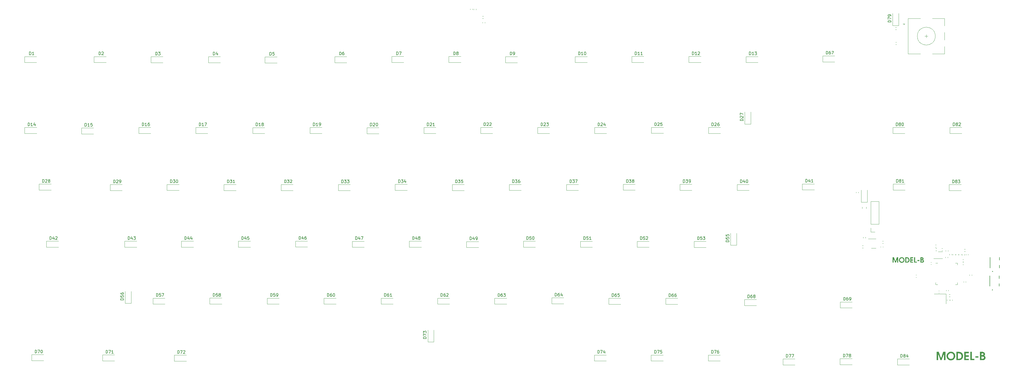
<source format=gbr>
%TF.GenerationSoftware,KiCad,Pcbnew,7.0.9*%
%TF.CreationDate,2024-09-10T22:02:23-04:00*%
%TF.ProjectId,panel,70616e65-6c2e-46b6-9963-61645f706362,0.1*%
%TF.SameCoordinates,Original*%
%TF.FileFunction,Legend,Top*%
%TF.FilePolarity,Positive*%
%FSLAX46Y46*%
G04 Gerber Fmt 4.6, Leading zero omitted, Abs format (unit mm)*
G04 Created by KiCad (PCBNEW 7.0.9) date 2024-09-10 22:02:23*
%MOMM*%
%LPD*%
G01*
G04 APERTURE LIST*
%ADD10C,0.150000*%
%ADD11C,0.120000*%
%ADD12C,0.127000*%
%ADD13C,0.200000*%
G04 APERTURE END LIST*
D10*
X154421714Y-128312819D02*
X154421714Y-127312819D01*
X154421714Y-127312819D02*
X154659809Y-127312819D01*
X154659809Y-127312819D02*
X154802666Y-127360438D01*
X154802666Y-127360438D02*
X154897904Y-127455676D01*
X154897904Y-127455676D02*
X154945523Y-127550914D01*
X154945523Y-127550914D02*
X154993142Y-127741390D01*
X154993142Y-127741390D02*
X154993142Y-127884247D01*
X154993142Y-127884247D02*
X154945523Y-128074723D01*
X154945523Y-128074723D02*
X154897904Y-128169961D01*
X154897904Y-128169961D02*
X154802666Y-128265200D01*
X154802666Y-128265200D02*
X154659809Y-128312819D01*
X154659809Y-128312819D02*
X154421714Y-128312819D01*
X155850285Y-127312819D02*
X155659809Y-127312819D01*
X155659809Y-127312819D02*
X155564571Y-127360438D01*
X155564571Y-127360438D02*
X155516952Y-127408057D01*
X155516952Y-127408057D02*
X155421714Y-127550914D01*
X155421714Y-127550914D02*
X155374095Y-127741390D01*
X155374095Y-127741390D02*
X155374095Y-128122342D01*
X155374095Y-128122342D02*
X155421714Y-128217580D01*
X155421714Y-128217580D02*
X155469333Y-128265200D01*
X155469333Y-128265200D02*
X155564571Y-128312819D01*
X155564571Y-128312819D02*
X155755047Y-128312819D01*
X155755047Y-128312819D02*
X155850285Y-128265200D01*
X155850285Y-128265200D02*
X155897904Y-128217580D01*
X155897904Y-128217580D02*
X155945523Y-128122342D01*
X155945523Y-128122342D02*
X155945523Y-127884247D01*
X155945523Y-127884247D02*
X155897904Y-127789009D01*
X155897904Y-127789009D02*
X155850285Y-127741390D01*
X155850285Y-127741390D02*
X155755047Y-127693771D01*
X155755047Y-127693771D02*
X155564571Y-127693771D01*
X155564571Y-127693771D02*
X155469333Y-127741390D01*
X155469333Y-127741390D02*
X155421714Y-127789009D01*
X155421714Y-127789009D02*
X155374095Y-127884247D01*
X156564571Y-127312819D02*
X156659809Y-127312819D01*
X156659809Y-127312819D02*
X156755047Y-127360438D01*
X156755047Y-127360438D02*
X156802666Y-127408057D01*
X156802666Y-127408057D02*
X156850285Y-127503295D01*
X156850285Y-127503295D02*
X156897904Y-127693771D01*
X156897904Y-127693771D02*
X156897904Y-127931866D01*
X156897904Y-127931866D02*
X156850285Y-128122342D01*
X156850285Y-128122342D02*
X156802666Y-128217580D01*
X156802666Y-128217580D02*
X156755047Y-128265200D01*
X156755047Y-128265200D02*
X156659809Y-128312819D01*
X156659809Y-128312819D02*
X156564571Y-128312819D01*
X156564571Y-128312819D02*
X156469333Y-128265200D01*
X156469333Y-128265200D02*
X156421714Y-128217580D01*
X156421714Y-128217580D02*
X156374095Y-128122342D01*
X156374095Y-128122342D02*
X156326476Y-127931866D01*
X156326476Y-127931866D02*
X156326476Y-127693771D01*
X156326476Y-127693771D02*
X156374095Y-127503295D01*
X156374095Y-127503295D02*
X156421714Y-127408057D01*
X156421714Y-127408057D02*
X156469333Y-127360438D01*
X156469333Y-127360438D02*
X156564571Y-127312819D01*
X159208714Y-90242819D02*
X159208714Y-89242819D01*
X159208714Y-89242819D02*
X159446809Y-89242819D01*
X159446809Y-89242819D02*
X159589666Y-89290438D01*
X159589666Y-89290438D02*
X159684904Y-89385676D01*
X159684904Y-89385676D02*
X159732523Y-89480914D01*
X159732523Y-89480914D02*
X159780142Y-89671390D01*
X159780142Y-89671390D02*
X159780142Y-89814247D01*
X159780142Y-89814247D02*
X159732523Y-90004723D01*
X159732523Y-90004723D02*
X159684904Y-90099961D01*
X159684904Y-90099961D02*
X159589666Y-90195200D01*
X159589666Y-90195200D02*
X159446809Y-90242819D01*
X159446809Y-90242819D02*
X159208714Y-90242819D01*
X160113476Y-89242819D02*
X160732523Y-89242819D01*
X160732523Y-89242819D02*
X160399190Y-89623771D01*
X160399190Y-89623771D02*
X160542047Y-89623771D01*
X160542047Y-89623771D02*
X160637285Y-89671390D01*
X160637285Y-89671390D02*
X160684904Y-89719009D01*
X160684904Y-89719009D02*
X160732523Y-89814247D01*
X160732523Y-89814247D02*
X160732523Y-90052342D01*
X160732523Y-90052342D02*
X160684904Y-90147580D01*
X160684904Y-90147580D02*
X160637285Y-90195200D01*
X160637285Y-90195200D02*
X160542047Y-90242819D01*
X160542047Y-90242819D02*
X160256333Y-90242819D01*
X160256333Y-90242819D02*
X160161095Y-90195200D01*
X160161095Y-90195200D02*
X160113476Y-90147580D01*
X161065857Y-89242819D02*
X161684904Y-89242819D01*
X161684904Y-89242819D02*
X161351571Y-89623771D01*
X161351571Y-89623771D02*
X161494428Y-89623771D01*
X161494428Y-89623771D02*
X161589666Y-89671390D01*
X161589666Y-89671390D02*
X161637285Y-89719009D01*
X161637285Y-89719009D02*
X161684904Y-89814247D01*
X161684904Y-89814247D02*
X161684904Y-90052342D01*
X161684904Y-90052342D02*
X161637285Y-90147580D01*
X161637285Y-90147580D02*
X161589666Y-90195200D01*
X161589666Y-90195200D02*
X161494428Y-90242819D01*
X161494428Y-90242819D02*
X161208714Y-90242819D01*
X161208714Y-90242819D02*
X161113476Y-90195200D01*
X161113476Y-90195200D02*
X161065857Y-90147580D01*
X116249714Y-128297819D02*
X116249714Y-127297819D01*
X116249714Y-127297819D02*
X116487809Y-127297819D01*
X116487809Y-127297819D02*
X116630666Y-127345438D01*
X116630666Y-127345438D02*
X116725904Y-127440676D01*
X116725904Y-127440676D02*
X116773523Y-127535914D01*
X116773523Y-127535914D02*
X116821142Y-127726390D01*
X116821142Y-127726390D02*
X116821142Y-127869247D01*
X116821142Y-127869247D02*
X116773523Y-128059723D01*
X116773523Y-128059723D02*
X116725904Y-128154961D01*
X116725904Y-128154961D02*
X116630666Y-128250200D01*
X116630666Y-128250200D02*
X116487809Y-128297819D01*
X116487809Y-128297819D02*
X116249714Y-128297819D01*
X117725904Y-127297819D02*
X117249714Y-127297819D01*
X117249714Y-127297819D02*
X117202095Y-127774009D01*
X117202095Y-127774009D02*
X117249714Y-127726390D01*
X117249714Y-127726390D02*
X117344952Y-127678771D01*
X117344952Y-127678771D02*
X117583047Y-127678771D01*
X117583047Y-127678771D02*
X117678285Y-127726390D01*
X117678285Y-127726390D02*
X117725904Y-127774009D01*
X117725904Y-127774009D02*
X117773523Y-127869247D01*
X117773523Y-127869247D02*
X117773523Y-128107342D01*
X117773523Y-128107342D02*
X117725904Y-128202580D01*
X117725904Y-128202580D02*
X117678285Y-128250200D01*
X117678285Y-128250200D02*
X117583047Y-128297819D01*
X117583047Y-128297819D02*
X117344952Y-128297819D01*
X117344952Y-128297819D02*
X117249714Y-128250200D01*
X117249714Y-128250200D02*
X117202095Y-128202580D01*
X118344952Y-127726390D02*
X118249714Y-127678771D01*
X118249714Y-127678771D02*
X118202095Y-127631152D01*
X118202095Y-127631152D02*
X118154476Y-127535914D01*
X118154476Y-127535914D02*
X118154476Y-127488295D01*
X118154476Y-127488295D02*
X118202095Y-127393057D01*
X118202095Y-127393057D02*
X118249714Y-127345438D01*
X118249714Y-127345438D02*
X118344952Y-127297819D01*
X118344952Y-127297819D02*
X118535428Y-127297819D01*
X118535428Y-127297819D02*
X118630666Y-127345438D01*
X118630666Y-127345438D02*
X118678285Y-127393057D01*
X118678285Y-127393057D02*
X118725904Y-127488295D01*
X118725904Y-127488295D02*
X118725904Y-127535914D01*
X118725904Y-127535914D02*
X118678285Y-127631152D01*
X118678285Y-127631152D02*
X118630666Y-127678771D01*
X118630666Y-127678771D02*
X118535428Y-127726390D01*
X118535428Y-127726390D02*
X118344952Y-127726390D01*
X118344952Y-127726390D02*
X118249714Y-127774009D01*
X118249714Y-127774009D02*
X118202095Y-127821628D01*
X118202095Y-127821628D02*
X118154476Y-127916866D01*
X118154476Y-127916866D02*
X118154476Y-128107342D01*
X118154476Y-128107342D02*
X118202095Y-128202580D01*
X118202095Y-128202580D02*
X118249714Y-128250200D01*
X118249714Y-128250200D02*
X118344952Y-128297819D01*
X118344952Y-128297819D02*
X118535428Y-128297819D01*
X118535428Y-128297819D02*
X118630666Y-128250200D01*
X118630666Y-128250200D02*
X118678285Y-128202580D01*
X118678285Y-128202580D02*
X118725904Y-128107342D01*
X118725904Y-128107342D02*
X118725904Y-127916866D01*
X118725904Y-127916866D02*
X118678285Y-127821628D01*
X118678285Y-127821628D02*
X118630666Y-127774009D01*
X118630666Y-127774009D02*
X118535428Y-127726390D01*
X158495905Y-47395819D02*
X158495905Y-46395819D01*
X158495905Y-46395819D02*
X158734000Y-46395819D01*
X158734000Y-46395819D02*
X158876857Y-46443438D01*
X158876857Y-46443438D02*
X158972095Y-46538676D01*
X158972095Y-46538676D02*
X159019714Y-46633914D01*
X159019714Y-46633914D02*
X159067333Y-46824390D01*
X159067333Y-46824390D02*
X159067333Y-46967247D01*
X159067333Y-46967247D02*
X159019714Y-47157723D01*
X159019714Y-47157723D02*
X158972095Y-47252961D01*
X158972095Y-47252961D02*
X158876857Y-47348200D01*
X158876857Y-47348200D02*
X158734000Y-47395819D01*
X158734000Y-47395819D02*
X158495905Y-47395819D01*
X159924476Y-46395819D02*
X159734000Y-46395819D01*
X159734000Y-46395819D02*
X159638762Y-46443438D01*
X159638762Y-46443438D02*
X159591143Y-46491057D01*
X159591143Y-46491057D02*
X159495905Y-46633914D01*
X159495905Y-46633914D02*
X159448286Y-46824390D01*
X159448286Y-46824390D02*
X159448286Y-47205342D01*
X159448286Y-47205342D02*
X159495905Y-47300580D01*
X159495905Y-47300580D02*
X159543524Y-47348200D01*
X159543524Y-47348200D02*
X159638762Y-47395819D01*
X159638762Y-47395819D02*
X159829238Y-47395819D01*
X159829238Y-47395819D02*
X159924476Y-47348200D01*
X159924476Y-47348200D02*
X159972095Y-47300580D01*
X159972095Y-47300580D02*
X160019714Y-47205342D01*
X160019714Y-47205342D02*
X160019714Y-46967247D01*
X160019714Y-46967247D02*
X159972095Y-46872009D01*
X159972095Y-46872009D02*
X159924476Y-46824390D01*
X159924476Y-46824390D02*
X159829238Y-46776771D01*
X159829238Y-46776771D02*
X159638762Y-46776771D01*
X159638762Y-46776771D02*
X159543524Y-46824390D01*
X159543524Y-46824390D02*
X159495905Y-46872009D01*
X159495905Y-46872009D02*
X159448286Y-46967247D01*
X187820714Y-71151819D02*
X187820714Y-70151819D01*
X187820714Y-70151819D02*
X188058809Y-70151819D01*
X188058809Y-70151819D02*
X188201666Y-70199438D01*
X188201666Y-70199438D02*
X188296904Y-70294676D01*
X188296904Y-70294676D02*
X188344523Y-70389914D01*
X188344523Y-70389914D02*
X188392142Y-70580390D01*
X188392142Y-70580390D02*
X188392142Y-70723247D01*
X188392142Y-70723247D02*
X188344523Y-70913723D01*
X188344523Y-70913723D02*
X188296904Y-71008961D01*
X188296904Y-71008961D02*
X188201666Y-71104200D01*
X188201666Y-71104200D02*
X188058809Y-71151819D01*
X188058809Y-71151819D02*
X187820714Y-71151819D01*
X188773095Y-70247057D02*
X188820714Y-70199438D01*
X188820714Y-70199438D02*
X188915952Y-70151819D01*
X188915952Y-70151819D02*
X189154047Y-70151819D01*
X189154047Y-70151819D02*
X189249285Y-70199438D01*
X189249285Y-70199438D02*
X189296904Y-70247057D01*
X189296904Y-70247057D02*
X189344523Y-70342295D01*
X189344523Y-70342295D02*
X189344523Y-70437533D01*
X189344523Y-70437533D02*
X189296904Y-70580390D01*
X189296904Y-70580390D02*
X188725476Y-71151819D01*
X188725476Y-71151819D02*
X189344523Y-71151819D01*
X190296904Y-71151819D02*
X189725476Y-71151819D01*
X190011190Y-71151819D02*
X190011190Y-70151819D01*
X190011190Y-70151819D02*
X189915952Y-70294676D01*
X189915952Y-70294676D02*
X189820714Y-70389914D01*
X189820714Y-70389914D02*
X189725476Y-70437533D01*
X327039214Y-129606819D02*
X327039214Y-128606819D01*
X327039214Y-128606819D02*
X327277309Y-128606819D01*
X327277309Y-128606819D02*
X327420166Y-128654438D01*
X327420166Y-128654438D02*
X327515404Y-128749676D01*
X327515404Y-128749676D02*
X327563023Y-128844914D01*
X327563023Y-128844914D02*
X327610642Y-129035390D01*
X327610642Y-129035390D02*
X327610642Y-129178247D01*
X327610642Y-129178247D02*
X327563023Y-129368723D01*
X327563023Y-129368723D02*
X327515404Y-129463961D01*
X327515404Y-129463961D02*
X327420166Y-129559200D01*
X327420166Y-129559200D02*
X327277309Y-129606819D01*
X327277309Y-129606819D02*
X327039214Y-129606819D01*
X328467785Y-128606819D02*
X328277309Y-128606819D01*
X328277309Y-128606819D02*
X328182071Y-128654438D01*
X328182071Y-128654438D02*
X328134452Y-128702057D01*
X328134452Y-128702057D02*
X328039214Y-128844914D01*
X328039214Y-128844914D02*
X327991595Y-129035390D01*
X327991595Y-129035390D02*
X327991595Y-129416342D01*
X327991595Y-129416342D02*
X328039214Y-129511580D01*
X328039214Y-129511580D02*
X328086833Y-129559200D01*
X328086833Y-129559200D02*
X328182071Y-129606819D01*
X328182071Y-129606819D02*
X328372547Y-129606819D01*
X328372547Y-129606819D02*
X328467785Y-129559200D01*
X328467785Y-129559200D02*
X328515404Y-129511580D01*
X328515404Y-129511580D02*
X328563023Y-129416342D01*
X328563023Y-129416342D02*
X328563023Y-129178247D01*
X328563023Y-129178247D02*
X328515404Y-129083009D01*
X328515404Y-129083009D02*
X328467785Y-129035390D01*
X328467785Y-129035390D02*
X328372547Y-128987771D01*
X328372547Y-128987771D02*
X328182071Y-128987771D01*
X328182071Y-128987771D02*
X328086833Y-129035390D01*
X328086833Y-129035390D02*
X328039214Y-129083009D01*
X328039214Y-129083009D02*
X327991595Y-129178247D01*
X329039214Y-129606819D02*
X329229690Y-129606819D01*
X329229690Y-129606819D02*
X329324928Y-129559200D01*
X329324928Y-129559200D02*
X329372547Y-129511580D01*
X329372547Y-129511580D02*
X329467785Y-129368723D01*
X329467785Y-129368723D02*
X329515404Y-129178247D01*
X329515404Y-129178247D02*
X329515404Y-128797295D01*
X329515404Y-128797295D02*
X329467785Y-128702057D01*
X329467785Y-128702057D02*
X329420166Y-128654438D01*
X329420166Y-128654438D02*
X329324928Y-128606819D01*
X329324928Y-128606819D02*
X329134452Y-128606819D01*
X329134452Y-128606819D02*
X329039214Y-128654438D01*
X329039214Y-128654438D02*
X328991595Y-128702057D01*
X328991595Y-128702057D02*
X328943976Y-128797295D01*
X328943976Y-128797295D02*
X328943976Y-129035390D01*
X328943976Y-129035390D02*
X328991595Y-129130628D01*
X328991595Y-129130628D02*
X329039214Y-129178247D01*
X329039214Y-129178247D02*
X329134452Y-129225866D01*
X329134452Y-129225866D02*
X329324928Y-129225866D01*
X329324928Y-129225866D02*
X329420166Y-129178247D01*
X329420166Y-129178247D02*
X329467785Y-129130628D01*
X329467785Y-129130628D02*
X329515404Y-129035390D01*
X187491819Y-142401285D02*
X186491819Y-142401285D01*
X186491819Y-142401285D02*
X186491819Y-142163190D01*
X186491819Y-142163190D02*
X186539438Y-142020333D01*
X186539438Y-142020333D02*
X186634676Y-141925095D01*
X186634676Y-141925095D02*
X186729914Y-141877476D01*
X186729914Y-141877476D02*
X186920390Y-141829857D01*
X186920390Y-141829857D02*
X187063247Y-141829857D01*
X187063247Y-141829857D02*
X187253723Y-141877476D01*
X187253723Y-141877476D02*
X187348961Y-141925095D01*
X187348961Y-141925095D02*
X187444200Y-142020333D01*
X187444200Y-142020333D02*
X187491819Y-142163190D01*
X187491819Y-142163190D02*
X187491819Y-142401285D01*
X186491819Y-141496523D02*
X186491819Y-140829857D01*
X186491819Y-140829857D02*
X187491819Y-141258428D01*
X186491819Y-140544142D02*
X186491819Y-139925095D01*
X186491819Y-139925095D02*
X186872771Y-140258428D01*
X186872771Y-140258428D02*
X186872771Y-140115571D01*
X186872771Y-140115571D02*
X186920390Y-140020333D01*
X186920390Y-140020333D02*
X186968009Y-139972714D01*
X186968009Y-139972714D02*
X187063247Y-139925095D01*
X187063247Y-139925095D02*
X187301342Y-139925095D01*
X187301342Y-139925095D02*
X187396580Y-139972714D01*
X187396580Y-139972714D02*
X187444200Y-140020333D01*
X187444200Y-140020333D02*
X187491819Y-140115571D01*
X187491819Y-140115571D02*
X187491819Y-140401285D01*
X187491819Y-140401285D02*
X187444200Y-140496523D01*
X187444200Y-140496523D02*
X187396580Y-140544142D01*
X144929714Y-109191819D02*
X144929714Y-108191819D01*
X144929714Y-108191819D02*
X145167809Y-108191819D01*
X145167809Y-108191819D02*
X145310666Y-108239438D01*
X145310666Y-108239438D02*
X145405904Y-108334676D01*
X145405904Y-108334676D02*
X145453523Y-108429914D01*
X145453523Y-108429914D02*
X145501142Y-108620390D01*
X145501142Y-108620390D02*
X145501142Y-108763247D01*
X145501142Y-108763247D02*
X145453523Y-108953723D01*
X145453523Y-108953723D02*
X145405904Y-109048961D01*
X145405904Y-109048961D02*
X145310666Y-109144200D01*
X145310666Y-109144200D02*
X145167809Y-109191819D01*
X145167809Y-109191819D02*
X144929714Y-109191819D01*
X146358285Y-108525152D02*
X146358285Y-109191819D01*
X146120190Y-108144200D02*
X145882095Y-108858485D01*
X145882095Y-108858485D02*
X146501142Y-108858485D01*
X147310666Y-108191819D02*
X147120190Y-108191819D01*
X147120190Y-108191819D02*
X147024952Y-108239438D01*
X147024952Y-108239438D02*
X146977333Y-108287057D01*
X146977333Y-108287057D02*
X146882095Y-108429914D01*
X146882095Y-108429914D02*
X146834476Y-108620390D01*
X146834476Y-108620390D02*
X146834476Y-109001342D01*
X146834476Y-109001342D02*
X146882095Y-109096580D01*
X146882095Y-109096580D02*
X146929714Y-109144200D01*
X146929714Y-109144200D02*
X147024952Y-109191819D01*
X147024952Y-109191819D02*
X147215428Y-109191819D01*
X147215428Y-109191819D02*
X147310666Y-109144200D01*
X147310666Y-109144200D02*
X147358285Y-109096580D01*
X147358285Y-109096580D02*
X147405904Y-109001342D01*
X147405904Y-109001342D02*
X147405904Y-108763247D01*
X147405904Y-108763247D02*
X147358285Y-108668009D01*
X147358285Y-108668009D02*
X147310666Y-108620390D01*
X147310666Y-108620390D02*
X147215428Y-108572771D01*
X147215428Y-108572771D02*
X147024952Y-108572771D01*
X147024952Y-108572771D02*
X146929714Y-108620390D01*
X146929714Y-108620390D02*
X146882095Y-108668009D01*
X146882095Y-108668009D02*
X146834476Y-108763247D01*
X82944714Y-90260819D02*
X82944714Y-89260819D01*
X82944714Y-89260819D02*
X83182809Y-89260819D01*
X83182809Y-89260819D02*
X83325666Y-89308438D01*
X83325666Y-89308438D02*
X83420904Y-89403676D01*
X83420904Y-89403676D02*
X83468523Y-89498914D01*
X83468523Y-89498914D02*
X83516142Y-89689390D01*
X83516142Y-89689390D02*
X83516142Y-89832247D01*
X83516142Y-89832247D02*
X83468523Y-90022723D01*
X83468523Y-90022723D02*
X83420904Y-90117961D01*
X83420904Y-90117961D02*
X83325666Y-90213200D01*
X83325666Y-90213200D02*
X83182809Y-90260819D01*
X83182809Y-90260819D02*
X82944714Y-90260819D01*
X83897095Y-89356057D02*
X83944714Y-89308438D01*
X83944714Y-89308438D02*
X84039952Y-89260819D01*
X84039952Y-89260819D02*
X84278047Y-89260819D01*
X84278047Y-89260819D02*
X84373285Y-89308438D01*
X84373285Y-89308438D02*
X84420904Y-89356057D01*
X84420904Y-89356057D02*
X84468523Y-89451295D01*
X84468523Y-89451295D02*
X84468523Y-89546533D01*
X84468523Y-89546533D02*
X84420904Y-89689390D01*
X84420904Y-89689390D02*
X83849476Y-90260819D01*
X83849476Y-90260819D02*
X84468523Y-90260819D01*
X84944714Y-90260819D02*
X85135190Y-90260819D01*
X85135190Y-90260819D02*
X85230428Y-90213200D01*
X85230428Y-90213200D02*
X85278047Y-90165580D01*
X85278047Y-90165580D02*
X85373285Y-90022723D01*
X85373285Y-90022723D02*
X85420904Y-89832247D01*
X85420904Y-89832247D02*
X85420904Y-89451295D01*
X85420904Y-89451295D02*
X85373285Y-89356057D01*
X85373285Y-89356057D02*
X85325666Y-89308438D01*
X85325666Y-89308438D02*
X85230428Y-89260819D01*
X85230428Y-89260819D02*
X85039952Y-89260819D01*
X85039952Y-89260819D02*
X84944714Y-89308438D01*
X84944714Y-89308438D02*
X84897095Y-89356057D01*
X84897095Y-89356057D02*
X84849476Y-89451295D01*
X84849476Y-89451295D02*
X84849476Y-89689390D01*
X84849476Y-89689390D02*
X84897095Y-89784628D01*
X84897095Y-89784628D02*
X84944714Y-89832247D01*
X84944714Y-89832247D02*
X85039952Y-89879866D01*
X85039952Y-89879866D02*
X85230428Y-89879866D01*
X85230428Y-89879866D02*
X85325666Y-89832247D01*
X85325666Y-89832247D02*
X85373285Y-89784628D01*
X85373285Y-89784628D02*
X85420904Y-89689390D01*
X202102714Y-109340819D02*
X202102714Y-108340819D01*
X202102714Y-108340819D02*
X202340809Y-108340819D01*
X202340809Y-108340819D02*
X202483666Y-108388438D01*
X202483666Y-108388438D02*
X202578904Y-108483676D01*
X202578904Y-108483676D02*
X202626523Y-108578914D01*
X202626523Y-108578914D02*
X202674142Y-108769390D01*
X202674142Y-108769390D02*
X202674142Y-108912247D01*
X202674142Y-108912247D02*
X202626523Y-109102723D01*
X202626523Y-109102723D02*
X202578904Y-109197961D01*
X202578904Y-109197961D02*
X202483666Y-109293200D01*
X202483666Y-109293200D02*
X202340809Y-109340819D01*
X202340809Y-109340819D02*
X202102714Y-109340819D01*
X203531285Y-108674152D02*
X203531285Y-109340819D01*
X203293190Y-108293200D02*
X203055095Y-109007485D01*
X203055095Y-109007485D02*
X203674142Y-109007485D01*
X204102714Y-109340819D02*
X204293190Y-109340819D01*
X204293190Y-109340819D02*
X204388428Y-109293200D01*
X204388428Y-109293200D02*
X204436047Y-109245580D01*
X204436047Y-109245580D02*
X204531285Y-109102723D01*
X204531285Y-109102723D02*
X204578904Y-108912247D01*
X204578904Y-108912247D02*
X204578904Y-108531295D01*
X204578904Y-108531295D02*
X204531285Y-108436057D01*
X204531285Y-108436057D02*
X204483666Y-108388438D01*
X204483666Y-108388438D02*
X204388428Y-108340819D01*
X204388428Y-108340819D02*
X204197952Y-108340819D01*
X204197952Y-108340819D02*
X204102714Y-108388438D01*
X204102714Y-108388438D02*
X204055095Y-108436057D01*
X204055095Y-108436057D02*
X204007476Y-108531295D01*
X204007476Y-108531295D02*
X204007476Y-108769390D01*
X204007476Y-108769390D02*
X204055095Y-108864628D01*
X204055095Y-108864628D02*
X204102714Y-108912247D01*
X204102714Y-108912247D02*
X204197952Y-108959866D01*
X204197952Y-108959866D02*
X204388428Y-108959866D01*
X204388428Y-108959866D02*
X204483666Y-108912247D01*
X204483666Y-108912247D02*
X204531285Y-108864628D01*
X204531285Y-108864628D02*
X204578904Y-108769390D01*
X283009714Y-71145819D02*
X283009714Y-70145819D01*
X283009714Y-70145819D02*
X283247809Y-70145819D01*
X283247809Y-70145819D02*
X283390666Y-70193438D01*
X283390666Y-70193438D02*
X283485904Y-70288676D01*
X283485904Y-70288676D02*
X283533523Y-70383914D01*
X283533523Y-70383914D02*
X283581142Y-70574390D01*
X283581142Y-70574390D02*
X283581142Y-70717247D01*
X283581142Y-70717247D02*
X283533523Y-70907723D01*
X283533523Y-70907723D02*
X283485904Y-71002961D01*
X283485904Y-71002961D02*
X283390666Y-71098200D01*
X283390666Y-71098200D02*
X283247809Y-71145819D01*
X283247809Y-71145819D02*
X283009714Y-71145819D01*
X283962095Y-70241057D02*
X284009714Y-70193438D01*
X284009714Y-70193438D02*
X284104952Y-70145819D01*
X284104952Y-70145819D02*
X284343047Y-70145819D01*
X284343047Y-70145819D02*
X284438285Y-70193438D01*
X284438285Y-70193438D02*
X284485904Y-70241057D01*
X284485904Y-70241057D02*
X284533523Y-70336295D01*
X284533523Y-70336295D02*
X284533523Y-70431533D01*
X284533523Y-70431533D02*
X284485904Y-70574390D01*
X284485904Y-70574390D02*
X283914476Y-71145819D01*
X283914476Y-71145819D02*
X284533523Y-71145819D01*
X285390666Y-70145819D02*
X285200190Y-70145819D01*
X285200190Y-70145819D02*
X285104952Y-70193438D01*
X285104952Y-70193438D02*
X285057333Y-70241057D01*
X285057333Y-70241057D02*
X284962095Y-70383914D01*
X284962095Y-70383914D02*
X284914476Y-70574390D01*
X284914476Y-70574390D02*
X284914476Y-70955342D01*
X284914476Y-70955342D02*
X284962095Y-71050580D01*
X284962095Y-71050580D02*
X285009714Y-71098200D01*
X285009714Y-71098200D02*
X285104952Y-71145819D01*
X285104952Y-71145819D02*
X285295428Y-71145819D01*
X285295428Y-71145819D02*
X285390666Y-71098200D01*
X285390666Y-71098200D02*
X285438285Y-71050580D01*
X285438285Y-71050580D02*
X285485904Y-70955342D01*
X285485904Y-70955342D02*
X285485904Y-70717247D01*
X285485904Y-70717247D02*
X285438285Y-70622009D01*
X285438285Y-70622009D02*
X285390666Y-70574390D01*
X285390666Y-70574390D02*
X285295428Y-70526771D01*
X285295428Y-70526771D02*
X285104952Y-70526771D01*
X285104952Y-70526771D02*
X285009714Y-70574390D01*
X285009714Y-70574390D02*
X284962095Y-70622009D01*
X284962095Y-70622009D02*
X284914476Y-70717247D01*
X125811714Y-109235819D02*
X125811714Y-108235819D01*
X125811714Y-108235819D02*
X126049809Y-108235819D01*
X126049809Y-108235819D02*
X126192666Y-108283438D01*
X126192666Y-108283438D02*
X126287904Y-108378676D01*
X126287904Y-108378676D02*
X126335523Y-108473914D01*
X126335523Y-108473914D02*
X126383142Y-108664390D01*
X126383142Y-108664390D02*
X126383142Y-108807247D01*
X126383142Y-108807247D02*
X126335523Y-108997723D01*
X126335523Y-108997723D02*
X126287904Y-109092961D01*
X126287904Y-109092961D02*
X126192666Y-109188200D01*
X126192666Y-109188200D02*
X126049809Y-109235819D01*
X126049809Y-109235819D02*
X125811714Y-109235819D01*
X127240285Y-108569152D02*
X127240285Y-109235819D01*
X127002190Y-108188200D02*
X126764095Y-108902485D01*
X126764095Y-108902485D02*
X127383142Y-108902485D01*
X128240285Y-108235819D02*
X127764095Y-108235819D01*
X127764095Y-108235819D02*
X127716476Y-108712009D01*
X127716476Y-108712009D02*
X127764095Y-108664390D01*
X127764095Y-108664390D02*
X127859333Y-108616771D01*
X127859333Y-108616771D02*
X128097428Y-108616771D01*
X128097428Y-108616771D02*
X128192666Y-108664390D01*
X128192666Y-108664390D02*
X128240285Y-108712009D01*
X128240285Y-108712009D02*
X128287904Y-108807247D01*
X128287904Y-108807247D02*
X128287904Y-109045342D01*
X128287904Y-109045342D02*
X128240285Y-109140580D01*
X128240285Y-109140580D02*
X128192666Y-109188200D01*
X128192666Y-109188200D02*
X128097428Y-109235819D01*
X128097428Y-109235819D02*
X127859333Y-109235819D01*
X127859333Y-109235819D02*
X127764095Y-109188200D01*
X127764095Y-109188200D02*
X127716476Y-109140580D01*
X268669714Y-128375819D02*
X268669714Y-127375819D01*
X268669714Y-127375819D02*
X268907809Y-127375819D01*
X268907809Y-127375819D02*
X269050666Y-127423438D01*
X269050666Y-127423438D02*
X269145904Y-127518676D01*
X269145904Y-127518676D02*
X269193523Y-127613914D01*
X269193523Y-127613914D02*
X269241142Y-127804390D01*
X269241142Y-127804390D02*
X269241142Y-127947247D01*
X269241142Y-127947247D02*
X269193523Y-128137723D01*
X269193523Y-128137723D02*
X269145904Y-128232961D01*
X269145904Y-128232961D02*
X269050666Y-128328200D01*
X269050666Y-128328200D02*
X268907809Y-128375819D01*
X268907809Y-128375819D02*
X268669714Y-128375819D01*
X270098285Y-127375819D02*
X269907809Y-127375819D01*
X269907809Y-127375819D02*
X269812571Y-127423438D01*
X269812571Y-127423438D02*
X269764952Y-127471057D01*
X269764952Y-127471057D02*
X269669714Y-127613914D01*
X269669714Y-127613914D02*
X269622095Y-127804390D01*
X269622095Y-127804390D02*
X269622095Y-128185342D01*
X269622095Y-128185342D02*
X269669714Y-128280580D01*
X269669714Y-128280580D02*
X269717333Y-128328200D01*
X269717333Y-128328200D02*
X269812571Y-128375819D01*
X269812571Y-128375819D02*
X270003047Y-128375819D01*
X270003047Y-128375819D02*
X270098285Y-128328200D01*
X270098285Y-128328200D02*
X270145904Y-128280580D01*
X270145904Y-128280580D02*
X270193523Y-128185342D01*
X270193523Y-128185342D02*
X270193523Y-127947247D01*
X270193523Y-127947247D02*
X270145904Y-127852009D01*
X270145904Y-127852009D02*
X270098285Y-127804390D01*
X270098285Y-127804390D02*
X270003047Y-127756771D01*
X270003047Y-127756771D02*
X269812571Y-127756771D01*
X269812571Y-127756771D02*
X269717333Y-127804390D01*
X269717333Y-127804390D02*
X269669714Y-127852009D01*
X269669714Y-127852009D02*
X269622095Y-127947247D01*
X271050666Y-127375819D02*
X270860190Y-127375819D01*
X270860190Y-127375819D02*
X270764952Y-127423438D01*
X270764952Y-127423438D02*
X270717333Y-127471057D01*
X270717333Y-127471057D02*
X270622095Y-127613914D01*
X270622095Y-127613914D02*
X270574476Y-127804390D01*
X270574476Y-127804390D02*
X270574476Y-128185342D01*
X270574476Y-128185342D02*
X270622095Y-128280580D01*
X270622095Y-128280580D02*
X270669714Y-128328200D01*
X270669714Y-128328200D02*
X270764952Y-128375819D01*
X270764952Y-128375819D02*
X270955428Y-128375819D01*
X270955428Y-128375819D02*
X271050666Y-128328200D01*
X271050666Y-128328200D02*
X271098285Y-128280580D01*
X271098285Y-128280580D02*
X271145904Y-128185342D01*
X271145904Y-128185342D02*
X271145904Y-127947247D01*
X271145904Y-127947247D02*
X271098285Y-127852009D01*
X271098285Y-127852009D02*
X271050666Y-127804390D01*
X271050666Y-127804390D02*
X270955428Y-127756771D01*
X270955428Y-127756771D02*
X270764952Y-127756771D01*
X270764952Y-127756771D02*
X270669714Y-127804390D01*
X270669714Y-127804390D02*
X270622095Y-127852009D01*
X270622095Y-127852009D02*
X270574476Y-127947247D01*
X344726214Y-90074819D02*
X344726214Y-89074819D01*
X344726214Y-89074819D02*
X344964309Y-89074819D01*
X344964309Y-89074819D02*
X345107166Y-89122438D01*
X345107166Y-89122438D02*
X345202404Y-89217676D01*
X345202404Y-89217676D02*
X345250023Y-89312914D01*
X345250023Y-89312914D02*
X345297642Y-89503390D01*
X345297642Y-89503390D02*
X345297642Y-89646247D01*
X345297642Y-89646247D02*
X345250023Y-89836723D01*
X345250023Y-89836723D02*
X345202404Y-89931961D01*
X345202404Y-89931961D02*
X345107166Y-90027200D01*
X345107166Y-90027200D02*
X344964309Y-90074819D01*
X344964309Y-90074819D02*
X344726214Y-90074819D01*
X345869071Y-89503390D02*
X345773833Y-89455771D01*
X345773833Y-89455771D02*
X345726214Y-89408152D01*
X345726214Y-89408152D02*
X345678595Y-89312914D01*
X345678595Y-89312914D02*
X345678595Y-89265295D01*
X345678595Y-89265295D02*
X345726214Y-89170057D01*
X345726214Y-89170057D02*
X345773833Y-89122438D01*
X345773833Y-89122438D02*
X345869071Y-89074819D01*
X345869071Y-89074819D02*
X346059547Y-89074819D01*
X346059547Y-89074819D02*
X346154785Y-89122438D01*
X346154785Y-89122438D02*
X346202404Y-89170057D01*
X346202404Y-89170057D02*
X346250023Y-89265295D01*
X346250023Y-89265295D02*
X346250023Y-89312914D01*
X346250023Y-89312914D02*
X346202404Y-89408152D01*
X346202404Y-89408152D02*
X346154785Y-89455771D01*
X346154785Y-89455771D02*
X346059547Y-89503390D01*
X346059547Y-89503390D02*
X345869071Y-89503390D01*
X345869071Y-89503390D02*
X345773833Y-89551009D01*
X345773833Y-89551009D02*
X345726214Y-89598628D01*
X345726214Y-89598628D02*
X345678595Y-89693866D01*
X345678595Y-89693866D02*
X345678595Y-89884342D01*
X345678595Y-89884342D02*
X345726214Y-89979580D01*
X345726214Y-89979580D02*
X345773833Y-90027200D01*
X345773833Y-90027200D02*
X345869071Y-90074819D01*
X345869071Y-90074819D02*
X346059547Y-90074819D01*
X346059547Y-90074819D02*
X346154785Y-90027200D01*
X346154785Y-90027200D02*
X346202404Y-89979580D01*
X346202404Y-89979580D02*
X346250023Y-89884342D01*
X346250023Y-89884342D02*
X346250023Y-89693866D01*
X346250023Y-89693866D02*
X346202404Y-89598628D01*
X346202404Y-89598628D02*
X346154785Y-89551009D01*
X346154785Y-89551009D02*
X346059547Y-89503390D01*
X347202404Y-90074819D02*
X346630976Y-90074819D01*
X346916690Y-90074819D02*
X346916690Y-89074819D01*
X346916690Y-89074819D02*
X346821452Y-89217676D01*
X346821452Y-89217676D02*
X346726214Y-89312914D01*
X346726214Y-89312914D02*
X346630976Y-89360533D01*
X61645714Y-109254819D02*
X61645714Y-108254819D01*
X61645714Y-108254819D02*
X61883809Y-108254819D01*
X61883809Y-108254819D02*
X62026666Y-108302438D01*
X62026666Y-108302438D02*
X62121904Y-108397676D01*
X62121904Y-108397676D02*
X62169523Y-108492914D01*
X62169523Y-108492914D02*
X62217142Y-108683390D01*
X62217142Y-108683390D02*
X62217142Y-108826247D01*
X62217142Y-108826247D02*
X62169523Y-109016723D01*
X62169523Y-109016723D02*
X62121904Y-109111961D01*
X62121904Y-109111961D02*
X62026666Y-109207200D01*
X62026666Y-109207200D02*
X61883809Y-109254819D01*
X61883809Y-109254819D02*
X61645714Y-109254819D01*
X63074285Y-108588152D02*
X63074285Y-109254819D01*
X62836190Y-108207200D02*
X62598095Y-108921485D01*
X62598095Y-108921485D02*
X63217142Y-108921485D01*
X63550476Y-108350057D02*
X63598095Y-108302438D01*
X63598095Y-108302438D02*
X63693333Y-108254819D01*
X63693333Y-108254819D02*
X63931428Y-108254819D01*
X63931428Y-108254819D02*
X64026666Y-108302438D01*
X64026666Y-108302438D02*
X64074285Y-108350057D01*
X64074285Y-108350057D02*
X64121904Y-108445295D01*
X64121904Y-108445295D02*
X64121904Y-108540533D01*
X64121904Y-108540533D02*
X64074285Y-108683390D01*
X64074285Y-108683390D02*
X63502857Y-109254819D01*
X63502857Y-109254819D02*
X64121904Y-109254819D01*
X197288714Y-90241819D02*
X197288714Y-89241819D01*
X197288714Y-89241819D02*
X197526809Y-89241819D01*
X197526809Y-89241819D02*
X197669666Y-89289438D01*
X197669666Y-89289438D02*
X197764904Y-89384676D01*
X197764904Y-89384676D02*
X197812523Y-89479914D01*
X197812523Y-89479914D02*
X197860142Y-89670390D01*
X197860142Y-89670390D02*
X197860142Y-89813247D01*
X197860142Y-89813247D02*
X197812523Y-90003723D01*
X197812523Y-90003723D02*
X197764904Y-90098961D01*
X197764904Y-90098961D02*
X197669666Y-90194200D01*
X197669666Y-90194200D02*
X197526809Y-90241819D01*
X197526809Y-90241819D02*
X197288714Y-90241819D01*
X198193476Y-89241819D02*
X198812523Y-89241819D01*
X198812523Y-89241819D02*
X198479190Y-89622771D01*
X198479190Y-89622771D02*
X198622047Y-89622771D01*
X198622047Y-89622771D02*
X198717285Y-89670390D01*
X198717285Y-89670390D02*
X198764904Y-89718009D01*
X198764904Y-89718009D02*
X198812523Y-89813247D01*
X198812523Y-89813247D02*
X198812523Y-90051342D01*
X198812523Y-90051342D02*
X198764904Y-90146580D01*
X198764904Y-90146580D02*
X198717285Y-90194200D01*
X198717285Y-90194200D02*
X198622047Y-90241819D01*
X198622047Y-90241819D02*
X198336333Y-90241819D01*
X198336333Y-90241819D02*
X198241095Y-90194200D01*
X198241095Y-90194200D02*
X198193476Y-90146580D01*
X199717285Y-89241819D02*
X199241095Y-89241819D01*
X199241095Y-89241819D02*
X199193476Y-89718009D01*
X199193476Y-89718009D02*
X199241095Y-89670390D01*
X199241095Y-89670390D02*
X199336333Y-89622771D01*
X199336333Y-89622771D02*
X199574428Y-89622771D01*
X199574428Y-89622771D02*
X199669666Y-89670390D01*
X199669666Y-89670390D02*
X199717285Y-89718009D01*
X199717285Y-89718009D02*
X199764904Y-89813247D01*
X199764904Y-89813247D02*
X199764904Y-90051342D01*
X199764904Y-90051342D02*
X199717285Y-90146580D01*
X199717285Y-90146580D02*
X199669666Y-90194200D01*
X199669666Y-90194200D02*
X199574428Y-90241819D01*
X199574428Y-90241819D02*
X199336333Y-90241819D01*
X199336333Y-90241819D02*
X199241095Y-90194200D01*
X199241095Y-90194200D02*
X199193476Y-90146580D01*
X294996714Y-128766819D02*
X294996714Y-127766819D01*
X294996714Y-127766819D02*
X295234809Y-127766819D01*
X295234809Y-127766819D02*
X295377666Y-127814438D01*
X295377666Y-127814438D02*
X295472904Y-127909676D01*
X295472904Y-127909676D02*
X295520523Y-128004914D01*
X295520523Y-128004914D02*
X295568142Y-128195390D01*
X295568142Y-128195390D02*
X295568142Y-128338247D01*
X295568142Y-128338247D02*
X295520523Y-128528723D01*
X295520523Y-128528723D02*
X295472904Y-128623961D01*
X295472904Y-128623961D02*
X295377666Y-128719200D01*
X295377666Y-128719200D02*
X295234809Y-128766819D01*
X295234809Y-128766819D02*
X294996714Y-128766819D01*
X296425285Y-127766819D02*
X296234809Y-127766819D01*
X296234809Y-127766819D02*
X296139571Y-127814438D01*
X296139571Y-127814438D02*
X296091952Y-127862057D01*
X296091952Y-127862057D02*
X295996714Y-128004914D01*
X295996714Y-128004914D02*
X295949095Y-128195390D01*
X295949095Y-128195390D02*
X295949095Y-128576342D01*
X295949095Y-128576342D02*
X295996714Y-128671580D01*
X295996714Y-128671580D02*
X296044333Y-128719200D01*
X296044333Y-128719200D02*
X296139571Y-128766819D01*
X296139571Y-128766819D02*
X296330047Y-128766819D01*
X296330047Y-128766819D02*
X296425285Y-128719200D01*
X296425285Y-128719200D02*
X296472904Y-128671580D01*
X296472904Y-128671580D02*
X296520523Y-128576342D01*
X296520523Y-128576342D02*
X296520523Y-128338247D01*
X296520523Y-128338247D02*
X296472904Y-128243009D01*
X296472904Y-128243009D02*
X296425285Y-128195390D01*
X296425285Y-128195390D02*
X296330047Y-128147771D01*
X296330047Y-128147771D02*
X296139571Y-128147771D01*
X296139571Y-128147771D02*
X296044333Y-128195390D01*
X296044333Y-128195390D02*
X295996714Y-128243009D01*
X295996714Y-128243009D02*
X295949095Y-128338247D01*
X297091952Y-128195390D02*
X296996714Y-128147771D01*
X296996714Y-128147771D02*
X296949095Y-128100152D01*
X296949095Y-128100152D02*
X296901476Y-128004914D01*
X296901476Y-128004914D02*
X296901476Y-127957295D01*
X296901476Y-127957295D02*
X296949095Y-127862057D01*
X296949095Y-127862057D02*
X296996714Y-127814438D01*
X296996714Y-127814438D02*
X297091952Y-127766819D01*
X297091952Y-127766819D02*
X297282428Y-127766819D01*
X297282428Y-127766819D02*
X297377666Y-127814438D01*
X297377666Y-127814438D02*
X297425285Y-127862057D01*
X297425285Y-127862057D02*
X297472904Y-127957295D01*
X297472904Y-127957295D02*
X297472904Y-128004914D01*
X297472904Y-128004914D02*
X297425285Y-128100152D01*
X297425285Y-128100152D02*
X297377666Y-128147771D01*
X297377666Y-128147771D02*
X297282428Y-128195390D01*
X297282428Y-128195390D02*
X297091952Y-128195390D01*
X297091952Y-128195390D02*
X296996714Y-128243009D01*
X296996714Y-128243009D02*
X296949095Y-128290628D01*
X296949095Y-128290628D02*
X296901476Y-128385866D01*
X296901476Y-128385866D02*
X296901476Y-128576342D01*
X296901476Y-128576342D02*
X296949095Y-128671580D01*
X296949095Y-128671580D02*
X296996714Y-128719200D01*
X296996714Y-128719200D02*
X297091952Y-128766819D01*
X297091952Y-128766819D02*
X297282428Y-128766819D01*
X297282428Y-128766819D02*
X297377666Y-128719200D01*
X297377666Y-128719200D02*
X297425285Y-128671580D01*
X297425285Y-128671580D02*
X297472904Y-128576342D01*
X297472904Y-128576342D02*
X297472904Y-128385866D01*
X297472904Y-128385866D02*
X297425285Y-128290628D01*
X297425285Y-128290628D02*
X297377666Y-128243009D01*
X297377666Y-128243009D02*
X297282428Y-128195390D01*
X120997714Y-90241819D02*
X120997714Y-89241819D01*
X120997714Y-89241819D02*
X121235809Y-89241819D01*
X121235809Y-89241819D02*
X121378666Y-89289438D01*
X121378666Y-89289438D02*
X121473904Y-89384676D01*
X121473904Y-89384676D02*
X121521523Y-89479914D01*
X121521523Y-89479914D02*
X121569142Y-89670390D01*
X121569142Y-89670390D02*
X121569142Y-89813247D01*
X121569142Y-89813247D02*
X121521523Y-90003723D01*
X121521523Y-90003723D02*
X121473904Y-90098961D01*
X121473904Y-90098961D02*
X121378666Y-90194200D01*
X121378666Y-90194200D02*
X121235809Y-90241819D01*
X121235809Y-90241819D02*
X120997714Y-90241819D01*
X121902476Y-89241819D02*
X122521523Y-89241819D01*
X122521523Y-89241819D02*
X122188190Y-89622771D01*
X122188190Y-89622771D02*
X122331047Y-89622771D01*
X122331047Y-89622771D02*
X122426285Y-89670390D01*
X122426285Y-89670390D02*
X122473904Y-89718009D01*
X122473904Y-89718009D02*
X122521523Y-89813247D01*
X122521523Y-89813247D02*
X122521523Y-90051342D01*
X122521523Y-90051342D02*
X122473904Y-90146580D01*
X122473904Y-90146580D02*
X122426285Y-90194200D01*
X122426285Y-90194200D02*
X122331047Y-90241819D01*
X122331047Y-90241819D02*
X122045333Y-90241819D01*
X122045333Y-90241819D02*
X121950095Y-90194200D01*
X121950095Y-90194200D02*
X121902476Y-90146580D01*
X123473904Y-90241819D02*
X122902476Y-90241819D01*
X123188190Y-90241819D02*
X123188190Y-89241819D01*
X123188190Y-89241819D02*
X123092952Y-89384676D01*
X123092952Y-89384676D02*
X122997714Y-89479914D01*
X122997714Y-89479914D02*
X122902476Y-89527533D01*
X182949714Y-109251819D02*
X182949714Y-108251819D01*
X182949714Y-108251819D02*
X183187809Y-108251819D01*
X183187809Y-108251819D02*
X183330666Y-108299438D01*
X183330666Y-108299438D02*
X183425904Y-108394676D01*
X183425904Y-108394676D02*
X183473523Y-108489914D01*
X183473523Y-108489914D02*
X183521142Y-108680390D01*
X183521142Y-108680390D02*
X183521142Y-108823247D01*
X183521142Y-108823247D02*
X183473523Y-109013723D01*
X183473523Y-109013723D02*
X183425904Y-109108961D01*
X183425904Y-109108961D02*
X183330666Y-109204200D01*
X183330666Y-109204200D02*
X183187809Y-109251819D01*
X183187809Y-109251819D02*
X182949714Y-109251819D01*
X184378285Y-108585152D02*
X184378285Y-109251819D01*
X184140190Y-108204200D02*
X183902095Y-108918485D01*
X183902095Y-108918485D02*
X184521142Y-108918485D01*
X185044952Y-108680390D02*
X184949714Y-108632771D01*
X184949714Y-108632771D02*
X184902095Y-108585152D01*
X184902095Y-108585152D02*
X184854476Y-108489914D01*
X184854476Y-108489914D02*
X184854476Y-108442295D01*
X184854476Y-108442295D02*
X184902095Y-108347057D01*
X184902095Y-108347057D02*
X184949714Y-108299438D01*
X184949714Y-108299438D02*
X185044952Y-108251819D01*
X185044952Y-108251819D02*
X185235428Y-108251819D01*
X185235428Y-108251819D02*
X185330666Y-108299438D01*
X185330666Y-108299438D02*
X185378285Y-108347057D01*
X185378285Y-108347057D02*
X185425904Y-108442295D01*
X185425904Y-108442295D02*
X185425904Y-108489914D01*
X185425904Y-108489914D02*
X185378285Y-108585152D01*
X185378285Y-108585152D02*
X185330666Y-108632771D01*
X185330666Y-108632771D02*
X185235428Y-108680390D01*
X185235428Y-108680390D02*
X185044952Y-108680390D01*
X185044952Y-108680390D02*
X184949714Y-108728009D01*
X184949714Y-108728009D02*
X184902095Y-108775628D01*
X184902095Y-108775628D02*
X184854476Y-108870866D01*
X184854476Y-108870866D02*
X184854476Y-109061342D01*
X184854476Y-109061342D02*
X184902095Y-109156580D01*
X184902095Y-109156580D02*
X184949714Y-109204200D01*
X184949714Y-109204200D02*
X185044952Y-109251819D01*
X185044952Y-109251819D02*
X185235428Y-109251819D01*
X185235428Y-109251819D02*
X185330666Y-109204200D01*
X185330666Y-109204200D02*
X185378285Y-109156580D01*
X185378285Y-109156580D02*
X185425904Y-109061342D01*
X185425904Y-109061342D02*
X185425904Y-108870866D01*
X185425904Y-108870866D02*
X185378285Y-108775628D01*
X185378285Y-108775628D02*
X185330666Y-108728009D01*
X185330666Y-108728009D02*
X185235428Y-108680390D01*
X216359714Y-90222819D02*
X216359714Y-89222819D01*
X216359714Y-89222819D02*
X216597809Y-89222819D01*
X216597809Y-89222819D02*
X216740666Y-89270438D01*
X216740666Y-89270438D02*
X216835904Y-89365676D01*
X216835904Y-89365676D02*
X216883523Y-89460914D01*
X216883523Y-89460914D02*
X216931142Y-89651390D01*
X216931142Y-89651390D02*
X216931142Y-89794247D01*
X216931142Y-89794247D02*
X216883523Y-89984723D01*
X216883523Y-89984723D02*
X216835904Y-90079961D01*
X216835904Y-90079961D02*
X216740666Y-90175200D01*
X216740666Y-90175200D02*
X216597809Y-90222819D01*
X216597809Y-90222819D02*
X216359714Y-90222819D01*
X217264476Y-89222819D02*
X217883523Y-89222819D01*
X217883523Y-89222819D02*
X217550190Y-89603771D01*
X217550190Y-89603771D02*
X217693047Y-89603771D01*
X217693047Y-89603771D02*
X217788285Y-89651390D01*
X217788285Y-89651390D02*
X217835904Y-89699009D01*
X217835904Y-89699009D02*
X217883523Y-89794247D01*
X217883523Y-89794247D02*
X217883523Y-90032342D01*
X217883523Y-90032342D02*
X217835904Y-90127580D01*
X217835904Y-90127580D02*
X217788285Y-90175200D01*
X217788285Y-90175200D02*
X217693047Y-90222819D01*
X217693047Y-90222819D02*
X217407333Y-90222819D01*
X217407333Y-90222819D02*
X217312095Y-90175200D01*
X217312095Y-90175200D02*
X217264476Y-90127580D01*
X218740666Y-89222819D02*
X218550190Y-89222819D01*
X218550190Y-89222819D02*
X218454952Y-89270438D01*
X218454952Y-89270438D02*
X218407333Y-89318057D01*
X218407333Y-89318057D02*
X218312095Y-89460914D01*
X218312095Y-89460914D02*
X218264476Y-89651390D01*
X218264476Y-89651390D02*
X218264476Y-90032342D01*
X218264476Y-90032342D02*
X218312095Y-90127580D01*
X218312095Y-90127580D02*
X218359714Y-90175200D01*
X218359714Y-90175200D02*
X218454952Y-90222819D01*
X218454952Y-90222819D02*
X218645428Y-90222819D01*
X218645428Y-90222819D02*
X218740666Y-90175200D01*
X218740666Y-90175200D02*
X218788285Y-90127580D01*
X218788285Y-90127580D02*
X218835904Y-90032342D01*
X218835904Y-90032342D02*
X218835904Y-89794247D01*
X218835904Y-89794247D02*
X218788285Y-89699009D01*
X218788285Y-89699009D02*
X218740666Y-89651390D01*
X218740666Y-89651390D02*
X218645428Y-89603771D01*
X218645428Y-89603771D02*
X218454952Y-89603771D01*
X218454952Y-89603771D02*
X218359714Y-89651390D01*
X218359714Y-89651390D02*
X218312095Y-89699009D01*
X218312095Y-89699009D02*
X218264476Y-89794247D01*
X292542714Y-90212819D02*
X292542714Y-89212819D01*
X292542714Y-89212819D02*
X292780809Y-89212819D01*
X292780809Y-89212819D02*
X292923666Y-89260438D01*
X292923666Y-89260438D02*
X293018904Y-89355676D01*
X293018904Y-89355676D02*
X293066523Y-89450914D01*
X293066523Y-89450914D02*
X293114142Y-89641390D01*
X293114142Y-89641390D02*
X293114142Y-89784247D01*
X293114142Y-89784247D02*
X293066523Y-89974723D01*
X293066523Y-89974723D02*
X293018904Y-90069961D01*
X293018904Y-90069961D02*
X292923666Y-90165200D01*
X292923666Y-90165200D02*
X292780809Y-90212819D01*
X292780809Y-90212819D02*
X292542714Y-90212819D01*
X293971285Y-89546152D02*
X293971285Y-90212819D01*
X293733190Y-89165200D02*
X293495095Y-89879485D01*
X293495095Y-89879485D02*
X294114142Y-89879485D01*
X294685571Y-89212819D02*
X294780809Y-89212819D01*
X294780809Y-89212819D02*
X294876047Y-89260438D01*
X294876047Y-89260438D02*
X294923666Y-89308057D01*
X294923666Y-89308057D02*
X294971285Y-89403295D01*
X294971285Y-89403295D02*
X295018904Y-89593771D01*
X295018904Y-89593771D02*
X295018904Y-89831866D01*
X295018904Y-89831866D02*
X294971285Y-90022342D01*
X294971285Y-90022342D02*
X294923666Y-90117580D01*
X294923666Y-90117580D02*
X294876047Y-90165200D01*
X294876047Y-90165200D02*
X294780809Y-90212819D01*
X294780809Y-90212819D02*
X294685571Y-90212819D01*
X294685571Y-90212819D02*
X294590333Y-90165200D01*
X294590333Y-90165200D02*
X294542714Y-90117580D01*
X294542714Y-90117580D02*
X294495095Y-90022342D01*
X294495095Y-90022342D02*
X294447476Y-89831866D01*
X294447476Y-89831866D02*
X294447476Y-89593771D01*
X294447476Y-89593771D02*
X294495095Y-89403295D01*
X294495095Y-89403295D02*
X294542714Y-89308057D01*
X294542714Y-89308057D02*
X294590333Y-89260438D01*
X294590333Y-89260438D02*
X294685571Y-89212819D01*
X59195714Y-90114819D02*
X59195714Y-89114819D01*
X59195714Y-89114819D02*
X59433809Y-89114819D01*
X59433809Y-89114819D02*
X59576666Y-89162438D01*
X59576666Y-89162438D02*
X59671904Y-89257676D01*
X59671904Y-89257676D02*
X59719523Y-89352914D01*
X59719523Y-89352914D02*
X59767142Y-89543390D01*
X59767142Y-89543390D02*
X59767142Y-89686247D01*
X59767142Y-89686247D02*
X59719523Y-89876723D01*
X59719523Y-89876723D02*
X59671904Y-89971961D01*
X59671904Y-89971961D02*
X59576666Y-90067200D01*
X59576666Y-90067200D02*
X59433809Y-90114819D01*
X59433809Y-90114819D02*
X59195714Y-90114819D01*
X60148095Y-89210057D02*
X60195714Y-89162438D01*
X60195714Y-89162438D02*
X60290952Y-89114819D01*
X60290952Y-89114819D02*
X60529047Y-89114819D01*
X60529047Y-89114819D02*
X60624285Y-89162438D01*
X60624285Y-89162438D02*
X60671904Y-89210057D01*
X60671904Y-89210057D02*
X60719523Y-89305295D01*
X60719523Y-89305295D02*
X60719523Y-89400533D01*
X60719523Y-89400533D02*
X60671904Y-89543390D01*
X60671904Y-89543390D02*
X60100476Y-90114819D01*
X60100476Y-90114819D02*
X60719523Y-90114819D01*
X61290952Y-89543390D02*
X61195714Y-89495771D01*
X61195714Y-89495771D02*
X61148095Y-89448152D01*
X61148095Y-89448152D02*
X61100476Y-89352914D01*
X61100476Y-89352914D02*
X61100476Y-89305295D01*
X61100476Y-89305295D02*
X61148095Y-89210057D01*
X61148095Y-89210057D02*
X61195714Y-89162438D01*
X61195714Y-89162438D02*
X61290952Y-89114819D01*
X61290952Y-89114819D02*
X61481428Y-89114819D01*
X61481428Y-89114819D02*
X61576666Y-89162438D01*
X61576666Y-89162438D02*
X61624285Y-89210057D01*
X61624285Y-89210057D02*
X61671904Y-89305295D01*
X61671904Y-89305295D02*
X61671904Y-89352914D01*
X61671904Y-89352914D02*
X61624285Y-89448152D01*
X61624285Y-89448152D02*
X61576666Y-89495771D01*
X61576666Y-89495771D02*
X61481428Y-89543390D01*
X61481428Y-89543390D02*
X61290952Y-89543390D01*
X61290952Y-89543390D02*
X61195714Y-89591009D01*
X61195714Y-89591009D02*
X61148095Y-89638628D01*
X61148095Y-89638628D02*
X61100476Y-89733866D01*
X61100476Y-89733866D02*
X61100476Y-89924342D01*
X61100476Y-89924342D02*
X61148095Y-90019580D01*
X61148095Y-90019580D02*
X61195714Y-90067200D01*
X61195714Y-90067200D02*
X61290952Y-90114819D01*
X61290952Y-90114819D02*
X61481428Y-90114819D01*
X61481428Y-90114819D02*
X61576666Y-90067200D01*
X61576666Y-90067200D02*
X61624285Y-90019580D01*
X61624285Y-90019580D02*
X61671904Y-89924342D01*
X61671904Y-89924342D02*
X61671904Y-89733866D01*
X61671904Y-89733866D02*
X61624285Y-89638628D01*
X61624285Y-89638628D02*
X61576666Y-89591009D01*
X61576666Y-89591009D02*
X61481428Y-89543390D01*
X97257714Y-128319819D02*
X97257714Y-127319819D01*
X97257714Y-127319819D02*
X97495809Y-127319819D01*
X97495809Y-127319819D02*
X97638666Y-127367438D01*
X97638666Y-127367438D02*
X97733904Y-127462676D01*
X97733904Y-127462676D02*
X97781523Y-127557914D01*
X97781523Y-127557914D02*
X97829142Y-127748390D01*
X97829142Y-127748390D02*
X97829142Y-127891247D01*
X97829142Y-127891247D02*
X97781523Y-128081723D01*
X97781523Y-128081723D02*
X97733904Y-128176961D01*
X97733904Y-128176961D02*
X97638666Y-128272200D01*
X97638666Y-128272200D02*
X97495809Y-128319819D01*
X97495809Y-128319819D02*
X97257714Y-128319819D01*
X98733904Y-127319819D02*
X98257714Y-127319819D01*
X98257714Y-127319819D02*
X98210095Y-127796009D01*
X98210095Y-127796009D02*
X98257714Y-127748390D01*
X98257714Y-127748390D02*
X98352952Y-127700771D01*
X98352952Y-127700771D02*
X98591047Y-127700771D01*
X98591047Y-127700771D02*
X98686285Y-127748390D01*
X98686285Y-127748390D02*
X98733904Y-127796009D01*
X98733904Y-127796009D02*
X98781523Y-127891247D01*
X98781523Y-127891247D02*
X98781523Y-128129342D01*
X98781523Y-128129342D02*
X98733904Y-128224580D01*
X98733904Y-128224580D02*
X98686285Y-128272200D01*
X98686285Y-128272200D02*
X98591047Y-128319819D01*
X98591047Y-128319819D02*
X98352952Y-128319819D01*
X98352952Y-128319819D02*
X98257714Y-128272200D01*
X98257714Y-128272200D02*
X98210095Y-128224580D01*
X99114857Y-127319819D02*
X99781523Y-127319819D01*
X99781523Y-127319819D02*
X99352952Y-128319819D01*
X314361214Y-90043819D02*
X314361214Y-89043819D01*
X314361214Y-89043819D02*
X314599309Y-89043819D01*
X314599309Y-89043819D02*
X314742166Y-89091438D01*
X314742166Y-89091438D02*
X314837404Y-89186676D01*
X314837404Y-89186676D02*
X314885023Y-89281914D01*
X314885023Y-89281914D02*
X314932642Y-89472390D01*
X314932642Y-89472390D02*
X314932642Y-89615247D01*
X314932642Y-89615247D02*
X314885023Y-89805723D01*
X314885023Y-89805723D02*
X314837404Y-89900961D01*
X314837404Y-89900961D02*
X314742166Y-89996200D01*
X314742166Y-89996200D02*
X314599309Y-90043819D01*
X314599309Y-90043819D02*
X314361214Y-90043819D01*
X315789785Y-89377152D02*
X315789785Y-90043819D01*
X315551690Y-88996200D02*
X315313595Y-89710485D01*
X315313595Y-89710485D02*
X315932642Y-89710485D01*
X316837404Y-90043819D02*
X316265976Y-90043819D01*
X316551690Y-90043819D02*
X316551690Y-89043819D01*
X316551690Y-89043819D02*
X316456452Y-89186676D01*
X316456452Y-89186676D02*
X316361214Y-89281914D01*
X316361214Y-89281914D02*
X316265976Y-89329533D01*
X244827714Y-147370819D02*
X244827714Y-146370819D01*
X244827714Y-146370819D02*
X245065809Y-146370819D01*
X245065809Y-146370819D02*
X245208666Y-146418438D01*
X245208666Y-146418438D02*
X245303904Y-146513676D01*
X245303904Y-146513676D02*
X245351523Y-146608914D01*
X245351523Y-146608914D02*
X245399142Y-146799390D01*
X245399142Y-146799390D02*
X245399142Y-146942247D01*
X245399142Y-146942247D02*
X245351523Y-147132723D01*
X245351523Y-147132723D02*
X245303904Y-147227961D01*
X245303904Y-147227961D02*
X245208666Y-147323200D01*
X245208666Y-147323200D02*
X245065809Y-147370819D01*
X245065809Y-147370819D02*
X244827714Y-147370819D01*
X245732476Y-146370819D02*
X246399142Y-146370819D01*
X246399142Y-146370819D02*
X245970571Y-147370819D01*
X247208666Y-146704152D02*
X247208666Y-147370819D01*
X246970571Y-146323200D02*
X246732476Y-147037485D01*
X246732476Y-147037485D02*
X247351523Y-147037485D01*
X104379714Y-147392819D02*
X104379714Y-146392819D01*
X104379714Y-146392819D02*
X104617809Y-146392819D01*
X104617809Y-146392819D02*
X104760666Y-146440438D01*
X104760666Y-146440438D02*
X104855904Y-146535676D01*
X104855904Y-146535676D02*
X104903523Y-146630914D01*
X104903523Y-146630914D02*
X104951142Y-146821390D01*
X104951142Y-146821390D02*
X104951142Y-146964247D01*
X104951142Y-146964247D02*
X104903523Y-147154723D01*
X104903523Y-147154723D02*
X104855904Y-147249961D01*
X104855904Y-147249961D02*
X104760666Y-147345200D01*
X104760666Y-147345200D02*
X104617809Y-147392819D01*
X104617809Y-147392819D02*
X104379714Y-147392819D01*
X105284476Y-146392819D02*
X105951142Y-146392819D01*
X105951142Y-146392819D02*
X105522571Y-147392819D01*
X106284476Y-146488057D02*
X106332095Y-146440438D01*
X106332095Y-146440438D02*
X106427333Y-146392819D01*
X106427333Y-146392819D02*
X106665428Y-146392819D01*
X106665428Y-146392819D02*
X106760666Y-146440438D01*
X106760666Y-146440438D02*
X106808285Y-146488057D01*
X106808285Y-146488057D02*
X106855904Y-146583295D01*
X106855904Y-146583295D02*
X106855904Y-146678533D01*
X106855904Y-146678533D02*
X106808285Y-146821390D01*
X106808285Y-146821390D02*
X106236857Y-147392819D01*
X106236857Y-147392819D02*
X106855904Y-147392819D01*
X168790714Y-71196819D02*
X168790714Y-70196819D01*
X168790714Y-70196819D02*
X169028809Y-70196819D01*
X169028809Y-70196819D02*
X169171666Y-70244438D01*
X169171666Y-70244438D02*
X169266904Y-70339676D01*
X169266904Y-70339676D02*
X169314523Y-70434914D01*
X169314523Y-70434914D02*
X169362142Y-70625390D01*
X169362142Y-70625390D02*
X169362142Y-70768247D01*
X169362142Y-70768247D02*
X169314523Y-70958723D01*
X169314523Y-70958723D02*
X169266904Y-71053961D01*
X169266904Y-71053961D02*
X169171666Y-71149200D01*
X169171666Y-71149200D02*
X169028809Y-71196819D01*
X169028809Y-71196819D02*
X168790714Y-71196819D01*
X169743095Y-70292057D02*
X169790714Y-70244438D01*
X169790714Y-70244438D02*
X169885952Y-70196819D01*
X169885952Y-70196819D02*
X170124047Y-70196819D01*
X170124047Y-70196819D02*
X170219285Y-70244438D01*
X170219285Y-70244438D02*
X170266904Y-70292057D01*
X170266904Y-70292057D02*
X170314523Y-70387295D01*
X170314523Y-70387295D02*
X170314523Y-70482533D01*
X170314523Y-70482533D02*
X170266904Y-70625390D01*
X170266904Y-70625390D02*
X169695476Y-71196819D01*
X169695476Y-71196819D02*
X170314523Y-71196819D01*
X170933571Y-70196819D02*
X171028809Y-70196819D01*
X171028809Y-70196819D02*
X171124047Y-70244438D01*
X171124047Y-70244438D02*
X171171666Y-70292057D01*
X171171666Y-70292057D02*
X171219285Y-70387295D01*
X171219285Y-70387295D02*
X171266904Y-70577771D01*
X171266904Y-70577771D02*
X171266904Y-70815866D01*
X171266904Y-70815866D02*
X171219285Y-71006342D01*
X171219285Y-71006342D02*
X171171666Y-71101580D01*
X171171666Y-71101580D02*
X171124047Y-71149200D01*
X171124047Y-71149200D02*
X171028809Y-71196819D01*
X171028809Y-71196819D02*
X170933571Y-71196819D01*
X170933571Y-71196819D02*
X170838333Y-71149200D01*
X170838333Y-71149200D02*
X170790714Y-71101580D01*
X170790714Y-71101580D02*
X170743095Y-71006342D01*
X170743095Y-71006342D02*
X170695476Y-70815866D01*
X170695476Y-70815866D02*
X170695476Y-70577771D01*
X170695476Y-70577771D02*
X170743095Y-70387295D01*
X170743095Y-70387295D02*
X170790714Y-70292057D01*
X170790714Y-70292057D02*
X170838333Y-70244438D01*
X170838333Y-70244438D02*
X170933571Y-70196819D01*
X244923714Y-71139819D02*
X244923714Y-70139819D01*
X244923714Y-70139819D02*
X245161809Y-70139819D01*
X245161809Y-70139819D02*
X245304666Y-70187438D01*
X245304666Y-70187438D02*
X245399904Y-70282676D01*
X245399904Y-70282676D02*
X245447523Y-70377914D01*
X245447523Y-70377914D02*
X245495142Y-70568390D01*
X245495142Y-70568390D02*
X245495142Y-70711247D01*
X245495142Y-70711247D02*
X245447523Y-70901723D01*
X245447523Y-70901723D02*
X245399904Y-70996961D01*
X245399904Y-70996961D02*
X245304666Y-71092200D01*
X245304666Y-71092200D02*
X245161809Y-71139819D01*
X245161809Y-71139819D02*
X244923714Y-71139819D01*
X245876095Y-70235057D02*
X245923714Y-70187438D01*
X245923714Y-70187438D02*
X246018952Y-70139819D01*
X246018952Y-70139819D02*
X246257047Y-70139819D01*
X246257047Y-70139819D02*
X246352285Y-70187438D01*
X246352285Y-70187438D02*
X246399904Y-70235057D01*
X246399904Y-70235057D02*
X246447523Y-70330295D01*
X246447523Y-70330295D02*
X246447523Y-70425533D01*
X246447523Y-70425533D02*
X246399904Y-70568390D01*
X246399904Y-70568390D02*
X245828476Y-71139819D01*
X245828476Y-71139819D02*
X246447523Y-71139819D01*
X247304666Y-70473152D02*
X247304666Y-71139819D01*
X247066571Y-70092200D02*
X246828476Y-70806485D01*
X246828476Y-70806485D02*
X247447523Y-70806485D01*
X87798714Y-109248819D02*
X87798714Y-108248819D01*
X87798714Y-108248819D02*
X88036809Y-108248819D01*
X88036809Y-108248819D02*
X88179666Y-108296438D01*
X88179666Y-108296438D02*
X88274904Y-108391676D01*
X88274904Y-108391676D02*
X88322523Y-108486914D01*
X88322523Y-108486914D02*
X88370142Y-108677390D01*
X88370142Y-108677390D02*
X88370142Y-108820247D01*
X88370142Y-108820247D02*
X88322523Y-109010723D01*
X88322523Y-109010723D02*
X88274904Y-109105961D01*
X88274904Y-109105961D02*
X88179666Y-109201200D01*
X88179666Y-109201200D02*
X88036809Y-109248819D01*
X88036809Y-109248819D02*
X87798714Y-109248819D01*
X89227285Y-108582152D02*
X89227285Y-109248819D01*
X88989190Y-108201200D02*
X88751095Y-108915485D01*
X88751095Y-108915485D02*
X89370142Y-108915485D01*
X89655857Y-108248819D02*
X90274904Y-108248819D01*
X90274904Y-108248819D02*
X89941571Y-108629771D01*
X89941571Y-108629771D02*
X90084428Y-108629771D01*
X90084428Y-108629771D02*
X90179666Y-108677390D01*
X90179666Y-108677390D02*
X90227285Y-108725009D01*
X90227285Y-108725009D02*
X90274904Y-108820247D01*
X90274904Y-108820247D02*
X90274904Y-109058342D01*
X90274904Y-109058342D02*
X90227285Y-109153580D01*
X90227285Y-109153580D02*
X90179666Y-109201200D01*
X90179666Y-109201200D02*
X90084428Y-109248819D01*
X90084428Y-109248819D02*
X89798714Y-109248819D01*
X89798714Y-109248819D02*
X89703476Y-109201200D01*
X89703476Y-109201200D02*
X89655857Y-109153580D01*
X326968214Y-148603819D02*
X326968214Y-147603819D01*
X326968214Y-147603819D02*
X327206309Y-147603819D01*
X327206309Y-147603819D02*
X327349166Y-147651438D01*
X327349166Y-147651438D02*
X327444404Y-147746676D01*
X327444404Y-147746676D02*
X327492023Y-147841914D01*
X327492023Y-147841914D02*
X327539642Y-148032390D01*
X327539642Y-148032390D02*
X327539642Y-148175247D01*
X327539642Y-148175247D02*
X327492023Y-148365723D01*
X327492023Y-148365723D02*
X327444404Y-148460961D01*
X327444404Y-148460961D02*
X327349166Y-148556200D01*
X327349166Y-148556200D02*
X327206309Y-148603819D01*
X327206309Y-148603819D02*
X326968214Y-148603819D01*
X327872976Y-147603819D02*
X328539642Y-147603819D01*
X328539642Y-147603819D02*
X328111071Y-148603819D01*
X329063452Y-148032390D02*
X328968214Y-147984771D01*
X328968214Y-147984771D02*
X328920595Y-147937152D01*
X328920595Y-147937152D02*
X328872976Y-147841914D01*
X328872976Y-147841914D02*
X328872976Y-147794295D01*
X328872976Y-147794295D02*
X328920595Y-147699057D01*
X328920595Y-147699057D02*
X328968214Y-147651438D01*
X328968214Y-147651438D02*
X329063452Y-147603819D01*
X329063452Y-147603819D02*
X329253928Y-147603819D01*
X329253928Y-147603819D02*
X329349166Y-147651438D01*
X329349166Y-147651438D02*
X329396785Y-147699057D01*
X329396785Y-147699057D02*
X329444404Y-147794295D01*
X329444404Y-147794295D02*
X329444404Y-147841914D01*
X329444404Y-147841914D02*
X329396785Y-147937152D01*
X329396785Y-147937152D02*
X329349166Y-147984771D01*
X329349166Y-147984771D02*
X329253928Y-148032390D01*
X329253928Y-148032390D02*
X329063452Y-148032390D01*
X329063452Y-148032390D02*
X328968214Y-148080009D01*
X328968214Y-148080009D02*
X328920595Y-148127628D01*
X328920595Y-148127628D02*
X328872976Y-148222866D01*
X328872976Y-148222866D02*
X328872976Y-148413342D01*
X328872976Y-148413342D02*
X328920595Y-148508580D01*
X328920595Y-148508580D02*
X328968214Y-148556200D01*
X328968214Y-148556200D02*
X329063452Y-148603819D01*
X329063452Y-148603819D02*
X329253928Y-148603819D01*
X329253928Y-148603819D02*
X329349166Y-148556200D01*
X329349166Y-148556200D02*
X329396785Y-148508580D01*
X329396785Y-148508580D02*
X329444404Y-148413342D01*
X329444404Y-148413342D02*
X329444404Y-148222866D01*
X329444404Y-148222866D02*
X329396785Y-148127628D01*
X329396785Y-148127628D02*
X329349166Y-148080009D01*
X329349166Y-148080009D02*
X329253928Y-148032390D01*
X173533714Y-128312819D02*
X173533714Y-127312819D01*
X173533714Y-127312819D02*
X173771809Y-127312819D01*
X173771809Y-127312819D02*
X173914666Y-127360438D01*
X173914666Y-127360438D02*
X174009904Y-127455676D01*
X174009904Y-127455676D02*
X174057523Y-127550914D01*
X174057523Y-127550914D02*
X174105142Y-127741390D01*
X174105142Y-127741390D02*
X174105142Y-127884247D01*
X174105142Y-127884247D02*
X174057523Y-128074723D01*
X174057523Y-128074723D02*
X174009904Y-128169961D01*
X174009904Y-128169961D02*
X173914666Y-128265200D01*
X173914666Y-128265200D02*
X173771809Y-128312819D01*
X173771809Y-128312819D02*
X173533714Y-128312819D01*
X174962285Y-127312819D02*
X174771809Y-127312819D01*
X174771809Y-127312819D02*
X174676571Y-127360438D01*
X174676571Y-127360438D02*
X174628952Y-127408057D01*
X174628952Y-127408057D02*
X174533714Y-127550914D01*
X174533714Y-127550914D02*
X174486095Y-127741390D01*
X174486095Y-127741390D02*
X174486095Y-128122342D01*
X174486095Y-128122342D02*
X174533714Y-128217580D01*
X174533714Y-128217580D02*
X174581333Y-128265200D01*
X174581333Y-128265200D02*
X174676571Y-128312819D01*
X174676571Y-128312819D02*
X174867047Y-128312819D01*
X174867047Y-128312819D02*
X174962285Y-128265200D01*
X174962285Y-128265200D02*
X175009904Y-128217580D01*
X175009904Y-128217580D02*
X175057523Y-128122342D01*
X175057523Y-128122342D02*
X175057523Y-127884247D01*
X175057523Y-127884247D02*
X175009904Y-127789009D01*
X175009904Y-127789009D02*
X174962285Y-127741390D01*
X174962285Y-127741390D02*
X174867047Y-127693771D01*
X174867047Y-127693771D02*
X174676571Y-127693771D01*
X174676571Y-127693771D02*
X174581333Y-127741390D01*
X174581333Y-127741390D02*
X174533714Y-127789009D01*
X174533714Y-127789009D02*
X174486095Y-127884247D01*
X176009904Y-128312819D02*
X175438476Y-128312819D01*
X175724190Y-128312819D02*
X175724190Y-127312819D01*
X175724190Y-127312819D02*
X175628952Y-127455676D01*
X175628952Y-127455676D02*
X175533714Y-127550914D01*
X175533714Y-127550914D02*
X175438476Y-127598533D01*
X240151714Y-109273819D02*
X240151714Y-108273819D01*
X240151714Y-108273819D02*
X240389809Y-108273819D01*
X240389809Y-108273819D02*
X240532666Y-108321438D01*
X240532666Y-108321438D02*
X240627904Y-108416676D01*
X240627904Y-108416676D02*
X240675523Y-108511914D01*
X240675523Y-108511914D02*
X240723142Y-108702390D01*
X240723142Y-108702390D02*
X240723142Y-108845247D01*
X240723142Y-108845247D02*
X240675523Y-109035723D01*
X240675523Y-109035723D02*
X240627904Y-109130961D01*
X240627904Y-109130961D02*
X240532666Y-109226200D01*
X240532666Y-109226200D02*
X240389809Y-109273819D01*
X240389809Y-109273819D02*
X240151714Y-109273819D01*
X241627904Y-108273819D02*
X241151714Y-108273819D01*
X241151714Y-108273819D02*
X241104095Y-108750009D01*
X241104095Y-108750009D02*
X241151714Y-108702390D01*
X241151714Y-108702390D02*
X241246952Y-108654771D01*
X241246952Y-108654771D02*
X241485047Y-108654771D01*
X241485047Y-108654771D02*
X241580285Y-108702390D01*
X241580285Y-108702390D02*
X241627904Y-108750009D01*
X241627904Y-108750009D02*
X241675523Y-108845247D01*
X241675523Y-108845247D02*
X241675523Y-109083342D01*
X241675523Y-109083342D02*
X241627904Y-109178580D01*
X241627904Y-109178580D02*
X241580285Y-109226200D01*
X241580285Y-109226200D02*
X241485047Y-109273819D01*
X241485047Y-109273819D02*
X241246952Y-109273819D01*
X241246952Y-109273819D02*
X241151714Y-109226200D01*
X241151714Y-109226200D02*
X241104095Y-109178580D01*
X242627904Y-109273819D02*
X242056476Y-109273819D01*
X242342190Y-109273819D02*
X242342190Y-108273819D01*
X242342190Y-108273819D02*
X242246952Y-108416676D01*
X242246952Y-108416676D02*
X242151714Y-108511914D01*
X242151714Y-108511914D02*
X242056476Y-108559533D01*
X97015905Y-47423819D02*
X97015905Y-46423819D01*
X97015905Y-46423819D02*
X97254000Y-46423819D01*
X97254000Y-46423819D02*
X97396857Y-46471438D01*
X97396857Y-46471438D02*
X97492095Y-46566676D01*
X97492095Y-46566676D02*
X97539714Y-46661914D01*
X97539714Y-46661914D02*
X97587333Y-46852390D01*
X97587333Y-46852390D02*
X97587333Y-46995247D01*
X97587333Y-46995247D02*
X97539714Y-47185723D01*
X97539714Y-47185723D02*
X97492095Y-47280961D01*
X97492095Y-47280961D02*
X97396857Y-47376200D01*
X97396857Y-47376200D02*
X97254000Y-47423819D01*
X97254000Y-47423819D02*
X97015905Y-47423819D01*
X97920667Y-46423819D02*
X98539714Y-46423819D01*
X98539714Y-46423819D02*
X98206381Y-46804771D01*
X98206381Y-46804771D02*
X98349238Y-46804771D01*
X98349238Y-46804771D02*
X98444476Y-46852390D01*
X98444476Y-46852390D02*
X98492095Y-46900009D01*
X98492095Y-46900009D02*
X98539714Y-46995247D01*
X98539714Y-46995247D02*
X98539714Y-47233342D01*
X98539714Y-47233342D02*
X98492095Y-47328580D01*
X98492095Y-47328580D02*
X98444476Y-47376200D01*
X98444476Y-47376200D02*
X98349238Y-47423819D01*
X98349238Y-47423819D02*
X98063524Y-47423819D01*
X98063524Y-47423819D02*
X97968286Y-47376200D01*
X97968286Y-47376200D02*
X97920667Y-47328580D01*
X111568714Y-71118819D02*
X111568714Y-70118819D01*
X111568714Y-70118819D02*
X111806809Y-70118819D01*
X111806809Y-70118819D02*
X111949666Y-70166438D01*
X111949666Y-70166438D02*
X112044904Y-70261676D01*
X112044904Y-70261676D02*
X112092523Y-70356914D01*
X112092523Y-70356914D02*
X112140142Y-70547390D01*
X112140142Y-70547390D02*
X112140142Y-70690247D01*
X112140142Y-70690247D02*
X112092523Y-70880723D01*
X112092523Y-70880723D02*
X112044904Y-70975961D01*
X112044904Y-70975961D02*
X111949666Y-71071200D01*
X111949666Y-71071200D02*
X111806809Y-71118819D01*
X111806809Y-71118819D02*
X111568714Y-71118819D01*
X113092523Y-71118819D02*
X112521095Y-71118819D01*
X112806809Y-71118819D02*
X112806809Y-70118819D01*
X112806809Y-70118819D02*
X112711571Y-70261676D01*
X112711571Y-70261676D02*
X112616333Y-70356914D01*
X112616333Y-70356914D02*
X112521095Y-70404533D01*
X113425857Y-70118819D02*
X114092523Y-70118819D01*
X114092523Y-70118819D02*
X113663952Y-71118819D01*
X140102714Y-90237819D02*
X140102714Y-89237819D01*
X140102714Y-89237819D02*
X140340809Y-89237819D01*
X140340809Y-89237819D02*
X140483666Y-89285438D01*
X140483666Y-89285438D02*
X140578904Y-89380676D01*
X140578904Y-89380676D02*
X140626523Y-89475914D01*
X140626523Y-89475914D02*
X140674142Y-89666390D01*
X140674142Y-89666390D02*
X140674142Y-89809247D01*
X140674142Y-89809247D02*
X140626523Y-89999723D01*
X140626523Y-89999723D02*
X140578904Y-90094961D01*
X140578904Y-90094961D02*
X140483666Y-90190200D01*
X140483666Y-90190200D02*
X140340809Y-90237819D01*
X140340809Y-90237819D02*
X140102714Y-90237819D01*
X141007476Y-89237819D02*
X141626523Y-89237819D01*
X141626523Y-89237819D02*
X141293190Y-89618771D01*
X141293190Y-89618771D02*
X141436047Y-89618771D01*
X141436047Y-89618771D02*
X141531285Y-89666390D01*
X141531285Y-89666390D02*
X141578904Y-89714009D01*
X141578904Y-89714009D02*
X141626523Y-89809247D01*
X141626523Y-89809247D02*
X141626523Y-90047342D01*
X141626523Y-90047342D02*
X141578904Y-90142580D01*
X141578904Y-90142580D02*
X141531285Y-90190200D01*
X141531285Y-90190200D02*
X141436047Y-90237819D01*
X141436047Y-90237819D02*
X141150333Y-90237819D01*
X141150333Y-90237819D02*
X141055095Y-90190200D01*
X141055095Y-90190200D02*
X141007476Y-90142580D01*
X142007476Y-89333057D02*
X142055095Y-89285438D01*
X142055095Y-89285438D02*
X142150333Y-89237819D01*
X142150333Y-89237819D02*
X142388428Y-89237819D01*
X142388428Y-89237819D02*
X142483666Y-89285438D01*
X142483666Y-89285438D02*
X142531285Y-89333057D01*
X142531285Y-89333057D02*
X142578904Y-89428295D01*
X142578904Y-89428295D02*
X142578904Y-89523533D01*
X142578904Y-89523533D02*
X142531285Y-89666390D01*
X142531285Y-89666390D02*
X141959857Y-90237819D01*
X141959857Y-90237819D02*
X142578904Y-90237819D01*
X273407714Y-90167819D02*
X273407714Y-89167819D01*
X273407714Y-89167819D02*
X273645809Y-89167819D01*
X273645809Y-89167819D02*
X273788666Y-89215438D01*
X273788666Y-89215438D02*
X273883904Y-89310676D01*
X273883904Y-89310676D02*
X273931523Y-89405914D01*
X273931523Y-89405914D02*
X273979142Y-89596390D01*
X273979142Y-89596390D02*
X273979142Y-89739247D01*
X273979142Y-89739247D02*
X273931523Y-89929723D01*
X273931523Y-89929723D02*
X273883904Y-90024961D01*
X273883904Y-90024961D02*
X273788666Y-90120200D01*
X273788666Y-90120200D02*
X273645809Y-90167819D01*
X273645809Y-90167819D02*
X273407714Y-90167819D01*
X274312476Y-89167819D02*
X274931523Y-89167819D01*
X274931523Y-89167819D02*
X274598190Y-89548771D01*
X274598190Y-89548771D02*
X274741047Y-89548771D01*
X274741047Y-89548771D02*
X274836285Y-89596390D01*
X274836285Y-89596390D02*
X274883904Y-89644009D01*
X274883904Y-89644009D02*
X274931523Y-89739247D01*
X274931523Y-89739247D02*
X274931523Y-89977342D01*
X274931523Y-89977342D02*
X274883904Y-90072580D01*
X274883904Y-90072580D02*
X274836285Y-90120200D01*
X274836285Y-90120200D02*
X274741047Y-90167819D01*
X274741047Y-90167819D02*
X274455333Y-90167819D01*
X274455333Y-90167819D02*
X274360095Y-90120200D01*
X274360095Y-90120200D02*
X274312476Y-90072580D01*
X275407714Y-90167819D02*
X275598190Y-90167819D01*
X275598190Y-90167819D02*
X275693428Y-90120200D01*
X275693428Y-90120200D02*
X275741047Y-90072580D01*
X275741047Y-90072580D02*
X275836285Y-89929723D01*
X275836285Y-89929723D02*
X275883904Y-89739247D01*
X275883904Y-89739247D02*
X275883904Y-89358295D01*
X275883904Y-89358295D02*
X275836285Y-89263057D01*
X275836285Y-89263057D02*
X275788666Y-89215438D01*
X275788666Y-89215438D02*
X275693428Y-89167819D01*
X275693428Y-89167819D02*
X275502952Y-89167819D01*
X275502952Y-89167819D02*
X275407714Y-89215438D01*
X275407714Y-89215438D02*
X275360095Y-89263057D01*
X275360095Y-89263057D02*
X275312476Y-89358295D01*
X275312476Y-89358295D02*
X275312476Y-89596390D01*
X275312476Y-89596390D02*
X275360095Y-89691628D01*
X275360095Y-89691628D02*
X275407714Y-89739247D01*
X275407714Y-89739247D02*
X275502952Y-89786866D01*
X275502952Y-89786866D02*
X275693428Y-89786866D01*
X275693428Y-89786866D02*
X275788666Y-89739247D01*
X275788666Y-89739247D02*
X275836285Y-89691628D01*
X275836285Y-89691628D02*
X275883904Y-89596390D01*
X321205214Y-47141819D02*
X321205214Y-46141819D01*
X321205214Y-46141819D02*
X321443309Y-46141819D01*
X321443309Y-46141819D02*
X321586166Y-46189438D01*
X321586166Y-46189438D02*
X321681404Y-46284676D01*
X321681404Y-46284676D02*
X321729023Y-46379914D01*
X321729023Y-46379914D02*
X321776642Y-46570390D01*
X321776642Y-46570390D02*
X321776642Y-46713247D01*
X321776642Y-46713247D02*
X321729023Y-46903723D01*
X321729023Y-46903723D02*
X321681404Y-46998961D01*
X321681404Y-46998961D02*
X321586166Y-47094200D01*
X321586166Y-47094200D02*
X321443309Y-47141819D01*
X321443309Y-47141819D02*
X321205214Y-47141819D01*
X322633785Y-46141819D02*
X322443309Y-46141819D01*
X322443309Y-46141819D02*
X322348071Y-46189438D01*
X322348071Y-46189438D02*
X322300452Y-46237057D01*
X322300452Y-46237057D02*
X322205214Y-46379914D01*
X322205214Y-46379914D02*
X322157595Y-46570390D01*
X322157595Y-46570390D02*
X322157595Y-46951342D01*
X322157595Y-46951342D02*
X322205214Y-47046580D01*
X322205214Y-47046580D02*
X322252833Y-47094200D01*
X322252833Y-47094200D02*
X322348071Y-47141819D01*
X322348071Y-47141819D02*
X322538547Y-47141819D01*
X322538547Y-47141819D02*
X322633785Y-47094200D01*
X322633785Y-47094200D02*
X322681404Y-47046580D01*
X322681404Y-47046580D02*
X322729023Y-46951342D01*
X322729023Y-46951342D02*
X322729023Y-46713247D01*
X322729023Y-46713247D02*
X322681404Y-46618009D01*
X322681404Y-46618009D02*
X322633785Y-46570390D01*
X322633785Y-46570390D02*
X322538547Y-46522771D01*
X322538547Y-46522771D02*
X322348071Y-46522771D01*
X322348071Y-46522771D02*
X322252833Y-46570390D01*
X322252833Y-46570390D02*
X322205214Y-46618009D01*
X322205214Y-46618009D02*
X322157595Y-46713247D01*
X323062357Y-46141819D02*
X323729023Y-46141819D01*
X323729023Y-46141819D02*
X323300452Y-47141819D01*
X295511714Y-47371819D02*
X295511714Y-46371819D01*
X295511714Y-46371819D02*
X295749809Y-46371819D01*
X295749809Y-46371819D02*
X295892666Y-46419438D01*
X295892666Y-46419438D02*
X295987904Y-46514676D01*
X295987904Y-46514676D02*
X296035523Y-46609914D01*
X296035523Y-46609914D02*
X296083142Y-46800390D01*
X296083142Y-46800390D02*
X296083142Y-46943247D01*
X296083142Y-46943247D02*
X296035523Y-47133723D01*
X296035523Y-47133723D02*
X295987904Y-47228961D01*
X295987904Y-47228961D02*
X295892666Y-47324200D01*
X295892666Y-47324200D02*
X295749809Y-47371819D01*
X295749809Y-47371819D02*
X295511714Y-47371819D01*
X297035523Y-47371819D02*
X296464095Y-47371819D01*
X296749809Y-47371819D02*
X296749809Y-46371819D01*
X296749809Y-46371819D02*
X296654571Y-46514676D01*
X296654571Y-46514676D02*
X296559333Y-46609914D01*
X296559333Y-46609914D02*
X296464095Y-46657533D01*
X297368857Y-46371819D02*
X297987904Y-46371819D01*
X297987904Y-46371819D02*
X297654571Y-46752771D01*
X297654571Y-46752771D02*
X297797428Y-46752771D01*
X297797428Y-46752771D02*
X297892666Y-46800390D01*
X297892666Y-46800390D02*
X297940285Y-46848009D01*
X297940285Y-46848009D02*
X297987904Y-46943247D01*
X297987904Y-46943247D02*
X297987904Y-47181342D01*
X297987904Y-47181342D02*
X297940285Y-47276580D01*
X297940285Y-47276580D02*
X297892666Y-47324200D01*
X297892666Y-47324200D02*
X297797428Y-47371819D01*
X297797428Y-47371819D02*
X297511714Y-47371819D01*
X297511714Y-47371819D02*
X297416476Y-47324200D01*
X297416476Y-47324200D02*
X297368857Y-47276580D01*
X92515714Y-71118819D02*
X92515714Y-70118819D01*
X92515714Y-70118819D02*
X92753809Y-70118819D01*
X92753809Y-70118819D02*
X92896666Y-70166438D01*
X92896666Y-70166438D02*
X92991904Y-70261676D01*
X92991904Y-70261676D02*
X93039523Y-70356914D01*
X93039523Y-70356914D02*
X93087142Y-70547390D01*
X93087142Y-70547390D02*
X93087142Y-70690247D01*
X93087142Y-70690247D02*
X93039523Y-70880723D01*
X93039523Y-70880723D02*
X92991904Y-70975961D01*
X92991904Y-70975961D02*
X92896666Y-71071200D01*
X92896666Y-71071200D02*
X92753809Y-71118819D01*
X92753809Y-71118819D02*
X92515714Y-71118819D01*
X94039523Y-71118819D02*
X93468095Y-71118819D01*
X93753809Y-71118819D02*
X93753809Y-70118819D01*
X93753809Y-70118819D02*
X93658571Y-70261676D01*
X93658571Y-70261676D02*
X93563333Y-70356914D01*
X93563333Y-70356914D02*
X93468095Y-70404533D01*
X94896666Y-70118819D02*
X94706190Y-70118819D01*
X94706190Y-70118819D02*
X94610952Y-70166438D01*
X94610952Y-70166438D02*
X94563333Y-70214057D01*
X94563333Y-70214057D02*
X94468095Y-70356914D01*
X94468095Y-70356914D02*
X94420476Y-70547390D01*
X94420476Y-70547390D02*
X94420476Y-70928342D01*
X94420476Y-70928342D02*
X94468095Y-71023580D01*
X94468095Y-71023580D02*
X94515714Y-71071200D01*
X94515714Y-71071200D02*
X94610952Y-71118819D01*
X94610952Y-71118819D02*
X94801428Y-71118819D01*
X94801428Y-71118819D02*
X94896666Y-71071200D01*
X94896666Y-71071200D02*
X94944285Y-71023580D01*
X94944285Y-71023580D02*
X94991904Y-70928342D01*
X94991904Y-70928342D02*
X94991904Y-70690247D01*
X94991904Y-70690247D02*
X94944285Y-70595009D01*
X94944285Y-70595009D02*
X94896666Y-70547390D01*
X94896666Y-70547390D02*
X94801428Y-70499771D01*
X94801428Y-70499771D02*
X94610952Y-70499771D01*
X94610952Y-70499771D02*
X94515714Y-70547390D01*
X94515714Y-70547390D02*
X94468095Y-70595009D01*
X94468095Y-70595009D02*
X94420476Y-70690247D01*
X163862714Y-109266819D02*
X163862714Y-108266819D01*
X163862714Y-108266819D02*
X164100809Y-108266819D01*
X164100809Y-108266819D02*
X164243666Y-108314438D01*
X164243666Y-108314438D02*
X164338904Y-108409676D01*
X164338904Y-108409676D02*
X164386523Y-108504914D01*
X164386523Y-108504914D02*
X164434142Y-108695390D01*
X164434142Y-108695390D02*
X164434142Y-108838247D01*
X164434142Y-108838247D02*
X164386523Y-109028723D01*
X164386523Y-109028723D02*
X164338904Y-109123961D01*
X164338904Y-109123961D02*
X164243666Y-109219200D01*
X164243666Y-109219200D02*
X164100809Y-109266819D01*
X164100809Y-109266819D02*
X163862714Y-109266819D01*
X165291285Y-108600152D02*
X165291285Y-109266819D01*
X165053190Y-108219200D02*
X164815095Y-108933485D01*
X164815095Y-108933485D02*
X165434142Y-108933485D01*
X165719857Y-108266819D02*
X166386523Y-108266819D01*
X166386523Y-108266819D02*
X165957952Y-109266819D01*
X221085714Y-109243819D02*
X221085714Y-108243819D01*
X221085714Y-108243819D02*
X221323809Y-108243819D01*
X221323809Y-108243819D02*
X221466666Y-108291438D01*
X221466666Y-108291438D02*
X221561904Y-108386676D01*
X221561904Y-108386676D02*
X221609523Y-108481914D01*
X221609523Y-108481914D02*
X221657142Y-108672390D01*
X221657142Y-108672390D02*
X221657142Y-108815247D01*
X221657142Y-108815247D02*
X221609523Y-109005723D01*
X221609523Y-109005723D02*
X221561904Y-109100961D01*
X221561904Y-109100961D02*
X221466666Y-109196200D01*
X221466666Y-109196200D02*
X221323809Y-109243819D01*
X221323809Y-109243819D02*
X221085714Y-109243819D01*
X222561904Y-108243819D02*
X222085714Y-108243819D01*
X222085714Y-108243819D02*
X222038095Y-108720009D01*
X222038095Y-108720009D02*
X222085714Y-108672390D01*
X222085714Y-108672390D02*
X222180952Y-108624771D01*
X222180952Y-108624771D02*
X222419047Y-108624771D01*
X222419047Y-108624771D02*
X222514285Y-108672390D01*
X222514285Y-108672390D02*
X222561904Y-108720009D01*
X222561904Y-108720009D02*
X222609523Y-108815247D01*
X222609523Y-108815247D02*
X222609523Y-109053342D01*
X222609523Y-109053342D02*
X222561904Y-109148580D01*
X222561904Y-109148580D02*
X222514285Y-109196200D01*
X222514285Y-109196200D02*
X222419047Y-109243819D01*
X222419047Y-109243819D02*
X222180952Y-109243819D01*
X222180952Y-109243819D02*
X222085714Y-109196200D01*
X222085714Y-109196200D02*
X222038095Y-109148580D01*
X223228571Y-108243819D02*
X223323809Y-108243819D01*
X223323809Y-108243819D02*
X223419047Y-108291438D01*
X223419047Y-108291438D02*
X223466666Y-108339057D01*
X223466666Y-108339057D02*
X223514285Y-108434295D01*
X223514285Y-108434295D02*
X223561904Y-108624771D01*
X223561904Y-108624771D02*
X223561904Y-108862866D01*
X223561904Y-108862866D02*
X223514285Y-109053342D01*
X223514285Y-109053342D02*
X223466666Y-109148580D01*
X223466666Y-109148580D02*
X223419047Y-109196200D01*
X223419047Y-109196200D02*
X223323809Y-109243819D01*
X223323809Y-109243819D02*
X223228571Y-109243819D01*
X223228571Y-109243819D02*
X223133333Y-109196200D01*
X223133333Y-109196200D02*
X223085714Y-109148580D01*
X223085714Y-109148580D02*
X223038095Y-109053342D01*
X223038095Y-109053342D02*
X222990476Y-108862866D01*
X222990476Y-108862866D02*
X222990476Y-108624771D01*
X222990476Y-108624771D02*
X223038095Y-108434295D01*
X223038095Y-108434295D02*
X223085714Y-108339057D01*
X223085714Y-108339057D02*
X223133333Y-108291438D01*
X223133333Y-108291438D02*
X223228571Y-108243819D01*
X276441714Y-47357819D02*
X276441714Y-46357819D01*
X276441714Y-46357819D02*
X276679809Y-46357819D01*
X276679809Y-46357819D02*
X276822666Y-46405438D01*
X276822666Y-46405438D02*
X276917904Y-46500676D01*
X276917904Y-46500676D02*
X276965523Y-46595914D01*
X276965523Y-46595914D02*
X277013142Y-46786390D01*
X277013142Y-46786390D02*
X277013142Y-46929247D01*
X277013142Y-46929247D02*
X276965523Y-47119723D01*
X276965523Y-47119723D02*
X276917904Y-47214961D01*
X276917904Y-47214961D02*
X276822666Y-47310200D01*
X276822666Y-47310200D02*
X276679809Y-47357819D01*
X276679809Y-47357819D02*
X276441714Y-47357819D01*
X277965523Y-47357819D02*
X277394095Y-47357819D01*
X277679809Y-47357819D02*
X277679809Y-46357819D01*
X277679809Y-46357819D02*
X277584571Y-46500676D01*
X277584571Y-46500676D02*
X277489333Y-46595914D01*
X277489333Y-46595914D02*
X277394095Y-46643533D01*
X278346476Y-46453057D02*
X278394095Y-46405438D01*
X278394095Y-46405438D02*
X278489333Y-46357819D01*
X278489333Y-46357819D02*
X278727428Y-46357819D01*
X278727428Y-46357819D02*
X278822666Y-46405438D01*
X278822666Y-46405438D02*
X278870285Y-46453057D01*
X278870285Y-46453057D02*
X278917904Y-46548295D01*
X278917904Y-46548295D02*
X278917904Y-46643533D01*
X278917904Y-46643533D02*
X278870285Y-46786390D01*
X278870285Y-46786390D02*
X278298857Y-47357819D01*
X278298857Y-47357819D02*
X278917904Y-47357819D01*
X135177905Y-47492819D02*
X135177905Y-46492819D01*
X135177905Y-46492819D02*
X135416000Y-46492819D01*
X135416000Y-46492819D02*
X135558857Y-46540438D01*
X135558857Y-46540438D02*
X135654095Y-46635676D01*
X135654095Y-46635676D02*
X135701714Y-46730914D01*
X135701714Y-46730914D02*
X135749333Y-46921390D01*
X135749333Y-46921390D02*
X135749333Y-47064247D01*
X135749333Y-47064247D02*
X135701714Y-47254723D01*
X135701714Y-47254723D02*
X135654095Y-47349961D01*
X135654095Y-47349961D02*
X135558857Y-47445200D01*
X135558857Y-47445200D02*
X135416000Y-47492819D01*
X135416000Y-47492819D02*
X135177905Y-47492819D01*
X136654095Y-46492819D02*
X136177905Y-46492819D01*
X136177905Y-46492819D02*
X136130286Y-46969009D01*
X136130286Y-46969009D02*
X136177905Y-46921390D01*
X136177905Y-46921390D02*
X136273143Y-46873771D01*
X136273143Y-46873771D02*
X136511238Y-46873771D01*
X136511238Y-46873771D02*
X136606476Y-46921390D01*
X136606476Y-46921390D02*
X136654095Y-46969009D01*
X136654095Y-46969009D02*
X136701714Y-47064247D01*
X136701714Y-47064247D02*
X136701714Y-47302342D01*
X136701714Y-47302342D02*
X136654095Y-47397580D01*
X136654095Y-47397580D02*
X136606476Y-47445200D01*
X136606476Y-47445200D02*
X136511238Y-47492819D01*
X136511238Y-47492819D02*
X136273143Y-47492819D01*
X136273143Y-47492819D02*
X136177905Y-47445200D01*
X136177905Y-47445200D02*
X136130286Y-47397580D01*
X135444714Y-128312819D02*
X135444714Y-127312819D01*
X135444714Y-127312819D02*
X135682809Y-127312819D01*
X135682809Y-127312819D02*
X135825666Y-127360438D01*
X135825666Y-127360438D02*
X135920904Y-127455676D01*
X135920904Y-127455676D02*
X135968523Y-127550914D01*
X135968523Y-127550914D02*
X136016142Y-127741390D01*
X136016142Y-127741390D02*
X136016142Y-127884247D01*
X136016142Y-127884247D02*
X135968523Y-128074723D01*
X135968523Y-128074723D02*
X135920904Y-128169961D01*
X135920904Y-128169961D02*
X135825666Y-128265200D01*
X135825666Y-128265200D02*
X135682809Y-128312819D01*
X135682809Y-128312819D02*
X135444714Y-128312819D01*
X136920904Y-127312819D02*
X136444714Y-127312819D01*
X136444714Y-127312819D02*
X136397095Y-127789009D01*
X136397095Y-127789009D02*
X136444714Y-127741390D01*
X136444714Y-127741390D02*
X136539952Y-127693771D01*
X136539952Y-127693771D02*
X136778047Y-127693771D01*
X136778047Y-127693771D02*
X136873285Y-127741390D01*
X136873285Y-127741390D02*
X136920904Y-127789009D01*
X136920904Y-127789009D02*
X136968523Y-127884247D01*
X136968523Y-127884247D02*
X136968523Y-128122342D01*
X136968523Y-128122342D02*
X136920904Y-128217580D01*
X136920904Y-128217580D02*
X136873285Y-128265200D01*
X136873285Y-128265200D02*
X136778047Y-128312819D01*
X136778047Y-128312819D02*
X136539952Y-128312819D01*
X136539952Y-128312819D02*
X136444714Y-128265200D01*
X136444714Y-128265200D02*
X136397095Y-128217580D01*
X137444714Y-128312819D02*
X137635190Y-128312819D01*
X137635190Y-128312819D02*
X137730428Y-128265200D01*
X137730428Y-128265200D02*
X137778047Y-128217580D01*
X137778047Y-128217580D02*
X137873285Y-128074723D01*
X137873285Y-128074723D02*
X137920904Y-127884247D01*
X137920904Y-127884247D02*
X137920904Y-127503295D01*
X137920904Y-127503295D02*
X137873285Y-127408057D01*
X137873285Y-127408057D02*
X137825666Y-127360438D01*
X137825666Y-127360438D02*
X137730428Y-127312819D01*
X137730428Y-127312819D02*
X137539952Y-127312819D01*
X137539952Y-127312819D02*
X137444714Y-127360438D01*
X137444714Y-127360438D02*
X137397095Y-127408057D01*
X137397095Y-127408057D02*
X137349476Y-127503295D01*
X137349476Y-127503295D02*
X137349476Y-127741390D01*
X137349476Y-127741390D02*
X137397095Y-127836628D01*
X137397095Y-127836628D02*
X137444714Y-127884247D01*
X137444714Y-127884247D02*
X137539952Y-127931866D01*
X137539952Y-127931866D02*
X137730428Y-127931866D01*
X137730428Y-127931866D02*
X137825666Y-127884247D01*
X137825666Y-127884247D02*
X137873285Y-127836628D01*
X137873285Y-127836628D02*
X137920904Y-127741390D01*
X263916714Y-71100819D02*
X263916714Y-70100819D01*
X263916714Y-70100819D02*
X264154809Y-70100819D01*
X264154809Y-70100819D02*
X264297666Y-70148438D01*
X264297666Y-70148438D02*
X264392904Y-70243676D01*
X264392904Y-70243676D02*
X264440523Y-70338914D01*
X264440523Y-70338914D02*
X264488142Y-70529390D01*
X264488142Y-70529390D02*
X264488142Y-70672247D01*
X264488142Y-70672247D02*
X264440523Y-70862723D01*
X264440523Y-70862723D02*
X264392904Y-70957961D01*
X264392904Y-70957961D02*
X264297666Y-71053200D01*
X264297666Y-71053200D02*
X264154809Y-71100819D01*
X264154809Y-71100819D02*
X263916714Y-71100819D01*
X264869095Y-70196057D02*
X264916714Y-70148438D01*
X264916714Y-70148438D02*
X265011952Y-70100819D01*
X265011952Y-70100819D02*
X265250047Y-70100819D01*
X265250047Y-70100819D02*
X265345285Y-70148438D01*
X265345285Y-70148438D02*
X265392904Y-70196057D01*
X265392904Y-70196057D02*
X265440523Y-70291295D01*
X265440523Y-70291295D02*
X265440523Y-70386533D01*
X265440523Y-70386533D02*
X265392904Y-70529390D01*
X265392904Y-70529390D02*
X264821476Y-71100819D01*
X264821476Y-71100819D02*
X265440523Y-71100819D01*
X266345285Y-70100819D02*
X265869095Y-70100819D01*
X265869095Y-70100819D02*
X265821476Y-70577009D01*
X265821476Y-70577009D02*
X265869095Y-70529390D01*
X265869095Y-70529390D02*
X265964333Y-70481771D01*
X265964333Y-70481771D02*
X266202428Y-70481771D01*
X266202428Y-70481771D02*
X266297666Y-70529390D01*
X266297666Y-70529390D02*
X266345285Y-70577009D01*
X266345285Y-70577009D02*
X266392904Y-70672247D01*
X266392904Y-70672247D02*
X266392904Y-70910342D01*
X266392904Y-70910342D02*
X266345285Y-71005580D01*
X266345285Y-71005580D02*
X266297666Y-71053200D01*
X266297666Y-71053200D02*
X266202428Y-71100819D01*
X266202428Y-71100819D02*
X265964333Y-71100819D01*
X265964333Y-71100819D02*
X265869095Y-71053200D01*
X265869095Y-71053200D02*
X265821476Y-71005580D01*
X86273819Y-129468285D02*
X85273819Y-129468285D01*
X85273819Y-129468285D02*
X85273819Y-129230190D01*
X85273819Y-129230190D02*
X85321438Y-129087333D01*
X85321438Y-129087333D02*
X85416676Y-128992095D01*
X85416676Y-128992095D02*
X85511914Y-128944476D01*
X85511914Y-128944476D02*
X85702390Y-128896857D01*
X85702390Y-128896857D02*
X85845247Y-128896857D01*
X85845247Y-128896857D02*
X86035723Y-128944476D01*
X86035723Y-128944476D02*
X86130961Y-128992095D01*
X86130961Y-128992095D02*
X86226200Y-129087333D01*
X86226200Y-129087333D02*
X86273819Y-129230190D01*
X86273819Y-129230190D02*
X86273819Y-129468285D01*
X85273819Y-127992095D02*
X85273819Y-128468285D01*
X85273819Y-128468285D02*
X85750009Y-128515904D01*
X85750009Y-128515904D02*
X85702390Y-128468285D01*
X85702390Y-128468285D02*
X85654771Y-128373047D01*
X85654771Y-128373047D02*
X85654771Y-128134952D01*
X85654771Y-128134952D02*
X85702390Y-128039714D01*
X85702390Y-128039714D02*
X85750009Y-127992095D01*
X85750009Y-127992095D02*
X85845247Y-127944476D01*
X85845247Y-127944476D02*
X86083342Y-127944476D01*
X86083342Y-127944476D02*
X86178580Y-127992095D01*
X86178580Y-127992095D02*
X86226200Y-128039714D01*
X86226200Y-128039714D02*
X86273819Y-128134952D01*
X86273819Y-128134952D02*
X86273819Y-128373047D01*
X86273819Y-128373047D02*
X86226200Y-128468285D01*
X86226200Y-128468285D02*
X86178580Y-128515904D01*
X85273819Y-127087333D02*
X85273819Y-127277809D01*
X85273819Y-127277809D02*
X85321438Y-127373047D01*
X85321438Y-127373047D02*
X85369057Y-127420666D01*
X85369057Y-127420666D02*
X85511914Y-127515904D01*
X85511914Y-127515904D02*
X85702390Y-127563523D01*
X85702390Y-127563523D02*
X86083342Y-127563523D01*
X86083342Y-127563523D02*
X86178580Y-127515904D01*
X86178580Y-127515904D02*
X86226200Y-127468285D01*
X86226200Y-127468285D02*
X86273819Y-127373047D01*
X86273819Y-127373047D02*
X86273819Y-127182571D01*
X86273819Y-127182571D02*
X86226200Y-127087333D01*
X86226200Y-127087333D02*
X86178580Y-127039714D01*
X86178580Y-127039714D02*
X86083342Y-126992095D01*
X86083342Y-126992095D02*
X85845247Y-126992095D01*
X85845247Y-126992095D02*
X85750009Y-127039714D01*
X85750009Y-127039714D02*
X85702390Y-127087333D01*
X85702390Y-127087333D02*
X85654771Y-127182571D01*
X85654771Y-127182571D02*
X85654771Y-127373047D01*
X85654771Y-127373047D02*
X85702390Y-127468285D01*
X85702390Y-127468285D02*
X85750009Y-127515904D01*
X85750009Y-127515904D02*
X85845247Y-127563523D01*
X78034905Y-47380819D02*
X78034905Y-46380819D01*
X78034905Y-46380819D02*
X78273000Y-46380819D01*
X78273000Y-46380819D02*
X78415857Y-46428438D01*
X78415857Y-46428438D02*
X78511095Y-46523676D01*
X78511095Y-46523676D02*
X78558714Y-46618914D01*
X78558714Y-46618914D02*
X78606333Y-46809390D01*
X78606333Y-46809390D02*
X78606333Y-46952247D01*
X78606333Y-46952247D02*
X78558714Y-47142723D01*
X78558714Y-47142723D02*
X78511095Y-47237961D01*
X78511095Y-47237961D02*
X78415857Y-47333200D01*
X78415857Y-47333200D02*
X78273000Y-47380819D01*
X78273000Y-47380819D02*
X78034905Y-47380819D01*
X78987286Y-46476057D02*
X79034905Y-46428438D01*
X79034905Y-46428438D02*
X79130143Y-46380819D01*
X79130143Y-46380819D02*
X79368238Y-46380819D01*
X79368238Y-46380819D02*
X79463476Y-46428438D01*
X79463476Y-46428438D02*
X79511095Y-46476057D01*
X79511095Y-46476057D02*
X79558714Y-46571295D01*
X79558714Y-46571295D02*
X79558714Y-46666533D01*
X79558714Y-46666533D02*
X79511095Y-46809390D01*
X79511095Y-46809390D02*
X78939667Y-47380819D01*
X78939667Y-47380819D02*
X79558714Y-47380819D01*
X56702714Y-147251819D02*
X56702714Y-146251819D01*
X56702714Y-146251819D02*
X56940809Y-146251819D01*
X56940809Y-146251819D02*
X57083666Y-146299438D01*
X57083666Y-146299438D02*
X57178904Y-146394676D01*
X57178904Y-146394676D02*
X57226523Y-146489914D01*
X57226523Y-146489914D02*
X57274142Y-146680390D01*
X57274142Y-146680390D02*
X57274142Y-146823247D01*
X57274142Y-146823247D02*
X57226523Y-147013723D01*
X57226523Y-147013723D02*
X57178904Y-147108961D01*
X57178904Y-147108961D02*
X57083666Y-147204200D01*
X57083666Y-147204200D02*
X56940809Y-147251819D01*
X56940809Y-147251819D02*
X56702714Y-147251819D01*
X57607476Y-146251819D02*
X58274142Y-146251819D01*
X58274142Y-146251819D02*
X57845571Y-147251819D01*
X58845571Y-146251819D02*
X58940809Y-146251819D01*
X58940809Y-146251819D02*
X59036047Y-146299438D01*
X59036047Y-146299438D02*
X59083666Y-146347057D01*
X59083666Y-146347057D02*
X59131285Y-146442295D01*
X59131285Y-146442295D02*
X59178904Y-146632771D01*
X59178904Y-146632771D02*
X59178904Y-146870866D01*
X59178904Y-146870866D02*
X59131285Y-147061342D01*
X59131285Y-147061342D02*
X59083666Y-147156580D01*
X59083666Y-147156580D02*
X59036047Y-147204200D01*
X59036047Y-147204200D02*
X58940809Y-147251819D01*
X58940809Y-147251819D02*
X58845571Y-147251819D01*
X58845571Y-147251819D02*
X58750333Y-147204200D01*
X58750333Y-147204200D02*
X58702714Y-147156580D01*
X58702714Y-147156580D02*
X58655095Y-147061342D01*
X58655095Y-147061342D02*
X58607476Y-146870866D01*
X58607476Y-146870866D02*
X58607476Y-146632771D01*
X58607476Y-146632771D02*
X58655095Y-146442295D01*
X58655095Y-146442295D02*
X58702714Y-146347057D01*
X58702714Y-146347057D02*
X58750333Y-146299438D01*
X58750333Y-146299438D02*
X58845571Y-146251819D01*
X282902714Y-147370819D02*
X282902714Y-146370819D01*
X282902714Y-146370819D02*
X283140809Y-146370819D01*
X283140809Y-146370819D02*
X283283666Y-146418438D01*
X283283666Y-146418438D02*
X283378904Y-146513676D01*
X283378904Y-146513676D02*
X283426523Y-146608914D01*
X283426523Y-146608914D02*
X283474142Y-146799390D01*
X283474142Y-146799390D02*
X283474142Y-146942247D01*
X283474142Y-146942247D02*
X283426523Y-147132723D01*
X283426523Y-147132723D02*
X283378904Y-147227961D01*
X283378904Y-147227961D02*
X283283666Y-147323200D01*
X283283666Y-147323200D02*
X283140809Y-147370819D01*
X283140809Y-147370819D02*
X282902714Y-147370819D01*
X283807476Y-146370819D02*
X284474142Y-146370819D01*
X284474142Y-146370819D02*
X284045571Y-147370819D01*
X285283666Y-146370819D02*
X285093190Y-146370819D01*
X285093190Y-146370819D02*
X284997952Y-146418438D01*
X284997952Y-146418438D02*
X284950333Y-146466057D01*
X284950333Y-146466057D02*
X284855095Y-146608914D01*
X284855095Y-146608914D02*
X284807476Y-146799390D01*
X284807476Y-146799390D02*
X284807476Y-147180342D01*
X284807476Y-147180342D02*
X284855095Y-147275580D01*
X284855095Y-147275580D02*
X284902714Y-147323200D01*
X284902714Y-147323200D02*
X284997952Y-147370819D01*
X284997952Y-147370819D02*
X285188428Y-147370819D01*
X285188428Y-147370819D02*
X285283666Y-147323200D01*
X285283666Y-147323200D02*
X285331285Y-147275580D01*
X285331285Y-147275580D02*
X285378904Y-147180342D01*
X285378904Y-147180342D02*
X285378904Y-146942247D01*
X285378904Y-146942247D02*
X285331285Y-146847009D01*
X285331285Y-146847009D02*
X285283666Y-146799390D01*
X285283666Y-146799390D02*
X285188428Y-146751771D01*
X285188428Y-146751771D02*
X284997952Y-146751771D01*
X284997952Y-146751771D02*
X284902714Y-146799390D01*
X284902714Y-146799390D02*
X284855095Y-146847009D01*
X284855095Y-146847009D02*
X284807476Y-146942247D01*
X363692714Y-71116819D02*
X363692714Y-70116819D01*
X363692714Y-70116819D02*
X363930809Y-70116819D01*
X363930809Y-70116819D02*
X364073666Y-70164438D01*
X364073666Y-70164438D02*
X364168904Y-70259676D01*
X364168904Y-70259676D02*
X364216523Y-70354914D01*
X364216523Y-70354914D02*
X364264142Y-70545390D01*
X364264142Y-70545390D02*
X364264142Y-70688247D01*
X364264142Y-70688247D02*
X364216523Y-70878723D01*
X364216523Y-70878723D02*
X364168904Y-70973961D01*
X364168904Y-70973961D02*
X364073666Y-71069200D01*
X364073666Y-71069200D02*
X363930809Y-71116819D01*
X363930809Y-71116819D02*
X363692714Y-71116819D01*
X364835571Y-70545390D02*
X364740333Y-70497771D01*
X364740333Y-70497771D02*
X364692714Y-70450152D01*
X364692714Y-70450152D02*
X364645095Y-70354914D01*
X364645095Y-70354914D02*
X364645095Y-70307295D01*
X364645095Y-70307295D02*
X364692714Y-70212057D01*
X364692714Y-70212057D02*
X364740333Y-70164438D01*
X364740333Y-70164438D02*
X364835571Y-70116819D01*
X364835571Y-70116819D02*
X365026047Y-70116819D01*
X365026047Y-70116819D02*
X365121285Y-70164438D01*
X365121285Y-70164438D02*
X365168904Y-70212057D01*
X365168904Y-70212057D02*
X365216523Y-70307295D01*
X365216523Y-70307295D02*
X365216523Y-70354914D01*
X365216523Y-70354914D02*
X365168904Y-70450152D01*
X365168904Y-70450152D02*
X365121285Y-70497771D01*
X365121285Y-70497771D02*
X365026047Y-70545390D01*
X365026047Y-70545390D02*
X364835571Y-70545390D01*
X364835571Y-70545390D02*
X364740333Y-70593009D01*
X364740333Y-70593009D02*
X364692714Y-70640628D01*
X364692714Y-70640628D02*
X364645095Y-70735866D01*
X364645095Y-70735866D02*
X364645095Y-70926342D01*
X364645095Y-70926342D02*
X364692714Y-71021580D01*
X364692714Y-71021580D02*
X364740333Y-71069200D01*
X364740333Y-71069200D02*
X364835571Y-71116819D01*
X364835571Y-71116819D02*
X365026047Y-71116819D01*
X365026047Y-71116819D02*
X365121285Y-71069200D01*
X365121285Y-71069200D02*
X365168904Y-71021580D01*
X365168904Y-71021580D02*
X365216523Y-70926342D01*
X365216523Y-70926342D02*
X365216523Y-70735866D01*
X365216523Y-70735866D02*
X365168904Y-70640628D01*
X365168904Y-70640628D02*
X365121285Y-70593009D01*
X365121285Y-70593009D02*
X365026047Y-70545390D01*
X365597476Y-70212057D02*
X365645095Y-70164438D01*
X365645095Y-70164438D02*
X365740333Y-70116819D01*
X365740333Y-70116819D02*
X365978428Y-70116819D01*
X365978428Y-70116819D02*
X366073666Y-70164438D01*
X366073666Y-70164438D02*
X366121285Y-70212057D01*
X366121285Y-70212057D02*
X366168904Y-70307295D01*
X366168904Y-70307295D02*
X366168904Y-70402533D01*
X366168904Y-70402533D02*
X366121285Y-70545390D01*
X366121285Y-70545390D02*
X365549857Y-71116819D01*
X365549857Y-71116819D02*
X366168904Y-71116819D01*
X54355714Y-71133819D02*
X54355714Y-70133819D01*
X54355714Y-70133819D02*
X54593809Y-70133819D01*
X54593809Y-70133819D02*
X54736666Y-70181438D01*
X54736666Y-70181438D02*
X54831904Y-70276676D01*
X54831904Y-70276676D02*
X54879523Y-70371914D01*
X54879523Y-70371914D02*
X54927142Y-70562390D01*
X54927142Y-70562390D02*
X54927142Y-70705247D01*
X54927142Y-70705247D02*
X54879523Y-70895723D01*
X54879523Y-70895723D02*
X54831904Y-70990961D01*
X54831904Y-70990961D02*
X54736666Y-71086200D01*
X54736666Y-71086200D02*
X54593809Y-71133819D01*
X54593809Y-71133819D02*
X54355714Y-71133819D01*
X55879523Y-71133819D02*
X55308095Y-71133819D01*
X55593809Y-71133819D02*
X55593809Y-70133819D01*
X55593809Y-70133819D02*
X55498571Y-70276676D01*
X55498571Y-70276676D02*
X55403333Y-70371914D01*
X55403333Y-70371914D02*
X55308095Y-70419533D01*
X56736666Y-70467152D02*
X56736666Y-71133819D01*
X56498571Y-70086200D02*
X56260476Y-70800485D01*
X56260476Y-70800485D02*
X56879523Y-70800485D01*
X192396714Y-128306819D02*
X192396714Y-127306819D01*
X192396714Y-127306819D02*
X192634809Y-127306819D01*
X192634809Y-127306819D02*
X192777666Y-127354438D01*
X192777666Y-127354438D02*
X192872904Y-127449676D01*
X192872904Y-127449676D02*
X192920523Y-127544914D01*
X192920523Y-127544914D02*
X192968142Y-127735390D01*
X192968142Y-127735390D02*
X192968142Y-127878247D01*
X192968142Y-127878247D02*
X192920523Y-128068723D01*
X192920523Y-128068723D02*
X192872904Y-128163961D01*
X192872904Y-128163961D02*
X192777666Y-128259200D01*
X192777666Y-128259200D02*
X192634809Y-128306819D01*
X192634809Y-128306819D02*
X192396714Y-128306819D01*
X193825285Y-127306819D02*
X193634809Y-127306819D01*
X193634809Y-127306819D02*
X193539571Y-127354438D01*
X193539571Y-127354438D02*
X193491952Y-127402057D01*
X193491952Y-127402057D02*
X193396714Y-127544914D01*
X193396714Y-127544914D02*
X193349095Y-127735390D01*
X193349095Y-127735390D02*
X193349095Y-128116342D01*
X193349095Y-128116342D02*
X193396714Y-128211580D01*
X193396714Y-128211580D02*
X193444333Y-128259200D01*
X193444333Y-128259200D02*
X193539571Y-128306819D01*
X193539571Y-128306819D02*
X193730047Y-128306819D01*
X193730047Y-128306819D02*
X193825285Y-128259200D01*
X193825285Y-128259200D02*
X193872904Y-128211580D01*
X193872904Y-128211580D02*
X193920523Y-128116342D01*
X193920523Y-128116342D02*
X193920523Y-127878247D01*
X193920523Y-127878247D02*
X193872904Y-127783009D01*
X193872904Y-127783009D02*
X193825285Y-127735390D01*
X193825285Y-127735390D02*
X193730047Y-127687771D01*
X193730047Y-127687771D02*
X193539571Y-127687771D01*
X193539571Y-127687771D02*
X193444333Y-127735390D01*
X193444333Y-127735390D02*
X193396714Y-127783009D01*
X193396714Y-127783009D02*
X193349095Y-127878247D01*
X194301476Y-127402057D02*
X194349095Y-127354438D01*
X194349095Y-127354438D02*
X194444333Y-127306819D01*
X194444333Y-127306819D02*
X194682428Y-127306819D01*
X194682428Y-127306819D02*
X194777666Y-127354438D01*
X194777666Y-127354438D02*
X194825285Y-127402057D01*
X194825285Y-127402057D02*
X194872904Y-127497295D01*
X194872904Y-127497295D02*
X194872904Y-127592533D01*
X194872904Y-127592533D02*
X194825285Y-127735390D01*
X194825285Y-127735390D02*
X194253857Y-128306819D01*
X194253857Y-128306819D02*
X194872904Y-128306819D01*
X346153714Y-148694819D02*
X346153714Y-147694819D01*
X346153714Y-147694819D02*
X346391809Y-147694819D01*
X346391809Y-147694819D02*
X346534666Y-147742438D01*
X346534666Y-147742438D02*
X346629904Y-147837676D01*
X346629904Y-147837676D02*
X346677523Y-147932914D01*
X346677523Y-147932914D02*
X346725142Y-148123390D01*
X346725142Y-148123390D02*
X346725142Y-148266247D01*
X346725142Y-148266247D02*
X346677523Y-148456723D01*
X346677523Y-148456723D02*
X346629904Y-148551961D01*
X346629904Y-148551961D02*
X346534666Y-148647200D01*
X346534666Y-148647200D02*
X346391809Y-148694819D01*
X346391809Y-148694819D02*
X346153714Y-148694819D01*
X347296571Y-148123390D02*
X347201333Y-148075771D01*
X347201333Y-148075771D02*
X347153714Y-148028152D01*
X347153714Y-148028152D02*
X347106095Y-147932914D01*
X347106095Y-147932914D02*
X347106095Y-147885295D01*
X347106095Y-147885295D02*
X347153714Y-147790057D01*
X347153714Y-147790057D02*
X347201333Y-147742438D01*
X347201333Y-147742438D02*
X347296571Y-147694819D01*
X347296571Y-147694819D02*
X347487047Y-147694819D01*
X347487047Y-147694819D02*
X347582285Y-147742438D01*
X347582285Y-147742438D02*
X347629904Y-147790057D01*
X347629904Y-147790057D02*
X347677523Y-147885295D01*
X347677523Y-147885295D02*
X347677523Y-147932914D01*
X347677523Y-147932914D02*
X347629904Y-148028152D01*
X347629904Y-148028152D02*
X347582285Y-148075771D01*
X347582285Y-148075771D02*
X347487047Y-148123390D01*
X347487047Y-148123390D02*
X347296571Y-148123390D01*
X347296571Y-148123390D02*
X347201333Y-148171009D01*
X347201333Y-148171009D02*
X347153714Y-148218628D01*
X347153714Y-148218628D02*
X347106095Y-148313866D01*
X347106095Y-148313866D02*
X347106095Y-148504342D01*
X347106095Y-148504342D02*
X347153714Y-148599580D01*
X347153714Y-148599580D02*
X347201333Y-148647200D01*
X347201333Y-148647200D02*
X347296571Y-148694819D01*
X347296571Y-148694819D02*
X347487047Y-148694819D01*
X347487047Y-148694819D02*
X347582285Y-148647200D01*
X347582285Y-148647200D02*
X347629904Y-148599580D01*
X347629904Y-148599580D02*
X347677523Y-148504342D01*
X347677523Y-148504342D02*
X347677523Y-148313866D01*
X347677523Y-148313866D02*
X347629904Y-148218628D01*
X347629904Y-148218628D02*
X347582285Y-148171009D01*
X347582285Y-148171009D02*
X347487047Y-148123390D01*
X348534666Y-148028152D02*
X348534666Y-148694819D01*
X348296571Y-147647200D02*
X348058476Y-148361485D01*
X348058476Y-148361485D02*
X348677523Y-148361485D01*
X215550905Y-47397819D02*
X215550905Y-46397819D01*
X215550905Y-46397819D02*
X215789000Y-46397819D01*
X215789000Y-46397819D02*
X215931857Y-46445438D01*
X215931857Y-46445438D02*
X216027095Y-46540676D01*
X216027095Y-46540676D02*
X216074714Y-46635914D01*
X216074714Y-46635914D02*
X216122333Y-46826390D01*
X216122333Y-46826390D02*
X216122333Y-46969247D01*
X216122333Y-46969247D02*
X216074714Y-47159723D01*
X216074714Y-47159723D02*
X216027095Y-47254961D01*
X216027095Y-47254961D02*
X215931857Y-47350200D01*
X215931857Y-47350200D02*
X215789000Y-47397819D01*
X215789000Y-47397819D02*
X215550905Y-47397819D01*
X216598524Y-47397819D02*
X216789000Y-47397819D01*
X216789000Y-47397819D02*
X216884238Y-47350200D01*
X216884238Y-47350200D02*
X216931857Y-47302580D01*
X216931857Y-47302580D02*
X217027095Y-47159723D01*
X217027095Y-47159723D02*
X217074714Y-46969247D01*
X217074714Y-46969247D02*
X217074714Y-46588295D01*
X217074714Y-46588295D02*
X217027095Y-46493057D01*
X217027095Y-46493057D02*
X216979476Y-46445438D01*
X216979476Y-46445438D02*
X216884238Y-46397819D01*
X216884238Y-46397819D02*
X216693762Y-46397819D01*
X216693762Y-46397819D02*
X216598524Y-46445438D01*
X216598524Y-46445438D02*
X216550905Y-46493057D01*
X216550905Y-46493057D02*
X216503286Y-46588295D01*
X216503286Y-46588295D02*
X216503286Y-46826390D01*
X216503286Y-46826390D02*
X216550905Y-46921628D01*
X216550905Y-46921628D02*
X216598524Y-46969247D01*
X216598524Y-46969247D02*
X216693762Y-47016866D01*
X216693762Y-47016866D02*
X216884238Y-47016866D01*
X216884238Y-47016866D02*
X216979476Y-46969247D01*
X216979476Y-46969247D02*
X217027095Y-46921628D01*
X217027095Y-46921628D02*
X217074714Y-46826390D01*
X363466714Y-90275819D02*
X363466714Y-89275819D01*
X363466714Y-89275819D02*
X363704809Y-89275819D01*
X363704809Y-89275819D02*
X363847666Y-89323438D01*
X363847666Y-89323438D02*
X363942904Y-89418676D01*
X363942904Y-89418676D02*
X363990523Y-89513914D01*
X363990523Y-89513914D02*
X364038142Y-89704390D01*
X364038142Y-89704390D02*
X364038142Y-89847247D01*
X364038142Y-89847247D02*
X363990523Y-90037723D01*
X363990523Y-90037723D02*
X363942904Y-90132961D01*
X363942904Y-90132961D02*
X363847666Y-90228200D01*
X363847666Y-90228200D02*
X363704809Y-90275819D01*
X363704809Y-90275819D02*
X363466714Y-90275819D01*
X364609571Y-89704390D02*
X364514333Y-89656771D01*
X364514333Y-89656771D02*
X364466714Y-89609152D01*
X364466714Y-89609152D02*
X364419095Y-89513914D01*
X364419095Y-89513914D02*
X364419095Y-89466295D01*
X364419095Y-89466295D02*
X364466714Y-89371057D01*
X364466714Y-89371057D02*
X364514333Y-89323438D01*
X364514333Y-89323438D02*
X364609571Y-89275819D01*
X364609571Y-89275819D02*
X364800047Y-89275819D01*
X364800047Y-89275819D02*
X364895285Y-89323438D01*
X364895285Y-89323438D02*
X364942904Y-89371057D01*
X364942904Y-89371057D02*
X364990523Y-89466295D01*
X364990523Y-89466295D02*
X364990523Y-89513914D01*
X364990523Y-89513914D02*
X364942904Y-89609152D01*
X364942904Y-89609152D02*
X364895285Y-89656771D01*
X364895285Y-89656771D02*
X364800047Y-89704390D01*
X364800047Y-89704390D02*
X364609571Y-89704390D01*
X364609571Y-89704390D02*
X364514333Y-89752009D01*
X364514333Y-89752009D02*
X364466714Y-89799628D01*
X364466714Y-89799628D02*
X364419095Y-89894866D01*
X364419095Y-89894866D02*
X364419095Y-90085342D01*
X364419095Y-90085342D02*
X364466714Y-90180580D01*
X364466714Y-90180580D02*
X364514333Y-90228200D01*
X364514333Y-90228200D02*
X364609571Y-90275819D01*
X364609571Y-90275819D02*
X364800047Y-90275819D01*
X364800047Y-90275819D02*
X364895285Y-90228200D01*
X364895285Y-90228200D02*
X364942904Y-90180580D01*
X364942904Y-90180580D02*
X364990523Y-90085342D01*
X364990523Y-90085342D02*
X364990523Y-89894866D01*
X364990523Y-89894866D02*
X364942904Y-89799628D01*
X364942904Y-89799628D02*
X364895285Y-89752009D01*
X364895285Y-89752009D02*
X364800047Y-89704390D01*
X365323857Y-89275819D02*
X365942904Y-89275819D01*
X365942904Y-89275819D02*
X365609571Y-89656771D01*
X365609571Y-89656771D02*
X365752428Y-89656771D01*
X365752428Y-89656771D02*
X365847666Y-89704390D01*
X365847666Y-89704390D02*
X365895285Y-89752009D01*
X365895285Y-89752009D02*
X365942904Y-89847247D01*
X365942904Y-89847247D02*
X365942904Y-90085342D01*
X365942904Y-90085342D02*
X365895285Y-90180580D01*
X365895285Y-90180580D02*
X365847666Y-90228200D01*
X365847666Y-90228200D02*
X365752428Y-90275819D01*
X365752428Y-90275819D02*
X365466714Y-90275819D01*
X365466714Y-90275819D02*
X365371476Y-90228200D01*
X365371476Y-90228200D02*
X365323857Y-90180580D01*
X73371714Y-71277819D02*
X73371714Y-70277819D01*
X73371714Y-70277819D02*
X73609809Y-70277819D01*
X73609809Y-70277819D02*
X73752666Y-70325438D01*
X73752666Y-70325438D02*
X73847904Y-70420676D01*
X73847904Y-70420676D02*
X73895523Y-70515914D01*
X73895523Y-70515914D02*
X73943142Y-70706390D01*
X73943142Y-70706390D02*
X73943142Y-70849247D01*
X73943142Y-70849247D02*
X73895523Y-71039723D01*
X73895523Y-71039723D02*
X73847904Y-71134961D01*
X73847904Y-71134961D02*
X73752666Y-71230200D01*
X73752666Y-71230200D02*
X73609809Y-71277819D01*
X73609809Y-71277819D02*
X73371714Y-71277819D01*
X74895523Y-71277819D02*
X74324095Y-71277819D01*
X74609809Y-71277819D02*
X74609809Y-70277819D01*
X74609809Y-70277819D02*
X74514571Y-70420676D01*
X74514571Y-70420676D02*
X74419333Y-70515914D01*
X74419333Y-70515914D02*
X74324095Y-70563533D01*
X75800285Y-70277819D02*
X75324095Y-70277819D01*
X75324095Y-70277819D02*
X75276476Y-70754009D01*
X75276476Y-70754009D02*
X75324095Y-70706390D01*
X75324095Y-70706390D02*
X75419333Y-70658771D01*
X75419333Y-70658771D02*
X75657428Y-70658771D01*
X75657428Y-70658771D02*
X75752666Y-70706390D01*
X75752666Y-70706390D02*
X75800285Y-70754009D01*
X75800285Y-70754009D02*
X75847904Y-70849247D01*
X75847904Y-70849247D02*
X75847904Y-71087342D01*
X75847904Y-71087342D02*
X75800285Y-71182580D01*
X75800285Y-71182580D02*
X75752666Y-71230200D01*
X75752666Y-71230200D02*
X75657428Y-71277819D01*
X75657428Y-71277819D02*
X75419333Y-71277819D01*
X75419333Y-71277819D02*
X75324095Y-71230200D01*
X75324095Y-71230200D02*
X75276476Y-71182580D01*
X177566905Y-47343819D02*
X177566905Y-46343819D01*
X177566905Y-46343819D02*
X177805000Y-46343819D01*
X177805000Y-46343819D02*
X177947857Y-46391438D01*
X177947857Y-46391438D02*
X178043095Y-46486676D01*
X178043095Y-46486676D02*
X178090714Y-46581914D01*
X178090714Y-46581914D02*
X178138333Y-46772390D01*
X178138333Y-46772390D02*
X178138333Y-46915247D01*
X178138333Y-46915247D02*
X178090714Y-47105723D01*
X178090714Y-47105723D02*
X178043095Y-47200961D01*
X178043095Y-47200961D02*
X177947857Y-47296200D01*
X177947857Y-47296200D02*
X177805000Y-47343819D01*
X177805000Y-47343819D02*
X177566905Y-47343819D01*
X178471667Y-46343819D02*
X179138333Y-46343819D01*
X179138333Y-46343819D02*
X178709762Y-47343819D01*
X293441819Y-69391785D02*
X292441819Y-69391785D01*
X292441819Y-69391785D02*
X292441819Y-69153690D01*
X292441819Y-69153690D02*
X292489438Y-69010833D01*
X292489438Y-69010833D02*
X292584676Y-68915595D01*
X292584676Y-68915595D02*
X292679914Y-68867976D01*
X292679914Y-68867976D02*
X292870390Y-68820357D01*
X292870390Y-68820357D02*
X293013247Y-68820357D01*
X293013247Y-68820357D02*
X293203723Y-68867976D01*
X293203723Y-68867976D02*
X293298961Y-68915595D01*
X293298961Y-68915595D02*
X293394200Y-69010833D01*
X293394200Y-69010833D02*
X293441819Y-69153690D01*
X293441819Y-69153690D02*
X293441819Y-69391785D01*
X292537057Y-68439404D02*
X292489438Y-68391785D01*
X292489438Y-68391785D02*
X292441819Y-68296547D01*
X292441819Y-68296547D02*
X292441819Y-68058452D01*
X292441819Y-68058452D02*
X292489438Y-67963214D01*
X292489438Y-67963214D02*
X292537057Y-67915595D01*
X292537057Y-67915595D02*
X292632295Y-67867976D01*
X292632295Y-67867976D02*
X292727533Y-67867976D01*
X292727533Y-67867976D02*
X292870390Y-67915595D01*
X292870390Y-67915595D02*
X293441819Y-68487023D01*
X293441819Y-68487023D02*
X293441819Y-67867976D01*
X292441819Y-67534642D02*
X292441819Y-66867976D01*
X292441819Y-66867976D02*
X293441819Y-67296547D01*
X225874714Y-71127819D02*
X225874714Y-70127819D01*
X225874714Y-70127819D02*
X226112809Y-70127819D01*
X226112809Y-70127819D02*
X226255666Y-70175438D01*
X226255666Y-70175438D02*
X226350904Y-70270676D01*
X226350904Y-70270676D02*
X226398523Y-70365914D01*
X226398523Y-70365914D02*
X226446142Y-70556390D01*
X226446142Y-70556390D02*
X226446142Y-70699247D01*
X226446142Y-70699247D02*
X226398523Y-70889723D01*
X226398523Y-70889723D02*
X226350904Y-70984961D01*
X226350904Y-70984961D02*
X226255666Y-71080200D01*
X226255666Y-71080200D02*
X226112809Y-71127819D01*
X226112809Y-71127819D02*
X225874714Y-71127819D01*
X226827095Y-70223057D02*
X226874714Y-70175438D01*
X226874714Y-70175438D02*
X226969952Y-70127819D01*
X226969952Y-70127819D02*
X227208047Y-70127819D01*
X227208047Y-70127819D02*
X227303285Y-70175438D01*
X227303285Y-70175438D02*
X227350904Y-70223057D01*
X227350904Y-70223057D02*
X227398523Y-70318295D01*
X227398523Y-70318295D02*
X227398523Y-70413533D01*
X227398523Y-70413533D02*
X227350904Y-70556390D01*
X227350904Y-70556390D02*
X226779476Y-71127819D01*
X226779476Y-71127819D02*
X227398523Y-71127819D01*
X227731857Y-70127819D02*
X228350904Y-70127819D01*
X228350904Y-70127819D02*
X228017571Y-70508771D01*
X228017571Y-70508771D02*
X228160428Y-70508771D01*
X228160428Y-70508771D02*
X228255666Y-70556390D01*
X228255666Y-70556390D02*
X228303285Y-70604009D01*
X228303285Y-70604009D02*
X228350904Y-70699247D01*
X228350904Y-70699247D02*
X228350904Y-70937342D01*
X228350904Y-70937342D02*
X228303285Y-71032580D01*
X228303285Y-71032580D02*
X228255666Y-71080200D01*
X228255666Y-71080200D02*
X228160428Y-71127819D01*
X228160428Y-71127819D02*
X227874714Y-71127819D01*
X227874714Y-71127819D02*
X227779476Y-71080200D01*
X227779476Y-71080200D02*
X227731857Y-71032580D01*
X288700819Y-110003785D02*
X287700819Y-110003785D01*
X287700819Y-110003785D02*
X287700819Y-109765690D01*
X287700819Y-109765690D02*
X287748438Y-109622833D01*
X287748438Y-109622833D02*
X287843676Y-109527595D01*
X287843676Y-109527595D02*
X287938914Y-109479976D01*
X287938914Y-109479976D02*
X288129390Y-109432357D01*
X288129390Y-109432357D02*
X288272247Y-109432357D01*
X288272247Y-109432357D02*
X288462723Y-109479976D01*
X288462723Y-109479976D02*
X288557961Y-109527595D01*
X288557961Y-109527595D02*
X288653200Y-109622833D01*
X288653200Y-109622833D02*
X288700819Y-109765690D01*
X288700819Y-109765690D02*
X288700819Y-110003785D01*
X287700819Y-108527595D02*
X287700819Y-109003785D01*
X287700819Y-109003785D02*
X288177009Y-109051404D01*
X288177009Y-109051404D02*
X288129390Y-109003785D01*
X288129390Y-109003785D02*
X288081771Y-108908547D01*
X288081771Y-108908547D02*
X288081771Y-108670452D01*
X288081771Y-108670452D02*
X288129390Y-108575214D01*
X288129390Y-108575214D02*
X288177009Y-108527595D01*
X288177009Y-108527595D02*
X288272247Y-108479976D01*
X288272247Y-108479976D02*
X288510342Y-108479976D01*
X288510342Y-108479976D02*
X288605580Y-108527595D01*
X288605580Y-108527595D02*
X288653200Y-108575214D01*
X288653200Y-108575214D02*
X288700819Y-108670452D01*
X288700819Y-108670452D02*
X288700819Y-108908547D01*
X288700819Y-108908547D02*
X288653200Y-109003785D01*
X288653200Y-109003785D02*
X288605580Y-109051404D01*
X287700819Y-107575214D02*
X287700819Y-108051404D01*
X287700819Y-108051404D02*
X288177009Y-108099023D01*
X288177009Y-108099023D02*
X288129390Y-108051404D01*
X288129390Y-108051404D02*
X288081771Y-107956166D01*
X288081771Y-107956166D02*
X288081771Y-107718071D01*
X288081771Y-107718071D02*
X288129390Y-107622833D01*
X288129390Y-107622833D02*
X288177009Y-107575214D01*
X288177009Y-107575214D02*
X288272247Y-107527595D01*
X288272247Y-107527595D02*
X288510342Y-107527595D01*
X288510342Y-107527595D02*
X288605580Y-107575214D01*
X288605580Y-107575214D02*
X288653200Y-107622833D01*
X288653200Y-107622833D02*
X288700819Y-107718071D01*
X288700819Y-107718071D02*
X288700819Y-107956166D01*
X288700819Y-107956166D02*
X288653200Y-108051404D01*
X288653200Y-108051404D02*
X288605580Y-108099023D01*
X178228714Y-90187819D02*
X178228714Y-89187819D01*
X178228714Y-89187819D02*
X178466809Y-89187819D01*
X178466809Y-89187819D02*
X178609666Y-89235438D01*
X178609666Y-89235438D02*
X178704904Y-89330676D01*
X178704904Y-89330676D02*
X178752523Y-89425914D01*
X178752523Y-89425914D02*
X178800142Y-89616390D01*
X178800142Y-89616390D02*
X178800142Y-89759247D01*
X178800142Y-89759247D02*
X178752523Y-89949723D01*
X178752523Y-89949723D02*
X178704904Y-90044961D01*
X178704904Y-90044961D02*
X178609666Y-90140200D01*
X178609666Y-90140200D02*
X178466809Y-90187819D01*
X178466809Y-90187819D02*
X178228714Y-90187819D01*
X179133476Y-89187819D02*
X179752523Y-89187819D01*
X179752523Y-89187819D02*
X179419190Y-89568771D01*
X179419190Y-89568771D02*
X179562047Y-89568771D01*
X179562047Y-89568771D02*
X179657285Y-89616390D01*
X179657285Y-89616390D02*
X179704904Y-89664009D01*
X179704904Y-89664009D02*
X179752523Y-89759247D01*
X179752523Y-89759247D02*
X179752523Y-89997342D01*
X179752523Y-89997342D02*
X179704904Y-90092580D01*
X179704904Y-90092580D02*
X179657285Y-90140200D01*
X179657285Y-90140200D02*
X179562047Y-90187819D01*
X179562047Y-90187819D02*
X179276333Y-90187819D01*
X179276333Y-90187819D02*
X179181095Y-90140200D01*
X179181095Y-90140200D02*
X179133476Y-90092580D01*
X180609666Y-89521152D02*
X180609666Y-90187819D01*
X180371571Y-89140200D02*
X180133476Y-89854485D01*
X180133476Y-89854485D02*
X180752523Y-89854485D01*
X249612714Y-128351819D02*
X249612714Y-127351819D01*
X249612714Y-127351819D02*
X249850809Y-127351819D01*
X249850809Y-127351819D02*
X249993666Y-127399438D01*
X249993666Y-127399438D02*
X250088904Y-127494676D01*
X250088904Y-127494676D02*
X250136523Y-127589914D01*
X250136523Y-127589914D02*
X250184142Y-127780390D01*
X250184142Y-127780390D02*
X250184142Y-127923247D01*
X250184142Y-127923247D02*
X250136523Y-128113723D01*
X250136523Y-128113723D02*
X250088904Y-128208961D01*
X250088904Y-128208961D02*
X249993666Y-128304200D01*
X249993666Y-128304200D02*
X249850809Y-128351819D01*
X249850809Y-128351819D02*
X249612714Y-128351819D01*
X251041285Y-127351819D02*
X250850809Y-127351819D01*
X250850809Y-127351819D02*
X250755571Y-127399438D01*
X250755571Y-127399438D02*
X250707952Y-127447057D01*
X250707952Y-127447057D02*
X250612714Y-127589914D01*
X250612714Y-127589914D02*
X250565095Y-127780390D01*
X250565095Y-127780390D02*
X250565095Y-128161342D01*
X250565095Y-128161342D02*
X250612714Y-128256580D01*
X250612714Y-128256580D02*
X250660333Y-128304200D01*
X250660333Y-128304200D02*
X250755571Y-128351819D01*
X250755571Y-128351819D02*
X250946047Y-128351819D01*
X250946047Y-128351819D02*
X251041285Y-128304200D01*
X251041285Y-128304200D02*
X251088904Y-128256580D01*
X251088904Y-128256580D02*
X251136523Y-128161342D01*
X251136523Y-128161342D02*
X251136523Y-127923247D01*
X251136523Y-127923247D02*
X251088904Y-127828009D01*
X251088904Y-127828009D02*
X251041285Y-127780390D01*
X251041285Y-127780390D02*
X250946047Y-127732771D01*
X250946047Y-127732771D02*
X250755571Y-127732771D01*
X250755571Y-127732771D02*
X250660333Y-127780390D01*
X250660333Y-127780390D02*
X250612714Y-127828009D01*
X250612714Y-127828009D02*
X250565095Y-127923247D01*
X252041285Y-127351819D02*
X251565095Y-127351819D01*
X251565095Y-127351819D02*
X251517476Y-127828009D01*
X251517476Y-127828009D02*
X251565095Y-127780390D01*
X251565095Y-127780390D02*
X251660333Y-127732771D01*
X251660333Y-127732771D02*
X251898428Y-127732771D01*
X251898428Y-127732771D02*
X251993666Y-127780390D01*
X251993666Y-127780390D02*
X252041285Y-127828009D01*
X252041285Y-127828009D02*
X252088904Y-127923247D01*
X252088904Y-127923247D02*
X252088904Y-128161342D01*
X252088904Y-128161342D02*
X252041285Y-128256580D01*
X252041285Y-128256580D02*
X251993666Y-128304200D01*
X251993666Y-128304200D02*
X251898428Y-128351819D01*
X251898428Y-128351819D02*
X251660333Y-128351819D01*
X251660333Y-128351819D02*
X251565095Y-128304200D01*
X251565095Y-128304200D02*
X251517476Y-128256580D01*
X344613714Y-71115819D02*
X344613714Y-70115819D01*
X344613714Y-70115819D02*
X344851809Y-70115819D01*
X344851809Y-70115819D02*
X344994666Y-70163438D01*
X344994666Y-70163438D02*
X345089904Y-70258676D01*
X345089904Y-70258676D02*
X345137523Y-70353914D01*
X345137523Y-70353914D02*
X345185142Y-70544390D01*
X345185142Y-70544390D02*
X345185142Y-70687247D01*
X345185142Y-70687247D02*
X345137523Y-70877723D01*
X345137523Y-70877723D02*
X345089904Y-70972961D01*
X345089904Y-70972961D02*
X344994666Y-71068200D01*
X344994666Y-71068200D02*
X344851809Y-71115819D01*
X344851809Y-71115819D02*
X344613714Y-71115819D01*
X345756571Y-70544390D02*
X345661333Y-70496771D01*
X345661333Y-70496771D02*
X345613714Y-70449152D01*
X345613714Y-70449152D02*
X345566095Y-70353914D01*
X345566095Y-70353914D02*
X345566095Y-70306295D01*
X345566095Y-70306295D02*
X345613714Y-70211057D01*
X345613714Y-70211057D02*
X345661333Y-70163438D01*
X345661333Y-70163438D02*
X345756571Y-70115819D01*
X345756571Y-70115819D02*
X345947047Y-70115819D01*
X345947047Y-70115819D02*
X346042285Y-70163438D01*
X346042285Y-70163438D02*
X346089904Y-70211057D01*
X346089904Y-70211057D02*
X346137523Y-70306295D01*
X346137523Y-70306295D02*
X346137523Y-70353914D01*
X346137523Y-70353914D02*
X346089904Y-70449152D01*
X346089904Y-70449152D02*
X346042285Y-70496771D01*
X346042285Y-70496771D02*
X345947047Y-70544390D01*
X345947047Y-70544390D02*
X345756571Y-70544390D01*
X345756571Y-70544390D02*
X345661333Y-70592009D01*
X345661333Y-70592009D02*
X345613714Y-70639628D01*
X345613714Y-70639628D02*
X345566095Y-70734866D01*
X345566095Y-70734866D02*
X345566095Y-70925342D01*
X345566095Y-70925342D02*
X345613714Y-71020580D01*
X345613714Y-71020580D02*
X345661333Y-71068200D01*
X345661333Y-71068200D02*
X345756571Y-71115819D01*
X345756571Y-71115819D02*
X345947047Y-71115819D01*
X345947047Y-71115819D02*
X346042285Y-71068200D01*
X346042285Y-71068200D02*
X346089904Y-71020580D01*
X346089904Y-71020580D02*
X346137523Y-70925342D01*
X346137523Y-70925342D02*
X346137523Y-70734866D01*
X346137523Y-70734866D02*
X346089904Y-70639628D01*
X346089904Y-70639628D02*
X346042285Y-70592009D01*
X346042285Y-70592009D02*
X345947047Y-70544390D01*
X346756571Y-70115819D02*
X346851809Y-70115819D01*
X346851809Y-70115819D02*
X346947047Y-70163438D01*
X346947047Y-70163438D02*
X346994666Y-70211057D01*
X346994666Y-70211057D02*
X347042285Y-70306295D01*
X347042285Y-70306295D02*
X347089904Y-70496771D01*
X347089904Y-70496771D02*
X347089904Y-70734866D01*
X347089904Y-70734866D02*
X347042285Y-70925342D01*
X347042285Y-70925342D02*
X346994666Y-71020580D01*
X346994666Y-71020580D02*
X346947047Y-71068200D01*
X346947047Y-71068200D02*
X346851809Y-71115819D01*
X346851809Y-71115819D02*
X346756571Y-71115819D01*
X346756571Y-71115819D02*
X346661333Y-71068200D01*
X346661333Y-71068200D02*
X346613714Y-71020580D01*
X346613714Y-71020580D02*
X346566095Y-70925342D01*
X346566095Y-70925342D02*
X346518476Y-70734866D01*
X346518476Y-70734866D02*
X346518476Y-70496771D01*
X346518476Y-70496771D02*
X346566095Y-70306295D01*
X346566095Y-70306295D02*
X346613714Y-70211057D01*
X346613714Y-70211057D02*
X346661333Y-70163438D01*
X346661333Y-70163438D02*
X346756571Y-70115819D01*
X263834714Y-147370819D02*
X263834714Y-146370819D01*
X263834714Y-146370819D02*
X264072809Y-146370819D01*
X264072809Y-146370819D02*
X264215666Y-146418438D01*
X264215666Y-146418438D02*
X264310904Y-146513676D01*
X264310904Y-146513676D02*
X264358523Y-146608914D01*
X264358523Y-146608914D02*
X264406142Y-146799390D01*
X264406142Y-146799390D02*
X264406142Y-146942247D01*
X264406142Y-146942247D02*
X264358523Y-147132723D01*
X264358523Y-147132723D02*
X264310904Y-147227961D01*
X264310904Y-147227961D02*
X264215666Y-147323200D01*
X264215666Y-147323200D02*
X264072809Y-147370819D01*
X264072809Y-147370819D02*
X263834714Y-147370819D01*
X264739476Y-146370819D02*
X265406142Y-146370819D01*
X265406142Y-146370819D02*
X264977571Y-147370819D01*
X266263285Y-146370819D02*
X265787095Y-146370819D01*
X265787095Y-146370819D02*
X265739476Y-146847009D01*
X265739476Y-146847009D02*
X265787095Y-146799390D01*
X265787095Y-146799390D02*
X265882333Y-146751771D01*
X265882333Y-146751771D02*
X266120428Y-146751771D01*
X266120428Y-146751771D02*
X266215666Y-146799390D01*
X266215666Y-146799390D02*
X266263285Y-146847009D01*
X266263285Y-146847009D02*
X266310904Y-146942247D01*
X266310904Y-146942247D02*
X266310904Y-147180342D01*
X266310904Y-147180342D02*
X266263285Y-147275580D01*
X266263285Y-147275580D02*
X266215666Y-147323200D01*
X266215666Y-147323200D02*
X266120428Y-147370819D01*
X266120428Y-147370819D02*
X265882333Y-147370819D01*
X265882333Y-147370819D02*
X265787095Y-147323200D01*
X265787095Y-147323200D02*
X265739476Y-147275580D01*
X235522714Y-90214819D02*
X235522714Y-89214819D01*
X235522714Y-89214819D02*
X235760809Y-89214819D01*
X235760809Y-89214819D02*
X235903666Y-89262438D01*
X235903666Y-89262438D02*
X235998904Y-89357676D01*
X235998904Y-89357676D02*
X236046523Y-89452914D01*
X236046523Y-89452914D02*
X236094142Y-89643390D01*
X236094142Y-89643390D02*
X236094142Y-89786247D01*
X236094142Y-89786247D02*
X236046523Y-89976723D01*
X236046523Y-89976723D02*
X235998904Y-90071961D01*
X235998904Y-90071961D02*
X235903666Y-90167200D01*
X235903666Y-90167200D02*
X235760809Y-90214819D01*
X235760809Y-90214819D02*
X235522714Y-90214819D01*
X236427476Y-89214819D02*
X237046523Y-89214819D01*
X237046523Y-89214819D02*
X236713190Y-89595771D01*
X236713190Y-89595771D02*
X236856047Y-89595771D01*
X236856047Y-89595771D02*
X236951285Y-89643390D01*
X236951285Y-89643390D02*
X236998904Y-89691009D01*
X236998904Y-89691009D02*
X237046523Y-89786247D01*
X237046523Y-89786247D02*
X237046523Y-90024342D01*
X237046523Y-90024342D02*
X236998904Y-90119580D01*
X236998904Y-90119580D02*
X236951285Y-90167200D01*
X236951285Y-90167200D02*
X236856047Y-90214819D01*
X236856047Y-90214819D02*
X236570333Y-90214819D01*
X236570333Y-90214819D02*
X236475095Y-90167200D01*
X236475095Y-90167200D02*
X236427476Y-90119580D01*
X237379857Y-89214819D02*
X238046523Y-89214819D01*
X238046523Y-89214819D02*
X237617952Y-90214819D01*
X106753714Y-109226819D02*
X106753714Y-108226819D01*
X106753714Y-108226819D02*
X106991809Y-108226819D01*
X106991809Y-108226819D02*
X107134666Y-108274438D01*
X107134666Y-108274438D02*
X107229904Y-108369676D01*
X107229904Y-108369676D02*
X107277523Y-108464914D01*
X107277523Y-108464914D02*
X107325142Y-108655390D01*
X107325142Y-108655390D02*
X107325142Y-108798247D01*
X107325142Y-108798247D02*
X107277523Y-108988723D01*
X107277523Y-108988723D02*
X107229904Y-109083961D01*
X107229904Y-109083961D02*
X107134666Y-109179200D01*
X107134666Y-109179200D02*
X106991809Y-109226819D01*
X106991809Y-109226819D02*
X106753714Y-109226819D01*
X108182285Y-108560152D02*
X108182285Y-109226819D01*
X107944190Y-108179200D02*
X107706095Y-108893485D01*
X107706095Y-108893485D02*
X108325142Y-108893485D01*
X109134666Y-108560152D02*
X109134666Y-109226819D01*
X108896571Y-108179200D02*
X108658476Y-108893485D01*
X108658476Y-108893485D02*
X109277523Y-108893485D01*
X238407714Y-47371819D02*
X238407714Y-46371819D01*
X238407714Y-46371819D02*
X238645809Y-46371819D01*
X238645809Y-46371819D02*
X238788666Y-46419438D01*
X238788666Y-46419438D02*
X238883904Y-46514676D01*
X238883904Y-46514676D02*
X238931523Y-46609914D01*
X238931523Y-46609914D02*
X238979142Y-46800390D01*
X238979142Y-46800390D02*
X238979142Y-46943247D01*
X238979142Y-46943247D02*
X238931523Y-47133723D01*
X238931523Y-47133723D02*
X238883904Y-47228961D01*
X238883904Y-47228961D02*
X238788666Y-47324200D01*
X238788666Y-47324200D02*
X238645809Y-47371819D01*
X238645809Y-47371819D02*
X238407714Y-47371819D01*
X239931523Y-47371819D02*
X239360095Y-47371819D01*
X239645809Y-47371819D02*
X239645809Y-46371819D01*
X239645809Y-46371819D02*
X239550571Y-46514676D01*
X239550571Y-46514676D02*
X239455333Y-46609914D01*
X239455333Y-46609914D02*
X239360095Y-46657533D01*
X240550571Y-46371819D02*
X240645809Y-46371819D01*
X240645809Y-46371819D02*
X240741047Y-46419438D01*
X240741047Y-46419438D02*
X240788666Y-46467057D01*
X240788666Y-46467057D02*
X240836285Y-46562295D01*
X240836285Y-46562295D02*
X240883904Y-46752771D01*
X240883904Y-46752771D02*
X240883904Y-46990866D01*
X240883904Y-46990866D02*
X240836285Y-47181342D01*
X240836285Y-47181342D02*
X240788666Y-47276580D01*
X240788666Y-47276580D02*
X240741047Y-47324200D01*
X240741047Y-47324200D02*
X240645809Y-47371819D01*
X240645809Y-47371819D02*
X240550571Y-47371819D01*
X240550571Y-47371819D02*
X240455333Y-47324200D01*
X240455333Y-47324200D02*
X240407714Y-47276580D01*
X240407714Y-47276580D02*
X240360095Y-47181342D01*
X240360095Y-47181342D02*
X240312476Y-46990866D01*
X240312476Y-46990866D02*
X240312476Y-46752771D01*
X240312476Y-46752771D02*
X240360095Y-46562295D01*
X240360095Y-46562295D02*
X240407714Y-46467057D01*
X240407714Y-46467057D02*
X240455333Y-46419438D01*
X240455333Y-46419438D02*
X240550571Y-46371819D01*
X116281905Y-47415819D02*
X116281905Y-46415819D01*
X116281905Y-46415819D02*
X116520000Y-46415819D01*
X116520000Y-46415819D02*
X116662857Y-46463438D01*
X116662857Y-46463438D02*
X116758095Y-46558676D01*
X116758095Y-46558676D02*
X116805714Y-46653914D01*
X116805714Y-46653914D02*
X116853333Y-46844390D01*
X116853333Y-46844390D02*
X116853333Y-46987247D01*
X116853333Y-46987247D02*
X116805714Y-47177723D01*
X116805714Y-47177723D02*
X116758095Y-47272961D01*
X116758095Y-47272961D02*
X116662857Y-47368200D01*
X116662857Y-47368200D02*
X116520000Y-47415819D01*
X116520000Y-47415819D02*
X116281905Y-47415819D01*
X117710476Y-46749152D02*
X117710476Y-47415819D01*
X117472381Y-46368200D02*
X117234286Y-47082485D01*
X117234286Y-47082485D02*
X117853333Y-47082485D01*
X278194714Y-109291819D02*
X278194714Y-108291819D01*
X278194714Y-108291819D02*
X278432809Y-108291819D01*
X278432809Y-108291819D02*
X278575666Y-108339438D01*
X278575666Y-108339438D02*
X278670904Y-108434676D01*
X278670904Y-108434676D02*
X278718523Y-108529914D01*
X278718523Y-108529914D02*
X278766142Y-108720390D01*
X278766142Y-108720390D02*
X278766142Y-108863247D01*
X278766142Y-108863247D02*
X278718523Y-109053723D01*
X278718523Y-109053723D02*
X278670904Y-109148961D01*
X278670904Y-109148961D02*
X278575666Y-109244200D01*
X278575666Y-109244200D02*
X278432809Y-109291819D01*
X278432809Y-109291819D02*
X278194714Y-109291819D01*
X279670904Y-108291819D02*
X279194714Y-108291819D01*
X279194714Y-108291819D02*
X279147095Y-108768009D01*
X279147095Y-108768009D02*
X279194714Y-108720390D01*
X279194714Y-108720390D02*
X279289952Y-108672771D01*
X279289952Y-108672771D02*
X279528047Y-108672771D01*
X279528047Y-108672771D02*
X279623285Y-108720390D01*
X279623285Y-108720390D02*
X279670904Y-108768009D01*
X279670904Y-108768009D02*
X279718523Y-108863247D01*
X279718523Y-108863247D02*
X279718523Y-109101342D01*
X279718523Y-109101342D02*
X279670904Y-109196580D01*
X279670904Y-109196580D02*
X279623285Y-109244200D01*
X279623285Y-109244200D02*
X279528047Y-109291819D01*
X279528047Y-109291819D02*
X279289952Y-109291819D01*
X279289952Y-109291819D02*
X279194714Y-109244200D01*
X279194714Y-109244200D02*
X279147095Y-109196580D01*
X280051857Y-108291819D02*
X280670904Y-108291819D01*
X280670904Y-108291819D02*
X280337571Y-108672771D01*
X280337571Y-108672771D02*
X280480428Y-108672771D01*
X280480428Y-108672771D02*
X280575666Y-108720390D01*
X280575666Y-108720390D02*
X280623285Y-108768009D01*
X280623285Y-108768009D02*
X280670904Y-108863247D01*
X280670904Y-108863247D02*
X280670904Y-109101342D01*
X280670904Y-109101342D02*
X280623285Y-109196580D01*
X280623285Y-109196580D02*
X280575666Y-109244200D01*
X280575666Y-109244200D02*
X280480428Y-109291819D01*
X280480428Y-109291819D02*
X280194714Y-109291819D01*
X280194714Y-109291819D02*
X280099476Y-109244200D01*
X280099476Y-109244200D02*
X280051857Y-109196580D01*
X211508714Y-128336819D02*
X211508714Y-127336819D01*
X211508714Y-127336819D02*
X211746809Y-127336819D01*
X211746809Y-127336819D02*
X211889666Y-127384438D01*
X211889666Y-127384438D02*
X211984904Y-127479676D01*
X211984904Y-127479676D02*
X212032523Y-127574914D01*
X212032523Y-127574914D02*
X212080142Y-127765390D01*
X212080142Y-127765390D02*
X212080142Y-127908247D01*
X212080142Y-127908247D02*
X212032523Y-128098723D01*
X212032523Y-128098723D02*
X211984904Y-128193961D01*
X211984904Y-128193961D02*
X211889666Y-128289200D01*
X211889666Y-128289200D02*
X211746809Y-128336819D01*
X211746809Y-128336819D02*
X211508714Y-128336819D01*
X212937285Y-127336819D02*
X212746809Y-127336819D01*
X212746809Y-127336819D02*
X212651571Y-127384438D01*
X212651571Y-127384438D02*
X212603952Y-127432057D01*
X212603952Y-127432057D02*
X212508714Y-127574914D01*
X212508714Y-127574914D02*
X212461095Y-127765390D01*
X212461095Y-127765390D02*
X212461095Y-128146342D01*
X212461095Y-128146342D02*
X212508714Y-128241580D01*
X212508714Y-128241580D02*
X212556333Y-128289200D01*
X212556333Y-128289200D02*
X212651571Y-128336819D01*
X212651571Y-128336819D02*
X212842047Y-128336819D01*
X212842047Y-128336819D02*
X212937285Y-128289200D01*
X212937285Y-128289200D02*
X212984904Y-128241580D01*
X212984904Y-128241580D02*
X213032523Y-128146342D01*
X213032523Y-128146342D02*
X213032523Y-127908247D01*
X213032523Y-127908247D02*
X212984904Y-127813009D01*
X212984904Y-127813009D02*
X212937285Y-127765390D01*
X212937285Y-127765390D02*
X212842047Y-127717771D01*
X212842047Y-127717771D02*
X212651571Y-127717771D01*
X212651571Y-127717771D02*
X212556333Y-127765390D01*
X212556333Y-127765390D02*
X212508714Y-127813009D01*
X212508714Y-127813009D02*
X212461095Y-127908247D01*
X213365857Y-127336819D02*
X213984904Y-127336819D01*
X213984904Y-127336819D02*
X213651571Y-127717771D01*
X213651571Y-127717771D02*
X213794428Y-127717771D01*
X213794428Y-127717771D02*
X213889666Y-127765390D01*
X213889666Y-127765390D02*
X213937285Y-127813009D01*
X213937285Y-127813009D02*
X213984904Y-127908247D01*
X213984904Y-127908247D02*
X213984904Y-128146342D01*
X213984904Y-128146342D02*
X213937285Y-128241580D01*
X213937285Y-128241580D02*
X213889666Y-128289200D01*
X213889666Y-128289200D02*
X213794428Y-128336819D01*
X213794428Y-128336819D02*
X213508714Y-128336819D01*
X213508714Y-128336819D02*
X213413476Y-128289200D01*
X213413476Y-128289200D02*
X213365857Y-128241580D01*
X206781714Y-71103819D02*
X206781714Y-70103819D01*
X206781714Y-70103819D02*
X207019809Y-70103819D01*
X207019809Y-70103819D02*
X207162666Y-70151438D01*
X207162666Y-70151438D02*
X207257904Y-70246676D01*
X207257904Y-70246676D02*
X207305523Y-70341914D01*
X207305523Y-70341914D02*
X207353142Y-70532390D01*
X207353142Y-70532390D02*
X207353142Y-70675247D01*
X207353142Y-70675247D02*
X207305523Y-70865723D01*
X207305523Y-70865723D02*
X207257904Y-70960961D01*
X207257904Y-70960961D02*
X207162666Y-71056200D01*
X207162666Y-71056200D02*
X207019809Y-71103819D01*
X207019809Y-71103819D02*
X206781714Y-71103819D01*
X207734095Y-70199057D02*
X207781714Y-70151438D01*
X207781714Y-70151438D02*
X207876952Y-70103819D01*
X207876952Y-70103819D02*
X208115047Y-70103819D01*
X208115047Y-70103819D02*
X208210285Y-70151438D01*
X208210285Y-70151438D02*
X208257904Y-70199057D01*
X208257904Y-70199057D02*
X208305523Y-70294295D01*
X208305523Y-70294295D02*
X208305523Y-70389533D01*
X208305523Y-70389533D02*
X208257904Y-70532390D01*
X208257904Y-70532390D02*
X207686476Y-71103819D01*
X207686476Y-71103819D02*
X208305523Y-71103819D01*
X208686476Y-70199057D02*
X208734095Y-70151438D01*
X208734095Y-70151438D02*
X208829333Y-70103819D01*
X208829333Y-70103819D02*
X209067428Y-70103819D01*
X209067428Y-70103819D02*
X209162666Y-70151438D01*
X209162666Y-70151438D02*
X209210285Y-70199057D01*
X209210285Y-70199057D02*
X209257904Y-70294295D01*
X209257904Y-70294295D02*
X209257904Y-70389533D01*
X209257904Y-70389533D02*
X209210285Y-70532390D01*
X209210285Y-70532390D02*
X208638857Y-71103819D01*
X208638857Y-71103819D02*
X209257904Y-71103819D01*
X130599714Y-71156819D02*
X130599714Y-70156819D01*
X130599714Y-70156819D02*
X130837809Y-70156819D01*
X130837809Y-70156819D02*
X130980666Y-70204438D01*
X130980666Y-70204438D02*
X131075904Y-70299676D01*
X131075904Y-70299676D02*
X131123523Y-70394914D01*
X131123523Y-70394914D02*
X131171142Y-70585390D01*
X131171142Y-70585390D02*
X131171142Y-70728247D01*
X131171142Y-70728247D02*
X131123523Y-70918723D01*
X131123523Y-70918723D02*
X131075904Y-71013961D01*
X131075904Y-71013961D02*
X130980666Y-71109200D01*
X130980666Y-71109200D02*
X130837809Y-71156819D01*
X130837809Y-71156819D02*
X130599714Y-71156819D01*
X132123523Y-71156819D02*
X131552095Y-71156819D01*
X131837809Y-71156819D02*
X131837809Y-70156819D01*
X131837809Y-70156819D02*
X131742571Y-70299676D01*
X131742571Y-70299676D02*
X131647333Y-70394914D01*
X131647333Y-70394914D02*
X131552095Y-70442533D01*
X132694952Y-70585390D02*
X132599714Y-70537771D01*
X132599714Y-70537771D02*
X132552095Y-70490152D01*
X132552095Y-70490152D02*
X132504476Y-70394914D01*
X132504476Y-70394914D02*
X132504476Y-70347295D01*
X132504476Y-70347295D02*
X132552095Y-70252057D01*
X132552095Y-70252057D02*
X132599714Y-70204438D01*
X132599714Y-70204438D02*
X132694952Y-70156819D01*
X132694952Y-70156819D02*
X132885428Y-70156819D01*
X132885428Y-70156819D02*
X132980666Y-70204438D01*
X132980666Y-70204438D02*
X133028285Y-70252057D01*
X133028285Y-70252057D02*
X133075904Y-70347295D01*
X133075904Y-70347295D02*
X133075904Y-70394914D01*
X133075904Y-70394914D02*
X133028285Y-70490152D01*
X133028285Y-70490152D02*
X132980666Y-70537771D01*
X132980666Y-70537771D02*
X132885428Y-70585390D01*
X132885428Y-70585390D02*
X132694952Y-70585390D01*
X132694952Y-70585390D02*
X132599714Y-70633009D01*
X132599714Y-70633009D02*
X132552095Y-70680628D01*
X132552095Y-70680628D02*
X132504476Y-70775866D01*
X132504476Y-70775866D02*
X132504476Y-70966342D01*
X132504476Y-70966342D02*
X132552095Y-71061580D01*
X132552095Y-71061580D02*
X132599714Y-71109200D01*
X132599714Y-71109200D02*
X132694952Y-71156819D01*
X132694952Y-71156819D02*
X132885428Y-71156819D01*
X132885428Y-71156819D02*
X132980666Y-71109200D01*
X132980666Y-71109200D02*
X133028285Y-71061580D01*
X133028285Y-71061580D02*
X133075904Y-70966342D01*
X133075904Y-70966342D02*
X133075904Y-70775866D01*
X133075904Y-70775866D02*
X133028285Y-70680628D01*
X133028285Y-70680628D02*
X132980666Y-70633009D01*
X132980666Y-70633009D02*
X132885428Y-70585390D01*
X101944714Y-90211819D02*
X101944714Y-89211819D01*
X101944714Y-89211819D02*
X102182809Y-89211819D01*
X102182809Y-89211819D02*
X102325666Y-89259438D01*
X102325666Y-89259438D02*
X102420904Y-89354676D01*
X102420904Y-89354676D02*
X102468523Y-89449914D01*
X102468523Y-89449914D02*
X102516142Y-89640390D01*
X102516142Y-89640390D02*
X102516142Y-89783247D01*
X102516142Y-89783247D02*
X102468523Y-89973723D01*
X102468523Y-89973723D02*
X102420904Y-90068961D01*
X102420904Y-90068961D02*
X102325666Y-90164200D01*
X102325666Y-90164200D02*
X102182809Y-90211819D01*
X102182809Y-90211819D02*
X101944714Y-90211819D01*
X102849476Y-89211819D02*
X103468523Y-89211819D01*
X103468523Y-89211819D02*
X103135190Y-89592771D01*
X103135190Y-89592771D02*
X103278047Y-89592771D01*
X103278047Y-89592771D02*
X103373285Y-89640390D01*
X103373285Y-89640390D02*
X103420904Y-89688009D01*
X103420904Y-89688009D02*
X103468523Y-89783247D01*
X103468523Y-89783247D02*
X103468523Y-90021342D01*
X103468523Y-90021342D02*
X103420904Y-90116580D01*
X103420904Y-90116580D02*
X103373285Y-90164200D01*
X103373285Y-90164200D02*
X103278047Y-90211819D01*
X103278047Y-90211819D02*
X102992333Y-90211819D01*
X102992333Y-90211819D02*
X102897095Y-90164200D01*
X102897095Y-90164200D02*
X102849476Y-90116580D01*
X104087571Y-89211819D02*
X104182809Y-89211819D01*
X104182809Y-89211819D02*
X104278047Y-89259438D01*
X104278047Y-89259438D02*
X104325666Y-89307057D01*
X104325666Y-89307057D02*
X104373285Y-89402295D01*
X104373285Y-89402295D02*
X104420904Y-89592771D01*
X104420904Y-89592771D02*
X104420904Y-89830866D01*
X104420904Y-89830866D02*
X104373285Y-90021342D01*
X104373285Y-90021342D02*
X104325666Y-90116580D01*
X104325666Y-90116580D02*
X104278047Y-90164200D01*
X104278047Y-90164200D02*
X104182809Y-90211819D01*
X104182809Y-90211819D02*
X104087571Y-90211819D01*
X104087571Y-90211819D02*
X103992333Y-90164200D01*
X103992333Y-90164200D02*
X103944714Y-90116580D01*
X103944714Y-90116580D02*
X103897095Y-90021342D01*
X103897095Y-90021342D02*
X103849476Y-89830866D01*
X103849476Y-89830866D02*
X103849476Y-89592771D01*
X103849476Y-89592771D02*
X103897095Y-89402295D01*
X103897095Y-89402295D02*
X103944714Y-89307057D01*
X103944714Y-89307057D02*
X103992333Y-89259438D01*
X103992333Y-89259438D02*
X104087571Y-89211819D01*
X196658905Y-47360819D02*
X196658905Y-46360819D01*
X196658905Y-46360819D02*
X196897000Y-46360819D01*
X196897000Y-46360819D02*
X197039857Y-46408438D01*
X197039857Y-46408438D02*
X197135095Y-46503676D01*
X197135095Y-46503676D02*
X197182714Y-46598914D01*
X197182714Y-46598914D02*
X197230333Y-46789390D01*
X197230333Y-46789390D02*
X197230333Y-46932247D01*
X197230333Y-46932247D02*
X197182714Y-47122723D01*
X197182714Y-47122723D02*
X197135095Y-47217961D01*
X197135095Y-47217961D02*
X197039857Y-47313200D01*
X197039857Y-47313200D02*
X196897000Y-47360819D01*
X196897000Y-47360819D02*
X196658905Y-47360819D01*
X197801762Y-46789390D02*
X197706524Y-46741771D01*
X197706524Y-46741771D02*
X197658905Y-46694152D01*
X197658905Y-46694152D02*
X197611286Y-46598914D01*
X197611286Y-46598914D02*
X197611286Y-46551295D01*
X197611286Y-46551295D02*
X197658905Y-46456057D01*
X197658905Y-46456057D02*
X197706524Y-46408438D01*
X197706524Y-46408438D02*
X197801762Y-46360819D01*
X197801762Y-46360819D02*
X197992238Y-46360819D01*
X197992238Y-46360819D02*
X198087476Y-46408438D01*
X198087476Y-46408438D02*
X198135095Y-46456057D01*
X198135095Y-46456057D02*
X198182714Y-46551295D01*
X198182714Y-46551295D02*
X198182714Y-46598914D01*
X198182714Y-46598914D02*
X198135095Y-46694152D01*
X198135095Y-46694152D02*
X198087476Y-46741771D01*
X198087476Y-46741771D02*
X197992238Y-46789390D01*
X197992238Y-46789390D02*
X197801762Y-46789390D01*
X197801762Y-46789390D02*
X197706524Y-46837009D01*
X197706524Y-46837009D02*
X197658905Y-46884628D01*
X197658905Y-46884628D02*
X197611286Y-46979866D01*
X197611286Y-46979866D02*
X197611286Y-47170342D01*
X197611286Y-47170342D02*
X197658905Y-47265580D01*
X197658905Y-47265580D02*
X197706524Y-47313200D01*
X197706524Y-47313200D02*
X197801762Y-47360819D01*
X197801762Y-47360819D02*
X197992238Y-47360819D01*
X197992238Y-47360819D02*
X198087476Y-47313200D01*
X198087476Y-47313200D02*
X198135095Y-47265580D01*
X198135095Y-47265580D02*
X198182714Y-47170342D01*
X198182714Y-47170342D02*
X198182714Y-46979866D01*
X198182714Y-46979866D02*
X198135095Y-46884628D01*
X198135095Y-46884628D02*
X198087476Y-46837009D01*
X198087476Y-46837009D02*
X197992238Y-46789390D01*
X257327714Y-47342819D02*
X257327714Y-46342819D01*
X257327714Y-46342819D02*
X257565809Y-46342819D01*
X257565809Y-46342819D02*
X257708666Y-46390438D01*
X257708666Y-46390438D02*
X257803904Y-46485676D01*
X257803904Y-46485676D02*
X257851523Y-46580914D01*
X257851523Y-46580914D02*
X257899142Y-46771390D01*
X257899142Y-46771390D02*
X257899142Y-46914247D01*
X257899142Y-46914247D02*
X257851523Y-47104723D01*
X257851523Y-47104723D02*
X257803904Y-47199961D01*
X257803904Y-47199961D02*
X257708666Y-47295200D01*
X257708666Y-47295200D02*
X257565809Y-47342819D01*
X257565809Y-47342819D02*
X257327714Y-47342819D01*
X258851523Y-47342819D02*
X258280095Y-47342819D01*
X258565809Y-47342819D02*
X258565809Y-46342819D01*
X258565809Y-46342819D02*
X258470571Y-46485676D01*
X258470571Y-46485676D02*
X258375333Y-46580914D01*
X258375333Y-46580914D02*
X258280095Y-46628533D01*
X259803904Y-47342819D02*
X259232476Y-47342819D01*
X259518190Y-47342819D02*
X259518190Y-46342819D01*
X259518190Y-46342819D02*
X259422952Y-46485676D01*
X259422952Y-46485676D02*
X259327714Y-46580914D01*
X259327714Y-46580914D02*
X259232476Y-46628533D01*
X307868214Y-148701819D02*
X307868214Y-147701819D01*
X307868214Y-147701819D02*
X308106309Y-147701819D01*
X308106309Y-147701819D02*
X308249166Y-147749438D01*
X308249166Y-147749438D02*
X308344404Y-147844676D01*
X308344404Y-147844676D02*
X308392023Y-147939914D01*
X308392023Y-147939914D02*
X308439642Y-148130390D01*
X308439642Y-148130390D02*
X308439642Y-148273247D01*
X308439642Y-148273247D02*
X308392023Y-148463723D01*
X308392023Y-148463723D02*
X308344404Y-148558961D01*
X308344404Y-148558961D02*
X308249166Y-148654200D01*
X308249166Y-148654200D02*
X308106309Y-148701819D01*
X308106309Y-148701819D02*
X307868214Y-148701819D01*
X308772976Y-147701819D02*
X309439642Y-147701819D01*
X309439642Y-147701819D02*
X309011071Y-148701819D01*
X309725357Y-147701819D02*
X310392023Y-147701819D01*
X310392023Y-147701819D02*
X309963452Y-148701819D01*
X342913819Y-36352785D02*
X341913819Y-36352785D01*
X341913819Y-36352785D02*
X341913819Y-36114690D01*
X341913819Y-36114690D02*
X341961438Y-35971833D01*
X341961438Y-35971833D02*
X342056676Y-35876595D01*
X342056676Y-35876595D02*
X342151914Y-35828976D01*
X342151914Y-35828976D02*
X342342390Y-35781357D01*
X342342390Y-35781357D02*
X342485247Y-35781357D01*
X342485247Y-35781357D02*
X342675723Y-35828976D01*
X342675723Y-35828976D02*
X342770961Y-35876595D01*
X342770961Y-35876595D02*
X342866200Y-35971833D01*
X342866200Y-35971833D02*
X342913819Y-36114690D01*
X342913819Y-36114690D02*
X342913819Y-36352785D01*
X341913819Y-35448023D02*
X341913819Y-34781357D01*
X341913819Y-34781357D02*
X342913819Y-35209928D01*
X342913819Y-34352785D02*
X342913819Y-34162309D01*
X342913819Y-34162309D02*
X342866200Y-34067071D01*
X342866200Y-34067071D02*
X342818580Y-34019452D01*
X342818580Y-34019452D02*
X342675723Y-33924214D01*
X342675723Y-33924214D02*
X342485247Y-33876595D01*
X342485247Y-33876595D02*
X342104295Y-33876595D01*
X342104295Y-33876595D02*
X342009057Y-33924214D01*
X342009057Y-33924214D02*
X341961438Y-33971833D01*
X341961438Y-33971833D02*
X341913819Y-34067071D01*
X341913819Y-34067071D02*
X341913819Y-34257547D01*
X341913819Y-34257547D02*
X341961438Y-34352785D01*
X341961438Y-34352785D02*
X342009057Y-34400404D01*
X342009057Y-34400404D02*
X342104295Y-34448023D01*
X342104295Y-34448023D02*
X342342390Y-34448023D01*
X342342390Y-34448023D02*
X342437628Y-34400404D01*
X342437628Y-34400404D02*
X342485247Y-34352785D01*
X342485247Y-34352785D02*
X342532866Y-34257547D01*
X342532866Y-34257547D02*
X342532866Y-34067071D01*
X342532866Y-34067071D02*
X342485247Y-33971833D01*
X342485247Y-33971833D02*
X342437628Y-33924214D01*
X342437628Y-33924214D02*
X342342390Y-33876595D01*
X54804905Y-47373819D02*
X54804905Y-46373819D01*
X54804905Y-46373819D02*
X55043000Y-46373819D01*
X55043000Y-46373819D02*
X55185857Y-46421438D01*
X55185857Y-46421438D02*
X55281095Y-46516676D01*
X55281095Y-46516676D02*
X55328714Y-46611914D01*
X55328714Y-46611914D02*
X55376333Y-46802390D01*
X55376333Y-46802390D02*
X55376333Y-46945247D01*
X55376333Y-46945247D02*
X55328714Y-47135723D01*
X55328714Y-47135723D02*
X55281095Y-47230961D01*
X55281095Y-47230961D02*
X55185857Y-47326200D01*
X55185857Y-47326200D02*
X55043000Y-47373819D01*
X55043000Y-47373819D02*
X54804905Y-47373819D01*
X56328714Y-47373819D02*
X55757286Y-47373819D01*
X56043000Y-47373819D02*
X56043000Y-46373819D01*
X56043000Y-46373819D02*
X55947762Y-46516676D01*
X55947762Y-46516676D02*
X55852524Y-46611914D01*
X55852524Y-46611914D02*
X55757286Y-46659533D01*
X259109714Y-109272819D02*
X259109714Y-108272819D01*
X259109714Y-108272819D02*
X259347809Y-108272819D01*
X259347809Y-108272819D02*
X259490666Y-108320438D01*
X259490666Y-108320438D02*
X259585904Y-108415676D01*
X259585904Y-108415676D02*
X259633523Y-108510914D01*
X259633523Y-108510914D02*
X259681142Y-108701390D01*
X259681142Y-108701390D02*
X259681142Y-108844247D01*
X259681142Y-108844247D02*
X259633523Y-109034723D01*
X259633523Y-109034723D02*
X259585904Y-109129961D01*
X259585904Y-109129961D02*
X259490666Y-109225200D01*
X259490666Y-109225200D02*
X259347809Y-109272819D01*
X259347809Y-109272819D02*
X259109714Y-109272819D01*
X260585904Y-108272819D02*
X260109714Y-108272819D01*
X260109714Y-108272819D02*
X260062095Y-108749009D01*
X260062095Y-108749009D02*
X260109714Y-108701390D01*
X260109714Y-108701390D02*
X260204952Y-108653771D01*
X260204952Y-108653771D02*
X260443047Y-108653771D01*
X260443047Y-108653771D02*
X260538285Y-108701390D01*
X260538285Y-108701390D02*
X260585904Y-108749009D01*
X260585904Y-108749009D02*
X260633523Y-108844247D01*
X260633523Y-108844247D02*
X260633523Y-109082342D01*
X260633523Y-109082342D02*
X260585904Y-109177580D01*
X260585904Y-109177580D02*
X260538285Y-109225200D01*
X260538285Y-109225200D02*
X260443047Y-109272819D01*
X260443047Y-109272819D02*
X260204952Y-109272819D01*
X260204952Y-109272819D02*
X260109714Y-109225200D01*
X260109714Y-109225200D02*
X260062095Y-109177580D01*
X261014476Y-108368057D02*
X261062095Y-108320438D01*
X261062095Y-108320438D02*
X261157333Y-108272819D01*
X261157333Y-108272819D02*
X261395428Y-108272819D01*
X261395428Y-108272819D02*
X261490666Y-108320438D01*
X261490666Y-108320438D02*
X261538285Y-108368057D01*
X261538285Y-108368057D02*
X261585904Y-108463295D01*
X261585904Y-108463295D02*
X261585904Y-108558533D01*
X261585904Y-108558533D02*
X261538285Y-108701390D01*
X261538285Y-108701390D02*
X260966857Y-109272819D01*
X260966857Y-109272819D02*
X261585904Y-109272819D01*
X80407714Y-147347819D02*
X80407714Y-146347819D01*
X80407714Y-146347819D02*
X80645809Y-146347819D01*
X80645809Y-146347819D02*
X80788666Y-146395438D01*
X80788666Y-146395438D02*
X80883904Y-146490676D01*
X80883904Y-146490676D02*
X80931523Y-146585914D01*
X80931523Y-146585914D02*
X80979142Y-146776390D01*
X80979142Y-146776390D02*
X80979142Y-146919247D01*
X80979142Y-146919247D02*
X80931523Y-147109723D01*
X80931523Y-147109723D02*
X80883904Y-147204961D01*
X80883904Y-147204961D02*
X80788666Y-147300200D01*
X80788666Y-147300200D02*
X80645809Y-147347819D01*
X80645809Y-147347819D02*
X80407714Y-147347819D01*
X81312476Y-146347819D02*
X81979142Y-146347819D01*
X81979142Y-146347819D02*
X81550571Y-147347819D01*
X82883904Y-147347819D02*
X82312476Y-147347819D01*
X82598190Y-147347819D02*
X82598190Y-146347819D01*
X82598190Y-146347819D02*
X82502952Y-146490676D01*
X82502952Y-146490676D02*
X82407714Y-146585914D01*
X82407714Y-146585914D02*
X82312476Y-146633533D01*
X149732714Y-71145819D02*
X149732714Y-70145819D01*
X149732714Y-70145819D02*
X149970809Y-70145819D01*
X149970809Y-70145819D02*
X150113666Y-70193438D01*
X150113666Y-70193438D02*
X150208904Y-70288676D01*
X150208904Y-70288676D02*
X150256523Y-70383914D01*
X150256523Y-70383914D02*
X150304142Y-70574390D01*
X150304142Y-70574390D02*
X150304142Y-70717247D01*
X150304142Y-70717247D02*
X150256523Y-70907723D01*
X150256523Y-70907723D02*
X150208904Y-71002961D01*
X150208904Y-71002961D02*
X150113666Y-71098200D01*
X150113666Y-71098200D02*
X149970809Y-71145819D01*
X149970809Y-71145819D02*
X149732714Y-71145819D01*
X151256523Y-71145819D02*
X150685095Y-71145819D01*
X150970809Y-71145819D02*
X150970809Y-70145819D01*
X150970809Y-70145819D02*
X150875571Y-70288676D01*
X150875571Y-70288676D02*
X150780333Y-70383914D01*
X150780333Y-70383914D02*
X150685095Y-70431533D01*
X151732714Y-71145819D02*
X151923190Y-71145819D01*
X151923190Y-71145819D02*
X152018428Y-71098200D01*
X152018428Y-71098200D02*
X152066047Y-71050580D01*
X152066047Y-71050580D02*
X152161285Y-70907723D01*
X152161285Y-70907723D02*
X152208904Y-70717247D01*
X152208904Y-70717247D02*
X152208904Y-70336295D01*
X152208904Y-70336295D02*
X152161285Y-70241057D01*
X152161285Y-70241057D02*
X152113666Y-70193438D01*
X152113666Y-70193438D02*
X152018428Y-70145819D01*
X152018428Y-70145819D02*
X151827952Y-70145819D01*
X151827952Y-70145819D02*
X151732714Y-70193438D01*
X151732714Y-70193438D02*
X151685095Y-70241057D01*
X151685095Y-70241057D02*
X151637476Y-70336295D01*
X151637476Y-70336295D02*
X151637476Y-70574390D01*
X151637476Y-70574390D02*
X151685095Y-70669628D01*
X151685095Y-70669628D02*
X151732714Y-70717247D01*
X151732714Y-70717247D02*
X151827952Y-70764866D01*
X151827952Y-70764866D02*
X152018428Y-70764866D01*
X152018428Y-70764866D02*
X152113666Y-70717247D01*
X152113666Y-70717247D02*
X152161285Y-70669628D01*
X152161285Y-70669628D02*
X152208904Y-70574390D01*
X230567214Y-128195819D02*
X230567214Y-127195819D01*
X230567214Y-127195819D02*
X230805309Y-127195819D01*
X230805309Y-127195819D02*
X230948166Y-127243438D01*
X230948166Y-127243438D02*
X231043404Y-127338676D01*
X231043404Y-127338676D02*
X231091023Y-127433914D01*
X231091023Y-127433914D02*
X231138642Y-127624390D01*
X231138642Y-127624390D02*
X231138642Y-127767247D01*
X231138642Y-127767247D02*
X231091023Y-127957723D01*
X231091023Y-127957723D02*
X231043404Y-128052961D01*
X231043404Y-128052961D02*
X230948166Y-128148200D01*
X230948166Y-128148200D02*
X230805309Y-128195819D01*
X230805309Y-128195819D02*
X230567214Y-128195819D01*
X231995785Y-127195819D02*
X231805309Y-127195819D01*
X231805309Y-127195819D02*
X231710071Y-127243438D01*
X231710071Y-127243438D02*
X231662452Y-127291057D01*
X231662452Y-127291057D02*
X231567214Y-127433914D01*
X231567214Y-127433914D02*
X231519595Y-127624390D01*
X231519595Y-127624390D02*
X231519595Y-128005342D01*
X231519595Y-128005342D02*
X231567214Y-128100580D01*
X231567214Y-128100580D02*
X231614833Y-128148200D01*
X231614833Y-128148200D02*
X231710071Y-128195819D01*
X231710071Y-128195819D02*
X231900547Y-128195819D01*
X231900547Y-128195819D02*
X231995785Y-128148200D01*
X231995785Y-128148200D02*
X232043404Y-128100580D01*
X232043404Y-128100580D02*
X232091023Y-128005342D01*
X232091023Y-128005342D02*
X232091023Y-127767247D01*
X232091023Y-127767247D02*
X232043404Y-127672009D01*
X232043404Y-127672009D02*
X231995785Y-127624390D01*
X231995785Y-127624390D02*
X231900547Y-127576771D01*
X231900547Y-127576771D02*
X231710071Y-127576771D01*
X231710071Y-127576771D02*
X231614833Y-127624390D01*
X231614833Y-127624390D02*
X231567214Y-127672009D01*
X231567214Y-127672009D02*
X231519595Y-127767247D01*
X232948166Y-127529152D02*
X232948166Y-128195819D01*
X232710071Y-127148200D02*
X232471976Y-127862485D01*
X232471976Y-127862485D02*
X233091023Y-127862485D01*
X254465714Y-90142819D02*
X254465714Y-89142819D01*
X254465714Y-89142819D02*
X254703809Y-89142819D01*
X254703809Y-89142819D02*
X254846666Y-89190438D01*
X254846666Y-89190438D02*
X254941904Y-89285676D01*
X254941904Y-89285676D02*
X254989523Y-89380914D01*
X254989523Y-89380914D02*
X255037142Y-89571390D01*
X255037142Y-89571390D02*
X255037142Y-89714247D01*
X255037142Y-89714247D02*
X254989523Y-89904723D01*
X254989523Y-89904723D02*
X254941904Y-89999961D01*
X254941904Y-89999961D02*
X254846666Y-90095200D01*
X254846666Y-90095200D02*
X254703809Y-90142819D01*
X254703809Y-90142819D02*
X254465714Y-90142819D01*
X255370476Y-89142819D02*
X255989523Y-89142819D01*
X255989523Y-89142819D02*
X255656190Y-89523771D01*
X255656190Y-89523771D02*
X255799047Y-89523771D01*
X255799047Y-89523771D02*
X255894285Y-89571390D01*
X255894285Y-89571390D02*
X255941904Y-89619009D01*
X255941904Y-89619009D02*
X255989523Y-89714247D01*
X255989523Y-89714247D02*
X255989523Y-89952342D01*
X255989523Y-89952342D02*
X255941904Y-90047580D01*
X255941904Y-90047580D02*
X255894285Y-90095200D01*
X255894285Y-90095200D02*
X255799047Y-90142819D01*
X255799047Y-90142819D02*
X255513333Y-90142819D01*
X255513333Y-90142819D02*
X255418095Y-90095200D01*
X255418095Y-90095200D02*
X255370476Y-90047580D01*
X256560952Y-89571390D02*
X256465714Y-89523771D01*
X256465714Y-89523771D02*
X256418095Y-89476152D01*
X256418095Y-89476152D02*
X256370476Y-89380914D01*
X256370476Y-89380914D02*
X256370476Y-89333295D01*
X256370476Y-89333295D02*
X256418095Y-89238057D01*
X256418095Y-89238057D02*
X256465714Y-89190438D01*
X256465714Y-89190438D02*
X256560952Y-89142819D01*
X256560952Y-89142819D02*
X256751428Y-89142819D01*
X256751428Y-89142819D02*
X256846666Y-89190438D01*
X256846666Y-89190438D02*
X256894285Y-89238057D01*
X256894285Y-89238057D02*
X256941904Y-89333295D01*
X256941904Y-89333295D02*
X256941904Y-89380914D01*
X256941904Y-89380914D02*
X256894285Y-89476152D01*
X256894285Y-89476152D02*
X256846666Y-89523771D01*
X256846666Y-89523771D02*
X256751428Y-89571390D01*
X256751428Y-89571390D02*
X256560952Y-89571390D01*
X256560952Y-89571390D02*
X256465714Y-89619009D01*
X256465714Y-89619009D02*
X256418095Y-89666628D01*
X256418095Y-89666628D02*
X256370476Y-89761866D01*
X256370476Y-89761866D02*
X256370476Y-89952342D01*
X256370476Y-89952342D02*
X256418095Y-90047580D01*
X256418095Y-90047580D02*
X256465714Y-90095200D01*
X256465714Y-90095200D02*
X256560952Y-90142819D01*
X256560952Y-90142819D02*
X256751428Y-90142819D01*
X256751428Y-90142819D02*
X256846666Y-90095200D01*
X256846666Y-90095200D02*
X256894285Y-90047580D01*
X256894285Y-90047580D02*
X256941904Y-89952342D01*
X256941904Y-89952342D02*
X256941904Y-89761866D01*
X256941904Y-89761866D02*
X256894285Y-89666628D01*
X256894285Y-89666628D02*
X256846666Y-89619009D01*
X256846666Y-89619009D02*
X256751428Y-89571390D01*
D11*
%TO.C,D60*%
X153276000Y-128858000D02*
X153276000Y-130858000D01*
X153276000Y-128858000D02*
X157286000Y-128858000D01*
X153276000Y-130858000D02*
X157286000Y-130858000D01*
%TO.C,D33*%
X158063000Y-90788000D02*
X158063000Y-92788000D01*
X158063000Y-90788000D02*
X162073000Y-90788000D01*
X158063000Y-92788000D02*
X162073000Y-92788000D01*
%TO.C,R16*%
X363539000Y-114429641D02*
X363539000Y-114122359D01*
X364299000Y-114429641D02*
X364299000Y-114122359D01*
%TO.C,D58*%
X115104000Y-128843000D02*
X115104000Y-130843000D01*
X115104000Y-128843000D02*
X119114000Y-128843000D01*
X115104000Y-130843000D02*
X119114000Y-130843000D01*
%TO.C,D6*%
X156874000Y-47941000D02*
X156874000Y-49941000D01*
X156874000Y-47941000D02*
X160884000Y-47941000D01*
X156874000Y-49941000D02*
X160884000Y-49941000D01*
%TO.C,D21*%
X186675000Y-71697000D02*
X186675000Y-73697000D01*
X186675000Y-71697000D02*
X190685000Y-71697000D01*
X186675000Y-73697000D02*
X190685000Y-73697000D01*
%TO.C,D69*%
X325893500Y-130152000D02*
X325893500Y-132152000D01*
X325893500Y-130152000D02*
X329903500Y-130152000D01*
X325893500Y-132152000D02*
X329903500Y-132152000D01*
%TO.C,U3*%
X357852000Y-124302000D02*
X357852000Y-123652000D01*
X358502000Y-117082000D02*
X357852000Y-117082000D01*
X358502000Y-124302000D02*
X357852000Y-124302000D01*
X364422000Y-117082000D02*
X365072000Y-117082000D01*
X364422000Y-124302000D02*
X365072000Y-124302000D01*
X365072000Y-117082000D02*
X365072000Y-117732000D01*
X365072000Y-124302000D02*
X365072000Y-123652000D01*
%TO.C,D73*%
X188037000Y-143547000D02*
X190037000Y-143547000D01*
X188037000Y-143547000D02*
X188037000Y-139537000D01*
X190037000Y-143547000D02*
X190037000Y-139537000D01*
%TO.C,D46*%
X143784000Y-109737000D02*
X143784000Y-111737000D01*
X143784000Y-109737000D02*
X147794000Y-109737000D01*
X143784000Y-111737000D02*
X147794000Y-111737000D01*
%TO.C,D29*%
X81799000Y-90806000D02*
X81799000Y-92806000D01*
X81799000Y-90806000D02*
X85809000Y-90806000D01*
X81799000Y-92806000D02*
X85809000Y-92806000D01*
%TO.C,C12*%
X366885164Y-115902000D02*
X367100836Y-115902000D01*
X366885164Y-116622000D02*
X367100836Y-116622000D01*
%TO.C,OLED1*%
X338827000Y-104109000D02*
X338827000Y-96429000D01*
X338827000Y-104109000D02*
X336167000Y-104109000D01*
X338827000Y-96429000D02*
X336167000Y-96429000D01*
X337497000Y-106709000D02*
X336167000Y-106709000D01*
X336167000Y-106709000D02*
X336167000Y-105379000D01*
X336167000Y-104109000D02*
X336167000Y-96429000D01*
%TO.C,D49*%
X200957000Y-109886000D02*
X200957000Y-111886000D01*
X200957000Y-109886000D02*
X204967000Y-109886000D01*
X200957000Y-111886000D02*
X204967000Y-111886000D01*
%TO.C,C5*%
X340198000Y-111583164D02*
X340198000Y-111798836D01*
X339478000Y-111583164D02*
X339478000Y-111798836D01*
%TO.C,D26*%
X281864000Y-71691000D02*
X281864000Y-73691000D01*
X281864000Y-71691000D02*
X285874000Y-71691000D01*
X281864000Y-73691000D02*
X285874000Y-73691000D01*
%TO.C,R3*%
X358021641Y-111761000D02*
X357714359Y-111761000D01*
X358021641Y-111001000D02*
X357714359Y-111001000D01*
%TO.C,C3*%
X362384000Y-129422164D02*
X362384000Y-129637836D01*
X361664000Y-129422164D02*
X361664000Y-129637836D01*
%TO.C,D45*%
X124666000Y-109781000D02*
X124666000Y-111781000D01*
X124666000Y-109781000D02*
X128676000Y-109781000D01*
X124666000Y-111781000D02*
X128676000Y-111781000D01*
%TO.C,D66*%
X267524000Y-128921000D02*
X267524000Y-130921000D01*
X267524000Y-128921000D02*
X271534000Y-128921000D01*
X267524000Y-130921000D02*
X271534000Y-130921000D01*
D12*
%TO.C,S1*%
X376001500Y-118693500D02*
X376001500Y-115193500D01*
X379128500Y-117793500D02*
X379128500Y-118693500D01*
X379128500Y-115193500D02*
X379128500Y-116093500D01*
D13*
X376940000Y-119943500D02*
G75*
G03*
X376940000Y-119943500I-100000J0D01*
G01*
D11*
%TO.C,C18*%
X351402836Y-121840000D02*
X351187164Y-121840000D01*
X351402836Y-121120000D02*
X351187164Y-121120000D01*
%TO.C,D81*%
X343580500Y-90620000D02*
X343580500Y-92620000D01*
X343580500Y-90620000D02*
X347590500Y-90620000D01*
X343580500Y-92620000D02*
X347590500Y-92620000D01*
%TO.C,D42*%
X60500000Y-109800000D02*
X60500000Y-111800000D01*
X60500000Y-109800000D02*
X64510000Y-109800000D01*
X60500000Y-111800000D02*
X64510000Y-111800000D01*
%TO.C,D35*%
X196143000Y-90787000D02*
X196143000Y-92787000D01*
X196143000Y-90787000D02*
X200153000Y-90787000D01*
X196143000Y-92787000D02*
X200153000Y-92787000D01*
%TO.C,C11*%
X367972000Y-114403836D02*
X367972000Y-114188164D01*
X368692000Y-114403836D02*
X368692000Y-114188164D01*
%TO.C,R13*%
X366688000Y-114461641D02*
X366688000Y-114154359D01*
X367448000Y-114461641D02*
X367448000Y-114154359D01*
%TO.C,D68*%
X293851000Y-129312000D02*
X293851000Y-131312000D01*
X293851000Y-129312000D02*
X297861000Y-129312000D01*
X293851000Y-131312000D02*
X297861000Y-131312000D01*
%TO.C,D31*%
X119852000Y-90787000D02*
X119852000Y-92787000D01*
X119852000Y-90787000D02*
X123862000Y-90787000D01*
X119852000Y-92787000D02*
X123862000Y-92787000D01*
%TO.C,D48*%
X181804000Y-109797000D02*
X181804000Y-111797000D01*
X181804000Y-109797000D02*
X185814000Y-109797000D01*
X181804000Y-111797000D02*
X185814000Y-111797000D01*
%TO.C,U1*%
X357140000Y-115562000D02*
X360140000Y-115562000D01*
X358640000Y-113342000D02*
X360140000Y-113342000D01*
%TO.C,R5*%
X362620641Y-128396000D02*
X362313359Y-128396000D01*
X362620641Y-127636000D02*
X362313359Y-127636000D01*
%TO.C,D36*%
X215214000Y-90768000D02*
X215214000Y-92768000D01*
X215214000Y-90768000D02*
X219224000Y-90768000D01*
X215214000Y-92768000D02*
X219224000Y-92768000D01*
%TO.C,R9*%
X207110000Y-36414359D02*
X207110000Y-36721641D01*
X206350000Y-36414359D02*
X206350000Y-36721641D01*
%TO.C,U2*%
X337072000Y-109038000D02*
X335272000Y-109038000D01*
X337072000Y-109038000D02*
X337872000Y-109038000D01*
X337072000Y-112158000D02*
X336272000Y-112158000D01*
X337072000Y-112158000D02*
X337872000Y-112158000D01*
%TO.C,D40*%
X291397000Y-90758000D02*
X291397000Y-92758000D01*
X291397000Y-90758000D02*
X295407000Y-90758000D01*
X291397000Y-92758000D02*
X295407000Y-92758000D01*
%TO.C,D28*%
X58050000Y-90660000D02*
X58050000Y-92660000D01*
X58050000Y-90660000D02*
X62060000Y-90660000D01*
X58050000Y-92660000D02*
X62060000Y-92660000D01*
%TO.C,D57*%
X96112000Y-128865000D02*
X96112000Y-130865000D01*
X96112000Y-128865000D02*
X100122000Y-128865000D01*
X96112000Y-130865000D02*
X100122000Y-130865000D01*
D12*
%TO.C,S2*%
X375950500Y-124870000D02*
X375950500Y-121370000D01*
X379077500Y-123970000D02*
X379077500Y-124870000D01*
X379077500Y-121370000D02*
X379077500Y-122270000D01*
D13*
X376889000Y-126120000D02*
G75*
G03*
X376889000Y-126120000I-100000J0D01*
G01*
D11*
%TO.C,D41*%
X313215500Y-90589000D02*
X313215500Y-92589000D01*
X313215500Y-90589000D02*
X317225500Y-90589000D01*
X313215500Y-92589000D02*
X317225500Y-92589000D01*
%TO.C,C6*%
X340032164Y-109783000D02*
X340247836Y-109783000D01*
X340032164Y-110503000D02*
X340247836Y-110503000D01*
%TO.C,D74*%
X243682000Y-147916000D02*
X243682000Y-149916000D01*
X243682000Y-147916000D02*
X247692000Y-147916000D01*
X243682000Y-149916000D02*
X247692000Y-149916000D01*
%TO.C,D72*%
X103234000Y-147938000D02*
X103234000Y-149938000D01*
X103234000Y-147938000D02*
X107244000Y-147938000D01*
X103234000Y-149938000D02*
X107244000Y-149938000D01*
%TO.C,D20*%
X167645000Y-71742000D02*
X167645000Y-73742000D01*
X167645000Y-71742000D02*
X171655000Y-71742000D01*
X167645000Y-73742000D02*
X171655000Y-73742000D01*
%TO.C,D24*%
X243778000Y-71685000D02*
X243778000Y-73685000D01*
X243778000Y-71685000D02*
X247788000Y-71685000D01*
X243778000Y-73685000D02*
X247788000Y-73685000D01*
%TO.C,D43*%
X86653000Y-109794000D02*
X86653000Y-111794000D01*
X86653000Y-109794000D02*
X90663000Y-109794000D01*
X86653000Y-111794000D02*
X90663000Y-111794000D01*
%TO.C,D78*%
X325822500Y-149149000D02*
X325822500Y-151149000D01*
X325822500Y-149149000D02*
X329832500Y-149149000D01*
X325822500Y-151149000D02*
X329832500Y-151149000D01*
%TO.C,D61*%
X172388000Y-128858000D02*
X172388000Y-130858000D01*
X172388000Y-128858000D02*
X176398000Y-128858000D01*
X172388000Y-130858000D02*
X176398000Y-130858000D01*
%TO.C,D51*%
X239006000Y-109819000D02*
X239006000Y-111819000D01*
X239006000Y-109819000D02*
X243016000Y-109819000D01*
X239006000Y-111819000D02*
X243016000Y-111819000D01*
%TO.C,D3*%
X95394000Y-47969000D02*
X95394000Y-49969000D01*
X95394000Y-47969000D02*
X99404000Y-47969000D01*
X95394000Y-49969000D02*
X99404000Y-49969000D01*
%TO.C,D17*%
X110423000Y-71664000D02*
X110423000Y-73664000D01*
X110423000Y-71664000D02*
X114433000Y-71664000D01*
X110423000Y-73664000D02*
X114433000Y-73664000D01*
%TO.C,D32*%
X138957000Y-90783000D02*
X138957000Y-92783000D01*
X138957000Y-90783000D02*
X142967000Y-90783000D01*
X138957000Y-92783000D02*
X142967000Y-92783000D01*
%TO.C,D54*%
X332930000Y-96694000D02*
X334930000Y-96694000D01*
X332930000Y-96694000D02*
X332930000Y-92684000D01*
X334930000Y-96694000D02*
X334930000Y-92684000D01*
%TO.C,D39*%
X272262000Y-90713000D02*
X272262000Y-92713000D01*
X272262000Y-90713000D02*
X276272000Y-90713000D01*
X272262000Y-92713000D02*
X276272000Y-92713000D01*
%TO.C,D67*%
X320059500Y-47687000D02*
X320059500Y-49687000D01*
X320059500Y-47687000D02*
X324069500Y-47687000D01*
X320059500Y-49687000D02*
X324069500Y-49687000D01*
%TO.C,F1*%
X334651000Y-98286422D02*
X334651000Y-98803578D01*
X333231000Y-98286422D02*
X333231000Y-98803578D01*
%TO.C,R4*%
X357812359Y-112224000D02*
X358119641Y-112224000D01*
X357812359Y-112984000D02*
X358119641Y-112984000D01*
%TO.C,D13*%
X294366000Y-47917000D02*
X294366000Y-49917000D01*
X294366000Y-47917000D02*
X298376000Y-47917000D01*
X294366000Y-49917000D02*
X298376000Y-49917000D01*
%TO.C,C15*%
X361216000Y-113113836D02*
X361216000Y-112898164D01*
X361936000Y-113113836D02*
X361936000Y-112898164D01*
%TO.C,D16*%
X91370000Y-71664000D02*
X91370000Y-73664000D01*
X91370000Y-71664000D02*
X95380000Y-71664000D01*
X91370000Y-73664000D02*
X95380000Y-73664000D01*
%TO.C,FB1*%
X333575000Y-108741141D02*
X333575000Y-108433859D01*
X334335000Y-108741141D02*
X334335000Y-108433859D01*
%TO.C,D47*%
X162717000Y-109812000D02*
X162717000Y-111812000D01*
X162717000Y-109812000D02*
X166727000Y-109812000D01*
X162717000Y-111812000D02*
X166727000Y-111812000D01*
%TO.C,D50*%
X219940000Y-109789000D02*
X219940000Y-111789000D01*
X219940000Y-109789000D02*
X223950000Y-109789000D01*
X219940000Y-111789000D02*
X223950000Y-111789000D01*
%TO.C,C13*%
X366884164Y-116920000D02*
X367099836Y-116920000D01*
X366884164Y-117640000D02*
X367099836Y-117640000D01*
%TO.C,D12*%
X275296000Y-47903000D02*
X275296000Y-49903000D01*
X275296000Y-47903000D02*
X279306000Y-47903000D01*
X275296000Y-49903000D02*
X279306000Y-49903000D01*
%TO.C,C16*%
X367906000Y-123325164D02*
X367906000Y-123540836D01*
X367186000Y-123325164D02*
X367186000Y-123540836D01*
%TO.C,D5*%
X133556000Y-48038000D02*
X133556000Y-50038000D01*
X133556000Y-48038000D02*
X137566000Y-48038000D01*
X133556000Y-50038000D02*
X137566000Y-50038000D01*
%TO.C,D59*%
X134299000Y-128858000D02*
X134299000Y-130858000D01*
X134299000Y-128858000D02*
X138309000Y-128858000D01*
X134299000Y-130858000D02*
X138309000Y-130858000D01*
%TO.C,R2*%
X344721641Y-43862000D02*
X344414359Y-43862000D01*
X344721641Y-43102000D02*
X344414359Y-43102000D01*
%TO.C,C8*%
X363417000Y-129406164D02*
X363417000Y-129621836D01*
X362697000Y-129406164D02*
X362697000Y-129621836D01*
%TO.C,D25*%
X262771000Y-71646000D02*
X262771000Y-73646000D01*
X262771000Y-71646000D02*
X266781000Y-71646000D01*
X262771000Y-73646000D02*
X266781000Y-73646000D01*
%TO.C,G\u002A\u002A\u002A*%
G36*
X372123225Y-148574863D02*
G01*
X372123225Y-148799555D01*
X371600571Y-148799555D01*
X371077917Y-148799555D01*
X371077917Y-148574863D01*
X371077917Y-148350171D01*
X371600571Y-148350171D01*
X372123225Y-148350171D01*
X372123225Y-148574863D01*
G37*
G36*
X369934917Y-148022901D02*
G01*
X369934917Y-149180555D01*
X370359879Y-149180555D01*
X370784840Y-149180555D01*
X370784840Y-149424786D01*
X370784840Y-149669017D01*
X370102622Y-149669017D01*
X369988912Y-149668926D01*
X369880951Y-149668663D01*
X369780325Y-149668243D01*
X369688617Y-149667681D01*
X369607415Y-149666993D01*
X369538302Y-149666192D01*
X369482864Y-149665294D01*
X369442686Y-149664314D01*
X369419352Y-149663268D01*
X369413892Y-149662504D01*
X369413128Y-149652144D01*
X369412390Y-149623347D01*
X369411683Y-149577213D01*
X369411011Y-149514845D01*
X369410380Y-149437343D01*
X369409795Y-149345809D01*
X369409261Y-149241343D01*
X369408783Y-149125048D01*
X369408366Y-148998023D01*
X369408016Y-148861370D01*
X369407737Y-148716191D01*
X369407534Y-148563587D01*
X369407413Y-148404658D01*
X369407379Y-148260619D01*
X369407379Y-146865248D01*
X369671148Y-146865248D01*
X369934917Y-146865248D01*
X369934917Y-148022901D01*
G37*
G36*
X368909148Y-147104594D02*
G01*
X368909148Y-147343940D01*
X368415802Y-147343940D01*
X367922456Y-147343940D01*
X367922456Y-147690748D01*
X367922456Y-148037555D01*
X368396263Y-148037555D01*
X368870071Y-148037555D01*
X368870071Y-148276901D01*
X368870071Y-148516248D01*
X368396263Y-148516248D01*
X367922456Y-148516248D01*
X367922456Y-148848401D01*
X367922456Y-149180555D01*
X368415802Y-149180555D01*
X368909148Y-149180555D01*
X368909148Y-149424786D01*
X368909148Y-149669017D01*
X368158545Y-149669017D01*
X368039165Y-149668934D01*
X367925474Y-149668694D01*
X367818982Y-149668311D01*
X367721199Y-149667796D01*
X367633634Y-149667164D01*
X367557797Y-149666427D01*
X367495196Y-149665598D01*
X367447343Y-149664689D01*
X367415744Y-149663715D01*
X367401911Y-149662688D01*
X367401430Y-149662504D01*
X367400667Y-149652144D01*
X367399929Y-149623347D01*
X367399221Y-149577213D01*
X367398550Y-149514845D01*
X367397919Y-149437343D01*
X367397334Y-149345809D01*
X367396800Y-149241343D01*
X367396322Y-149125048D01*
X367395905Y-148998023D01*
X367395554Y-148861370D01*
X367395275Y-148716191D01*
X367395073Y-148563587D01*
X367394952Y-148404658D01*
X367394917Y-148260619D01*
X367394917Y-146865248D01*
X368152033Y-146865248D01*
X368909148Y-146865248D01*
X368909148Y-147104594D01*
G37*
G36*
X365228590Y-146867976D02*
G01*
X365350652Y-146869301D01*
X365455401Y-146870833D01*
X365545063Y-146872757D01*
X365621864Y-146875258D01*
X365688030Y-146878522D01*
X365745787Y-146882734D01*
X365797361Y-146888080D01*
X365844977Y-146894745D01*
X365890862Y-146902914D01*
X365937240Y-146912773D01*
X365986339Y-146924507D01*
X366024979Y-146934313D01*
X366172192Y-146979331D01*
X366303827Y-147034704D01*
X366421316Y-147101173D01*
X366526092Y-147179482D01*
X366564292Y-147213839D01*
X366672212Y-147329214D01*
X366765705Y-147456471D01*
X366844341Y-147593861D01*
X366907692Y-147739637D01*
X366955329Y-147892052D01*
X366986825Y-148049356D01*
X367001749Y-148209803D01*
X366999673Y-148371643D01*
X366980170Y-148533129D01*
X366942809Y-148692513D01*
X366933978Y-148721401D01*
X366875909Y-148873584D01*
X366800937Y-149018845D01*
X366710880Y-149153871D01*
X366664757Y-149211789D01*
X366565925Y-149316240D01*
X366457674Y-149405520D01*
X366338641Y-149480407D01*
X366207467Y-149541681D01*
X366062790Y-149590120D01*
X365958840Y-149615522D01*
X365909780Y-149625466D01*
X365862177Y-149633903D01*
X365813796Y-149640984D01*
X365762406Y-149646861D01*
X365705773Y-149651684D01*
X365641664Y-149655605D01*
X365567846Y-149658774D01*
X365482086Y-149661344D01*
X365382151Y-149663466D01*
X365265809Y-149665290D01*
X365213936Y-149665974D01*
X364757225Y-149671743D01*
X364757225Y-148267557D01*
X364757225Y-147348825D01*
X365274983Y-147348825D01*
X365274989Y-148264690D01*
X365274994Y-149180555D01*
X365419090Y-149180475D01*
X365479641Y-149179719D01*
X365542138Y-149177710D01*
X365599759Y-149174740D01*
X365645683Y-149171102D01*
X365651110Y-149170520D01*
X365769296Y-149151055D01*
X365883616Y-149120304D01*
X365990515Y-149079659D01*
X366086438Y-149030513D01*
X366167831Y-148974257D01*
X366181396Y-148962847D01*
X366268622Y-148874284D01*
X366342313Y-148773266D01*
X366401649Y-148662175D01*
X366445811Y-148543391D01*
X366473980Y-148419294D01*
X366485337Y-148292265D01*
X366479063Y-148164683D01*
X366472145Y-148118023D01*
X366442906Y-147992527D01*
X366400923Y-147879938D01*
X366344577Y-147777103D01*
X366272251Y-147680868D01*
X366217725Y-147622182D01*
X366146419Y-147556720D01*
X366072749Y-147501844D01*
X365994455Y-147456799D01*
X365909279Y-147420826D01*
X365814961Y-147393171D01*
X365709244Y-147373075D01*
X365589867Y-147359784D01*
X365454573Y-147352539D01*
X365409316Y-147351408D01*
X365274983Y-147348825D01*
X364757225Y-147348825D01*
X364757225Y-146863372D01*
X365228590Y-146867976D01*
G37*
G36*
X358903415Y-146921421D02*
G01*
X358915449Y-146956210D01*
X358932760Y-147005895D01*
X358954845Y-147069045D01*
X358981198Y-147144230D01*
X359011315Y-147230019D01*
X359044691Y-147324982D01*
X359080821Y-147427689D01*
X359119200Y-147536709D01*
X359159324Y-147650613D01*
X359200687Y-147767970D01*
X359242786Y-147887349D01*
X359285114Y-148007321D01*
X359327168Y-148126455D01*
X359368442Y-148243320D01*
X359408431Y-148356487D01*
X359446632Y-148464526D01*
X359482539Y-148566005D01*
X359515647Y-148659495D01*
X359545451Y-148743565D01*
X359571448Y-148816785D01*
X359593131Y-148877725D01*
X359609996Y-148924954D01*
X359621539Y-148957043D01*
X359627254Y-148972560D01*
X359627757Y-148973771D01*
X359628914Y-148976287D01*
X359629984Y-148978448D01*
X359631306Y-148979315D01*
X359633219Y-148977944D01*
X359636062Y-148973394D01*
X359640174Y-148964725D01*
X359645893Y-148950994D01*
X359653561Y-148931260D01*
X359663514Y-148904581D01*
X359676092Y-148870016D01*
X359691635Y-148826624D01*
X359710481Y-148773463D01*
X359732969Y-148709591D01*
X359759439Y-148634067D01*
X359790229Y-148545950D01*
X359825679Y-148444298D01*
X359866127Y-148328169D01*
X359911913Y-148196622D01*
X359963375Y-148048716D01*
X360020853Y-147883509D01*
X360034386Y-147844613D01*
X360375145Y-146865248D01*
X360734454Y-146865248D01*
X361093763Y-146865248D01*
X361093763Y-148267132D01*
X361093763Y-149669017D01*
X360834879Y-149669017D01*
X360575994Y-149669017D01*
X360575994Y-148618248D01*
X360575924Y-148476862D01*
X360575722Y-148341154D01*
X360575395Y-148212380D01*
X360574953Y-148091791D01*
X360574405Y-147980643D01*
X360573761Y-147880187D01*
X360573030Y-147791679D01*
X360572221Y-147716371D01*
X360571342Y-147655516D01*
X360570404Y-147610369D01*
X360569416Y-147582183D01*
X360568386Y-147572212D01*
X360568327Y-147572218D01*
X360564232Y-147581907D01*
X360554267Y-147608928D01*
X360538837Y-147652108D01*
X360518348Y-147710275D01*
X360493206Y-147782259D01*
X360463817Y-147866887D01*
X360430586Y-147962987D01*
X360393918Y-148069387D01*
X360354220Y-148184917D01*
X360311898Y-148308403D01*
X360267357Y-148438674D01*
X360221002Y-148574559D01*
X360204447Y-148623164D01*
X359848234Y-149669371D01*
X359628416Y-149666752D01*
X359408598Y-149664132D01*
X359051873Y-148621947D01*
X359004831Y-148484631D01*
X358959477Y-148352480D01*
X358916221Y-148226669D01*
X358875470Y-148108376D01*
X358837631Y-147998778D01*
X358803114Y-147899050D01*
X358772326Y-147810370D01*
X358745675Y-147733913D01*
X358723569Y-147670858D01*
X358706417Y-147622379D01*
X358694626Y-147589655D01*
X358688604Y-147573861D01*
X358687956Y-147572568D01*
X358686989Y-147581146D01*
X358686059Y-147608013D01*
X358685177Y-147651920D01*
X358684350Y-147711618D01*
X358683588Y-147785859D01*
X358682897Y-147873394D01*
X358682288Y-147972973D01*
X358681769Y-148083347D01*
X358681349Y-148203267D01*
X358681035Y-148331484D01*
X358680837Y-148466750D01*
X358680764Y-148607815D01*
X358680763Y-148617196D01*
X358680763Y-149669017D01*
X358421879Y-149669017D01*
X358162994Y-149669017D01*
X358162994Y-148267132D01*
X358162994Y-146865248D01*
X358523559Y-146865248D01*
X358884123Y-146865248D01*
X358903415Y-146921421D01*
G37*
G36*
X362989479Y-146813168D02*
G01*
X363074006Y-146817142D01*
X363148415Y-146824367D01*
X363183268Y-146829795D01*
X363346993Y-146869666D01*
X363502845Y-146926651D01*
X363649732Y-146999729D01*
X363786562Y-147087882D01*
X363912244Y-147190090D01*
X364025687Y-147305334D01*
X364125798Y-147432593D01*
X364211486Y-147570848D01*
X364281660Y-147719080D01*
X364335228Y-147876269D01*
X364345549Y-147915440D01*
X364375183Y-148072191D01*
X364387790Y-148233071D01*
X364383428Y-148394361D01*
X364362158Y-148552341D01*
X364333349Y-148672671D01*
X364278322Y-148827790D01*
X364205999Y-148975081D01*
X364117538Y-149113130D01*
X364014099Y-149240524D01*
X363896841Y-149355848D01*
X363766923Y-149457689D01*
X363625503Y-149544634D01*
X363612975Y-149551300D01*
X363460708Y-149621235D01*
X363305115Y-149672421D01*
X363144972Y-149705109D01*
X362979058Y-149719554D01*
X362813148Y-149716487D01*
X362650859Y-149696054D01*
X362492911Y-149657201D01*
X362340714Y-149600826D01*
X362195679Y-149527826D01*
X362059217Y-149439098D01*
X361932737Y-149335540D01*
X361817652Y-149218049D01*
X361715370Y-149087524D01*
X361642011Y-148971340D01*
X361571391Y-148827716D01*
X361518262Y-148676974D01*
X361482678Y-148520802D01*
X361464690Y-148360892D01*
X361464413Y-148229012D01*
X361985649Y-148229012D01*
X361987431Y-148361879D01*
X362004064Y-148484409D01*
X362036540Y-148600037D01*
X362085851Y-148712198D01*
X362152989Y-148824328D01*
X362160912Y-148835948D01*
X362200925Y-148887748D01*
X362251209Y-148943602D01*
X362306185Y-148997897D01*
X362360273Y-149045020D01*
X362393828Y-149070194D01*
X362505535Y-149135936D01*
X362624991Y-149185948D01*
X362749267Y-149219522D01*
X362875434Y-149235952D01*
X363000565Y-149234532D01*
X363050623Y-149228666D01*
X363182952Y-149199352D01*
X363307440Y-149152770D01*
X363422884Y-149090030D01*
X363528081Y-149012242D01*
X363621826Y-148920515D01*
X363702916Y-148815957D01*
X363770148Y-148699680D01*
X363822318Y-148572791D01*
X363844710Y-148496709D01*
X363853828Y-148446826D01*
X363860080Y-148383619D01*
X363863459Y-148312279D01*
X363863959Y-148237998D01*
X363861574Y-148165969D01*
X363856299Y-148101383D01*
X363848127Y-148049433D01*
X363845237Y-148037555D01*
X363798698Y-147899238D01*
X363737734Y-147772997D01*
X363663057Y-147659564D01*
X363575379Y-147559669D01*
X363475413Y-147474045D01*
X363363871Y-147403422D01*
X363241464Y-147348532D01*
X363145191Y-147318698D01*
X363087890Y-147308188D01*
X363017463Y-147301596D01*
X362939924Y-147298922D01*
X362861288Y-147300167D01*
X362787571Y-147305330D01*
X362724788Y-147314412D01*
X362705797Y-147318698D01*
X362576052Y-147361644D01*
X362456149Y-147421212D01*
X362347032Y-147496627D01*
X362249643Y-147587117D01*
X362164925Y-147691910D01*
X362093819Y-147810233D01*
X362085160Y-147827517D01*
X362048715Y-147907192D01*
X362022211Y-147979174D01*
X362004043Y-148049951D01*
X361992601Y-148126009D01*
X361986278Y-148213833D01*
X361985649Y-148229012D01*
X361464413Y-148229012D01*
X361464350Y-148198933D01*
X361481711Y-148036616D01*
X361516825Y-147875630D01*
X361569744Y-147717667D01*
X361601035Y-147644395D01*
X361671188Y-147513271D01*
X361758354Y-147387228D01*
X361860197Y-147268643D01*
X361974379Y-147159897D01*
X362098563Y-147063368D01*
X362230411Y-146981436D01*
X362275479Y-146957870D01*
X362338976Y-146929511D01*
X362415249Y-146900623D01*
X362497722Y-146873352D01*
X362579819Y-146849848D01*
X362654961Y-146832257D01*
X362667720Y-146829795D01*
X362733953Y-146820761D01*
X362813575Y-146814978D01*
X362900710Y-146812447D01*
X362989479Y-146813168D01*
G37*
G36*
X373127013Y-146867877D02*
G01*
X373236291Y-146868961D01*
X373328007Y-146870037D01*
X373404139Y-146871191D01*
X373466663Y-146872511D01*
X373517558Y-146874082D01*
X373558799Y-146875993D01*
X373592364Y-146878330D01*
X373620230Y-146881180D01*
X373644374Y-146884629D01*
X373666772Y-146888766D01*
X373683502Y-146892346D01*
X373777371Y-146916297D01*
X373857398Y-146943987D01*
X373929240Y-146977872D01*
X373998551Y-147020411D01*
X374030762Y-147043282D01*
X374111388Y-147113542D01*
X374179304Y-147194840D01*
X374234023Y-147284831D01*
X374275061Y-147381167D01*
X374301931Y-147481503D01*
X374314148Y-147583490D01*
X374311226Y-147684784D01*
X374292680Y-147783037D01*
X374258026Y-147875902D01*
X374217521Y-147945987D01*
X374175093Y-147999080D01*
X374123627Y-148050341D01*
X374069950Y-148093302D01*
X374045396Y-148109080D01*
X374023101Y-148123074D01*
X374010132Y-148133177D01*
X374008798Y-148135248D01*
X374017020Y-148141291D01*
X374038107Y-148151436D01*
X374055127Y-148158535D01*
X374111418Y-148185207D01*
X374172623Y-148221245D01*
X374231281Y-148261819D01*
X374279929Y-148302100D01*
X374286125Y-148308037D01*
X374347723Y-148380123D01*
X374400641Y-148464991D01*
X374441566Y-148556638D01*
X374462947Y-148628594D01*
X374472779Y-148687571D01*
X374478919Y-148757946D01*
X374481007Y-148831865D01*
X374478686Y-148901474D01*
X374476504Y-148925799D01*
X374453976Y-149049183D01*
X374414393Y-149163134D01*
X374357473Y-149268241D01*
X374282934Y-149365091D01*
X374248694Y-149401083D01*
X374174843Y-149467439D01*
X374099084Y-149520075D01*
X374015379Y-149562665D01*
X373930533Y-149594691D01*
X373887473Y-149608542D01*
X373846952Y-149620353D01*
X373806960Y-149630304D01*
X373765486Y-149638580D01*
X373720519Y-149645362D01*
X373670049Y-149650833D01*
X373612065Y-149655176D01*
X373544557Y-149658574D01*
X373465514Y-149661208D01*
X373372925Y-149663262D01*
X373264781Y-149664918D01*
X373141667Y-149666332D01*
X372660533Y-149671310D01*
X372660533Y-148438094D01*
X373178302Y-148438094D01*
X373178302Y-148810475D01*
X373178302Y-149182857D01*
X373400552Y-149177844D01*
X373489919Y-149175260D01*
X373561133Y-149171901D01*
X373615566Y-149167670D01*
X373654591Y-149162467D01*
X373673224Y-149158268D01*
X373762647Y-149125818D01*
X373834752Y-149084807D01*
X373890082Y-149034592D01*
X373929179Y-148974532D01*
X373952585Y-148903986D01*
X373960845Y-148822311D01*
X373960869Y-148818262D01*
X373956071Y-148742784D01*
X373939930Y-148680053D01*
X373910381Y-148625619D01*
X373865357Y-148575033D01*
X373836036Y-148549498D01*
X373784176Y-148514004D01*
X373723762Y-148485891D01*
X373652772Y-148464704D01*
X373569185Y-148449984D01*
X373470977Y-148441276D01*
X373356128Y-148438121D01*
X373343099Y-148438094D01*
X373178302Y-148438094D01*
X372660533Y-148438094D01*
X372660533Y-148267397D01*
X372660533Y-147951744D01*
X373178016Y-147951744D01*
X373361332Y-147947486D01*
X373428109Y-147945694D01*
X373478894Y-147943589D01*
X373517236Y-147940781D01*
X373546680Y-147936882D01*
X373570775Y-147931502D01*
X373593066Y-147924252D01*
X373601137Y-147921187D01*
X373671318Y-147886576D01*
X373724896Y-147843526D01*
X373763462Y-147790722D01*
X373766898Y-147784179D01*
X373781237Y-147752611D01*
X373789435Y-147723450D01*
X373793073Y-147688901D01*
X373793763Y-147651837D01*
X373792549Y-147606429D01*
X373787904Y-147572748D01*
X373778331Y-147543075D01*
X373768478Y-147521727D01*
X373728668Y-147463179D01*
X373674248Y-147415749D01*
X373610240Y-147382811D01*
X373564941Y-147370051D01*
X373505257Y-147359383D01*
X373436278Y-147351362D01*
X373363098Y-147346542D01*
X373290808Y-147345475D01*
X373271110Y-147345935D01*
X373183186Y-147348825D01*
X373180601Y-147650284D01*
X373178016Y-147951744D01*
X372660533Y-147951744D01*
X372660533Y-146863484D01*
X373127013Y-146867877D01*
G37*
%TO.C,D56*%
X86819000Y-130614000D02*
X88819000Y-130614000D01*
X86819000Y-130614000D02*
X86819000Y-126604000D01*
X88819000Y-130614000D02*
X88819000Y-126604000D01*
%TO.C,C14*%
X356384836Y-117549000D02*
X356169164Y-117549000D01*
X356384836Y-116829000D02*
X356169164Y-116829000D01*
%TO.C,ROTARY1*%
X346902000Y-36983000D02*
X347502000Y-36983000D01*
X347202000Y-37283000D02*
X346902000Y-36983000D01*
X347502000Y-36983000D02*
X347202000Y-37283000D01*
X348602000Y-35183000D02*
X348602000Y-46983000D01*
X352702000Y-35183000D02*
X348602000Y-35183000D01*
X352702000Y-46983000D02*
X348602000Y-46983000D01*
X354202000Y-41083000D02*
X355202000Y-41083000D01*
X354702000Y-40583000D02*
X354702000Y-41583000D01*
X356702000Y-35183000D02*
X360802000Y-35183000D01*
X360802000Y-35183000D02*
X360802000Y-37583000D01*
X360802000Y-39783000D02*
X360802000Y-42383000D01*
X360802000Y-44583000D02*
X360802000Y-46983000D01*
X360802000Y-46983000D02*
X356702000Y-46983000D01*
X357702000Y-41083000D02*
G75*
G03*
X357702000Y-41083000I-3000000J0D01*
G01*
%TO.C,D2*%
X76413000Y-47926000D02*
X76413000Y-49926000D01*
X76413000Y-47926000D02*
X80423000Y-47926000D01*
X76413000Y-49926000D02*
X80423000Y-49926000D01*
%TO.C,R15*%
X362479000Y-114402641D02*
X362479000Y-114095359D01*
X363239000Y-114402641D02*
X363239000Y-114095359D01*
%TO.C,D70*%
X55557000Y-147797000D02*
X55557000Y-149797000D01*
X55557000Y-147797000D02*
X59567000Y-147797000D01*
X55557000Y-149797000D02*
X59567000Y-149797000D01*
%TO.C,D76*%
X281757000Y-147916000D02*
X281757000Y-149916000D01*
X281757000Y-147916000D02*
X285767000Y-147916000D01*
X281757000Y-149916000D02*
X285767000Y-149916000D01*
%TO.C,D82*%
X362547000Y-71662000D02*
X362547000Y-73662000D01*
X362547000Y-71662000D02*
X366557000Y-71662000D01*
X362547000Y-73662000D02*
X366557000Y-73662000D01*
%TO.C,R11*%
X333288359Y-111295000D02*
X333595641Y-111295000D01*
X333288359Y-112055000D02*
X333595641Y-112055000D01*
%TO.C,G\u002A\u002A\u002A*%
G36*
X352371750Y-116282975D02*
G01*
X352371750Y-116426761D01*
X352037375Y-116426761D01*
X351703000Y-116426761D01*
X351703000Y-116282975D01*
X351703000Y-116139190D01*
X352037375Y-116139190D01*
X352371750Y-116139190D01*
X352371750Y-116282975D01*
G37*
G36*
X350971750Y-115929764D02*
G01*
X350971750Y-116670571D01*
X351243625Y-116670571D01*
X351515500Y-116670571D01*
X351515500Y-116826859D01*
X351515500Y-116983148D01*
X351079041Y-116983148D01*
X351006293Y-116983090D01*
X350937224Y-116982921D01*
X350872847Y-116982653D01*
X350814176Y-116982293D01*
X350762225Y-116981852D01*
X350718010Y-116981340D01*
X350682542Y-116980766D01*
X350656838Y-116980139D01*
X350641910Y-116979469D01*
X350638416Y-116978980D01*
X350637928Y-116972350D01*
X350637456Y-116953923D01*
X350637003Y-116924401D01*
X350636573Y-116884490D01*
X350636170Y-116834895D01*
X350635795Y-116776320D01*
X350635454Y-116709470D01*
X350635148Y-116635050D01*
X350634881Y-116553764D01*
X350634657Y-116466318D01*
X350634479Y-116373414D01*
X350634349Y-116275760D01*
X350634272Y-116174058D01*
X350634250Y-116081884D01*
X350634250Y-115188956D01*
X350803000Y-115188956D01*
X350971750Y-115188956D01*
X350971750Y-115929764D01*
G37*
G36*
X350315500Y-115342119D02*
G01*
X350315500Y-115495282D01*
X349999875Y-115495282D01*
X349684250Y-115495282D01*
X349684250Y-115717211D01*
X349684250Y-115939141D01*
X349987375Y-115939141D01*
X350290500Y-115939141D01*
X350290500Y-116092304D01*
X350290500Y-116245466D01*
X349987375Y-116245466D01*
X349684250Y-116245466D01*
X349684250Y-116458019D01*
X349684250Y-116670571D01*
X349999875Y-116670571D01*
X350315500Y-116670571D01*
X350315500Y-116826859D01*
X350315500Y-116983148D01*
X349835291Y-116983148D01*
X349758916Y-116983095D01*
X349686180Y-116982941D01*
X349618051Y-116982696D01*
X349555493Y-116982367D01*
X349499472Y-116981962D01*
X349450954Y-116981490D01*
X349410905Y-116980960D01*
X349380289Y-116980378D01*
X349360074Y-116979755D01*
X349351224Y-116979098D01*
X349350916Y-116978980D01*
X349350428Y-116972350D01*
X349349956Y-116953923D01*
X349349503Y-116924401D01*
X349349073Y-116884490D01*
X349348670Y-116834895D01*
X349348295Y-116776320D01*
X349347954Y-116709470D01*
X349347648Y-116635050D01*
X349347381Y-116553764D01*
X349347157Y-116466318D01*
X349346979Y-116373414D01*
X349346849Y-116275760D01*
X349346772Y-116174058D01*
X349346750Y-116081884D01*
X349346750Y-115188956D01*
X349831125Y-115188956D01*
X350315500Y-115188956D01*
X350315500Y-115342119D01*
G37*
G36*
X347960812Y-115190702D02*
G01*
X348038903Y-115191550D01*
X348105917Y-115192530D01*
X348163280Y-115193762D01*
X348212414Y-115195362D01*
X348254745Y-115197451D01*
X348291696Y-115200146D01*
X348324691Y-115203567D01*
X348355154Y-115207832D01*
X348384509Y-115213060D01*
X348414181Y-115219369D01*
X348445592Y-115226878D01*
X348470313Y-115233152D01*
X348564494Y-115261961D01*
X348648709Y-115297395D01*
X348723875Y-115339930D01*
X348790906Y-115390041D01*
X348815345Y-115412028D01*
X348884389Y-115485858D01*
X348944202Y-115567292D01*
X348994511Y-115655211D01*
X349035040Y-115748497D01*
X349065517Y-115846030D01*
X349085667Y-115946693D01*
X349095215Y-116049366D01*
X349093887Y-116152931D01*
X349081409Y-116256269D01*
X349057507Y-116358262D01*
X349051857Y-116376749D01*
X349014707Y-116474133D01*
X348966742Y-116567089D01*
X348909127Y-116653495D01*
X348879620Y-116690558D01*
X348816391Y-116757398D01*
X348747135Y-116814530D01*
X348670982Y-116862452D01*
X348587062Y-116901663D01*
X348494503Y-116932660D01*
X348428000Y-116948915D01*
X348396613Y-116955279D01*
X348366158Y-116960678D01*
X348335206Y-116965209D01*
X348302328Y-116968970D01*
X348266096Y-116972056D01*
X348225081Y-116974565D01*
X348177855Y-116976593D01*
X348122989Y-116978238D01*
X348059055Y-116979596D01*
X347984623Y-116980763D01*
X347951437Y-116981200D01*
X347659250Y-116984892D01*
X347659250Y-116086324D01*
X347659250Y-115498407D01*
X347990493Y-115498407D01*
X347990496Y-116084489D01*
X347990500Y-116670571D01*
X348082687Y-116670520D01*
X348121425Y-116670036D01*
X348161408Y-116668750D01*
X348198272Y-116666849D01*
X348227653Y-116664521D01*
X348231125Y-116664149D01*
X348306736Y-116651693D01*
X348379874Y-116632015D01*
X348448264Y-116606005D01*
X348509632Y-116574555D01*
X348561704Y-116538556D01*
X348570383Y-116531255D01*
X348626187Y-116474581D01*
X348673331Y-116409938D01*
X348711292Y-116338848D01*
X348739546Y-116262836D01*
X348757567Y-116183424D01*
X348764833Y-116102135D01*
X348760819Y-116020492D01*
X348756394Y-115990634D01*
X348737687Y-115910326D01*
X348710828Y-115838278D01*
X348674780Y-115772472D01*
X348628508Y-115710889D01*
X348593625Y-115673334D01*
X348548006Y-115631444D01*
X348500874Y-115596328D01*
X348450785Y-115567502D01*
X348396292Y-115544483D01*
X348335951Y-115526785D01*
X348268317Y-115513926D01*
X348191944Y-115505420D01*
X348105388Y-115500784D01*
X348076434Y-115500060D01*
X347990493Y-115498407D01*
X347659250Y-115498407D01*
X347659250Y-115187756D01*
X347960812Y-115190702D01*
G37*
G36*
X343914194Y-115224903D02*
G01*
X343921893Y-115247165D01*
X343932968Y-115278960D01*
X343947097Y-115319371D01*
X343963957Y-115367483D01*
X343983225Y-115422381D01*
X344004577Y-115483150D01*
X344027692Y-115548874D01*
X344052246Y-115618639D01*
X344077915Y-115691528D01*
X344104378Y-115766627D01*
X344131311Y-115843021D01*
X344158391Y-115919793D01*
X344185296Y-115996029D01*
X344211701Y-116070814D01*
X344237285Y-116143232D01*
X344261725Y-116212368D01*
X344284696Y-116277307D01*
X344305878Y-116337133D01*
X344324946Y-116390931D01*
X344341577Y-116437786D01*
X344355449Y-116476783D01*
X344366239Y-116507006D01*
X344373623Y-116527540D01*
X344377280Y-116537470D01*
X344377602Y-116538245D01*
X344378342Y-116539855D01*
X344379027Y-116541238D01*
X344379872Y-116541793D01*
X344381096Y-116540915D01*
X344382915Y-116538004D01*
X344385545Y-116532456D01*
X344389205Y-116523669D01*
X344394110Y-116511041D01*
X344400478Y-116493969D01*
X344408525Y-116471850D01*
X344418468Y-116444083D01*
X344430525Y-116410064D01*
X344444913Y-116369191D01*
X344461847Y-116320861D01*
X344481545Y-116264473D01*
X344504225Y-116199424D01*
X344530102Y-116125111D01*
X344559394Y-116040931D01*
X344592318Y-115946283D01*
X344629090Y-115840564D01*
X344637748Y-115815673D01*
X344855754Y-115188956D01*
X345085627Y-115188956D01*
X345315500Y-115188956D01*
X345315500Y-116086052D01*
X345315500Y-116983148D01*
X345149875Y-116983148D01*
X344984250Y-116983148D01*
X344984250Y-116310738D01*
X344984205Y-116220262D01*
X344984075Y-116133420D01*
X344983866Y-116051015D01*
X344983583Y-115973848D01*
X344983233Y-115902721D01*
X344982821Y-115838438D01*
X344982353Y-115781799D01*
X344981835Y-115733608D01*
X344981273Y-115694666D01*
X344980673Y-115665775D01*
X344980041Y-115647739D01*
X344979382Y-115641358D01*
X344979344Y-115641361D01*
X344976725Y-115647562D01*
X344970349Y-115664853D01*
X344960478Y-115692485D01*
X344947370Y-115729707D01*
X344931285Y-115775771D01*
X344912483Y-115829926D01*
X344891222Y-115891423D01*
X344867764Y-115959511D01*
X344842367Y-116033440D01*
X344815290Y-116112462D01*
X344786795Y-116195825D01*
X344757139Y-116282781D01*
X344746547Y-116313884D01*
X344518655Y-116983375D01*
X344378023Y-116981698D01*
X344237392Y-116980022D01*
X344009172Y-116313105D01*
X343979076Y-116225234D01*
X343950061Y-116140668D01*
X343922387Y-116060159D01*
X343896316Y-115984461D01*
X343872108Y-115914326D01*
X343850025Y-115850508D01*
X343830328Y-115793760D01*
X343813278Y-115744834D01*
X343799135Y-115704483D01*
X343788162Y-115673461D01*
X343780618Y-115652520D01*
X343776766Y-115642413D01*
X343776351Y-115641586D01*
X343775732Y-115647075D01*
X343775138Y-115664267D01*
X343774573Y-115692365D01*
X343774044Y-115730567D01*
X343773556Y-115778075D01*
X343773115Y-115834090D01*
X343772725Y-115897813D01*
X343772393Y-115968444D01*
X343772124Y-116045183D01*
X343771923Y-116127232D01*
X343771797Y-116213792D01*
X343771750Y-116304062D01*
X343771750Y-116310065D01*
X343771750Y-116983148D01*
X343606125Y-116983148D01*
X343440500Y-116983148D01*
X343440500Y-116086052D01*
X343440500Y-115188956D01*
X343671176Y-115188956D01*
X343901852Y-115188956D01*
X343914194Y-115224903D01*
G37*
G36*
X346528310Y-115155630D02*
G01*
X346582387Y-115158172D01*
X346629991Y-115162796D01*
X346652289Y-115166270D01*
X346757034Y-115191784D01*
X346856743Y-115228249D01*
X346950716Y-115275014D01*
X347038255Y-115331425D01*
X347118661Y-115396830D01*
X347191238Y-115470577D01*
X347255285Y-115552013D01*
X347310106Y-115640485D01*
X347355000Y-115735342D01*
X347389271Y-115835930D01*
X347395874Y-115860997D01*
X347414833Y-115961305D01*
X347422898Y-116064256D01*
X347420108Y-116167468D01*
X347406500Y-116268563D01*
X347388069Y-116345565D01*
X347352865Y-116444829D01*
X347306595Y-116539084D01*
X347250001Y-116627424D01*
X347183825Y-116708946D01*
X347108807Y-116782744D01*
X347025690Y-116847915D01*
X346935215Y-116903553D01*
X346927200Y-116907818D01*
X346829785Y-116952571D01*
X346730242Y-116985326D01*
X346627789Y-117006244D01*
X346521642Y-117015488D01*
X346415500Y-117013525D01*
X346311673Y-117000449D01*
X346210623Y-116975587D01*
X346113253Y-116939511D01*
X346020465Y-116892796D01*
X345933162Y-116836018D01*
X345852245Y-116769749D01*
X345778617Y-116694564D01*
X345713181Y-116611038D01*
X345666248Y-116536689D01*
X345621068Y-116444782D01*
X345587078Y-116348318D01*
X345564313Y-116248381D01*
X345552805Y-116146051D01*
X345552627Y-116061658D01*
X345886096Y-116061658D01*
X345887236Y-116146683D01*
X345897877Y-116225092D01*
X345918654Y-116299085D01*
X345950201Y-116370859D01*
X345993154Y-116442613D01*
X345998223Y-116450050D01*
X346023821Y-116483197D01*
X346055991Y-116518939D01*
X346091163Y-116553684D01*
X346125766Y-116583839D01*
X346147234Y-116599948D01*
X346218700Y-116642018D01*
X346295123Y-116674022D01*
X346374631Y-116695506D01*
X346455348Y-116706021D01*
X346535402Y-116705112D01*
X346567427Y-116701358D01*
X346652087Y-116682599D01*
X346731730Y-116652790D01*
X346805587Y-116612642D01*
X346872888Y-116562864D01*
X346932862Y-116504165D01*
X346984741Y-116437257D01*
X347027753Y-116362848D01*
X347061130Y-116281650D01*
X347075456Y-116232963D01*
X347081289Y-116201042D01*
X347085289Y-116160594D01*
X347087450Y-116114942D01*
X347087770Y-116067409D01*
X347086245Y-116021316D01*
X347082870Y-115979986D01*
X347077641Y-115946742D01*
X347075793Y-115939141D01*
X347046019Y-115850629D01*
X347007016Y-115769845D01*
X346959241Y-115697256D01*
X346903148Y-115633331D01*
X346839193Y-115578539D01*
X346767832Y-115533346D01*
X346689521Y-115498220D01*
X346627928Y-115479129D01*
X346591269Y-115472403D01*
X346546213Y-115468185D01*
X346496606Y-115466474D01*
X346446298Y-115467270D01*
X346399137Y-115470575D01*
X346358970Y-115476386D01*
X346346821Y-115479129D01*
X346263814Y-115506611D01*
X346187105Y-115544729D01*
X346117296Y-115592989D01*
X346054990Y-115650896D01*
X346000790Y-115717955D01*
X345955299Y-115793673D01*
X345949759Y-115804733D01*
X345926443Y-115855718D01*
X345909487Y-115901782D01*
X345897863Y-115947073D01*
X345890543Y-115995744D01*
X345886498Y-116051944D01*
X345886096Y-116061658D01*
X345552627Y-116061658D01*
X345552587Y-116042410D01*
X345563694Y-115938540D01*
X345586159Y-115835522D01*
X345620014Y-115734438D01*
X345640034Y-115687549D01*
X345684915Y-115603640D01*
X345740681Y-115522982D01*
X345805836Y-115447098D01*
X345878886Y-115377509D01*
X345958334Y-115315738D01*
X346042686Y-115263308D01*
X346071519Y-115248227D01*
X346112141Y-115230080D01*
X346160938Y-115211593D01*
X346213702Y-115194143D01*
X346266224Y-115179102D01*
X346314297Y-115167845D01*
X346322460Y-115166270D01*
X346364834Y-115160488D01*
X346415773Y-115156788D01*
X346471518Y-115155168D01*
X346528310Y-115155630D01*
G37*
G36*
X353013937Y-115190639D02*
G01*
X353083849Y-115191333D01*
X353142525Y-115192021D01*
X353191232Y-115192760D01*
X353231233Y-115193604D01*
X353263793Y-115194610D01*
X353290178Y-115195833D01*
X353311652Y-115197328D01*
X353329479Y-115199152D01*
X353344926Y-115201359D01*
X353359255Y-115204006D01*
X353369958Y-115206297D01*
X353430012Y-115221624D01*
X353481211Y-115239343D01*
X353527173Y-115261027D01*
X353571515Y-115288249D01*
X353592122Y-115302885D01*
X353643704Y-115347845D01*
X353687155Y-115399869D01*
X353722162Y-115457456D01*
X353748416Y-115519104D01*
X353765607Y-115583311D01*
X353773422Y-115648575D01*
X353771553Y-115713395D01*
X353759689Y-115776269D01*
X353737518Y-115835695D01*
X353711604Y-115880545D01*
X353684460Y-115914520D01*
X353651534Y-115947323D01*
X353617194Y-115974814D01*
X353601485Y-115984911D01*
X353587221Y-115993866D01*
X353578925Y-116000331D01*
X353578071Y-116001656D01*
X353583331Y-116005524D01*
X353596822Y-116012016D01*
X353607710Y-116016558D01*
X353643723Y-116033626D01*
X353682880Y-116056687D01*
X353720407Y-116082652D01*
X353751531Y-116108428D01*
X353755494Y-116112228D01*
X353794903Y-116158357D01*
X353828758Y-116212666D01*
X353854940Y-116271313D01*
X353868619Y-116317359D01*
X353874909Y-116355100D01*
X353878837Y-116400134D01*
X353880173Y-116447436D01*
X353878688Y-116491981D01*
X353877292Y-116507547D01*
X353862880Y-116586503D01*
X353837556Y-116659423D01*
X353801140Y-116726683D01*
X353753453Y-116788659D01*
X353731548Y-116811691D01*
X353684301Y-116854154D01*
X353635832Y-116887837D01*
X353582281Y-116915091D01*
X353528000Y-116935585D01*
X353500452Y-116944449D01*
X353474528Y-116952006D01*
X353448942Y-116958375D01*
X353422409Y-116963670D01*
X353393640Y-116968011D01*
X353361352Y-116971512D01*
X353324256Y-116974291D01*
X353281066Y-116976465D01*
X353230497Y-116978151D01*
X353171262Y-116979465D01*
X353102075Y-116980525D01*
X353023312Y-116981430D01*
X352715500Y-116984615D01*
X352715500Y-116195454D01*
X353046750Y-116195454D01*
X353046750Y-116433749D01*
X353046750Y-116672044D01*
X353188937Y-116668836D01*
X353246111Y-116667182D01*
X353291671Y-116665033D01*
X353326495Y-116662325D01*
X353351462Y-116658996D01*
X353363383Y-116656309D01*
X353420593Y-116635543D01*
X353466723Y-116609299D01*
X353502121Y-116577166D01*
X353527133Y-116538732D01*
X353542108Y-116493588D01*
X353547392Y-116441323D01*
X353547408Y-116438732D01*
X353544338Y-116390432D01*
X353534012Y-116350289D01*
X353515107Y-116315456D01*
X353486303Y-116283084D01*
X353467544Y-116266744D01*
X353434366Y-116244030D01*
X353395715Y-116226040D01*
X353350299Y-116212482D01*
X353296822Y-116203063D01*
X353233993Y-116197490D01*
X353160516Y-116195472D01*
X353152181Y-116195454D01*
X353046750Y-116195454D01*
X352715500Y-116195454D01*
X352715500Y-116086221D01*
X352715500Y-115884229D01*
X353046567Y-115884229D01*
X353163846Y-115881503D01*
X353206567Y-115880357D01*
X353239058Y-115879010D01*
X353263587Y-115877213D01*
X353282425Y-115874718D01*
X353297839Y-115871275D01*
X353312101Y-115866636D01*
X353317264Y-115864674D01*
X353362163Y-115842526D01*
X353396441Y-115814977D01*
X353421114Y-115781187D01*
X353423312Y-115777000D01*
X353432486Y-115756799D01*
X353437730Y-115738138D01*
X353440058Y-115716030D01*
X353440500Y-115692312D01*
X353439722Y-115663254D01*
X353436751Y-115641701D01*
X353430626Y-115622713D01*
X353424323Y-115609052D01*
X353398854Y-115571585D01*
X353364038Y-115541234D01*
X353323088Y-115520156D01*
X353294107Y-115511990D01*
X353255923Y-115505164D01*
X353211793Y-115500031D01*
X353164975Y-115496947D01*
X353118727Y-115496264D01*
X353106125Y-115496558D01*
X353049875Y-115498407D01*
X353048221Y-115691318D01*
X353046567Y-115884229D01*
X352715500Y-115884229D01*
X352715500Y-115187828D01*
X353013937Y-115190639D01*
G37*
%TO.C,D14*%
X53210000Y-71679000D02*
X53210000Y-73679000D01*
X53210000Y-71679000D02*
X57220000Y-71679000D01*
X53210000Y-73679000D02*
X57220000Y-73679000D01*
%TO.C,D62*%
X191251000Y-128852000D02*
X191251000Y-130852000D01*
X191251000Y-128852000D02*
X195261000Y-128852000D01*
X191251000Y-130852000D02*
X195261000Y-130852000D01*
%TO.C,D84*%
X345008000Y-149240000D02*
X345008000Y-151240000D01*
X345008000Y-149240000D02*
X349018000Y-149240000D01*
X345008000Y-151240000D02*
X349018000Y-151240000D01*
%TO.C,D9*%
X213929000Y-47943000D02*
X213929000Y-49943000D01*
X213929000Y-47943000D02*
X217939000Y-47943000D01*
X213929000Y-49943000D02*
X217939000Y-49943000D01*
%TO.C,D83*%
X362321000Y-90821000D02*
X362321000Y-92821000D01*
X362321000Y-90821000D02*
X366331000Y-90821000D01*
X362321000Y-92821000D02*
X366331000Y-92821000D01*
%TO.C,D15*%
X72226000Y-71823000D02*
X72226000Y-73823000D01*
X72226000Y-71823000D02*
X76236000Y-71823000D01*
X72226000Y-73823000D02*
X76236000Y-73823000D01*
%TO.C,C10*%
X362088000Y-126216164D02*
X362088000Y-126431836D01*
X361368000Y-126216164D02*
X361368000Y-126431836D01*
%TO.C,D7*%
X175945000Y-47889000D02*
X175945000Y-49889000D01*
X175945000Y-47889000D02*
X179955000Y-47889000D01*
X175945000Y-49889000D02*
X179955000Y-49889000D01*
%TO.C,D27*%
X293987000Y-70537500D02*
X295987000Y-70537500D01*
X293987000Y-70537500D02*
X293987000Y-66527500D01*
X295987000Y-70537500D02*
X295987000Y-66527500D01*
%TO.C,R7*%
X369179000Y-121298641D02*
X369179000Y-120991359D01*
X369939000Y-121298641D02*
X369939000Y-120991359D01*
%TO.C,D23*%
X224729000Y-71673000D02*
X224729000Y-73673000D01*
X224729000Y-71673000D02*
X228739000Y-71673000D01*
X224729000Y-73673000D02*
X228739000Y-73673000D01*
%TO.C,C2*%
X358823164Y-126423000D02*
X359038836Y-126423000D01*
X358823164Y-127143000D02*
X359038836Y-127143000D01*
%TO.C,D55*%
X289246000Y-111149500D02*
X291246000Y-111149500D01*
X289246000Y-111149500D02*
X289246000Y-107139500D01*
X291246000Y-111149500D02*
X291246000Y-107139500D01*
%TO.C,D34*%
X177083000Y-90733000D02*
X177083000Y-92733000D01*
X177083000Y-90733000D02*
X181093000Y-90733000D01*
X177083000Y-92733000D02*
X181093000Y-92733000D01*
%TO.C,R6*%
X203350000Y-32283641D02*
X203350000Y-31976359D01*
X204110000Y-32283641D02*
X204110000Y-31976359D01*
%TO.C,C9*%
X361138000Y-115325836D02*
X361138000Y-115110164D01*
X361858000Y-115325836D02*
X361858000Y-115110164D01*
%TO.C,D65*%
X248467000Y-128897000D02*
X248467000Y-130897000D01*
X248467000Y-128897000D02*
X252477000Y-128897000D01*
X248467000Y-130897000D02*
X252477000Y-130897000D01*
%TO.C,D80*%
X343468000Y-71661000D02*
X343468000Y-73661000D01*
X343468000Y-71661000D02*
X347478000Y-71661000D01*
X343468000Y-73661000D02*
X347478000Y-73661000D01*
%TO.C,D75*%
X262689000Y-147916000D02*
X262689000Y-149916000D01*
X262689000Y-147916000D02*
X266699000Y-147916000D01*
X262689000Y-149916000D02*
X266699000Y-149916000D01*
%TO.C,C17*%
X365635000Y-114396836D02*
X365635000Y-114181164D01*
X366355000Y-114396836D02*
X366355000Y-114181164D01*
%TO.C,Y1*%
X361288000Y-130780000D02*
X361288000Y-127480000D01*
X361288000Y-127480000D02*
X357288000Y-127480000D01*
%TO.C,D37*%
X234377000Y-90760000D02*
X234377000Y-92760000D01*
X234377000Y-90760000D02*
X238387000Y-90760000D01*
X234377000Y-92760000D02*
X238387000Y-92760000D01*
%TO.C,D44*%
X105608000Y-109772000D02*
X105608000Y-111772000D01*
X105608000Y-109772000D02*
X109618000Y-109772000D01*
X105608000Y-111772000D02*
X109618000Y-111772000D01*
%TO.C,D10*%
X237262000Y-47917000D02*
X237262000Y-49917000D01*
X237262000Y-47917000D02*
X241272000Y-47917000D01*
X237262000Y-49917000D02*
X241272000Y-49917000D01*
%TO.C,D4*%
X114660000Y-47961000D02*
X114660000Y-49961000D01*
X114660000Y-47961000D02*
X118670000Y-47961000D01*
X114660000Y-49961000D02*
X118670000Y-49961000D01*
%TO.C,D53*%
X277049000Y-109837000D02*
X277049000Y-111837000D01*
X277049000Y-109837000D02*
X281059000Y-109837000D01*
X277049000Y-111837000D02*
X281059000Y-111837000D01*
%TO.C,D63*%
X210363000Y-128882000D02*
X210363000Y-130882000D01*
X210363000Y-128882000D02*
X214373000Y-128882000D01*
X210363000Y-130882000D02*
X214373000Y-130882000D01*
%TO.C,R10*%
X206573641Y-35160000D02*
X206266359Y-35160000D01*
X206573641Y-34400000D02*
X206266359Y-34400000D01*
%TO.C,D22*%
X205636000Y-71649000D02*
X205636000Y-73649000D01*
X205636000Y-71649000D02*
X209646000Y-71649000D01*
X205636000Y-73649000D02*
X209646000Y-73649000D01*
%TO.C,D18*%
X129454000Y-71702000D02*
X129454000Y-73702000D01*
X129454000Y-71702000D02*
X133464000Y-71702000D01*
X129454000Y-73702000D02*
X133464000Y-73702000D01*
%TO.C,R8*%
X331266000Y-93598641D02*
X331266000Y-93291359D01*
X332026000Y-93598641D02*
X332026000Y-93291359D01*
%TO.C,D30*%
X100799000Y-90757000D02*
X100799000Y-92757000D01*
X100799000Y-90757000D02*
X104809000Y-90757000D01*
X100799000Y-92757000D02*
X104809000Y-92757000D01*
%TO.C,R14*%
X367410359Y-112444000D02*
X367717641Y-112444000D01*
X367410359Y-113204000D02*
X367717641Y-113204000D01*
%TO.C,D8*%
X195037000Y-47906000D02*
X195037000Y-4990600
... [2038 chars truncated]
</source>
